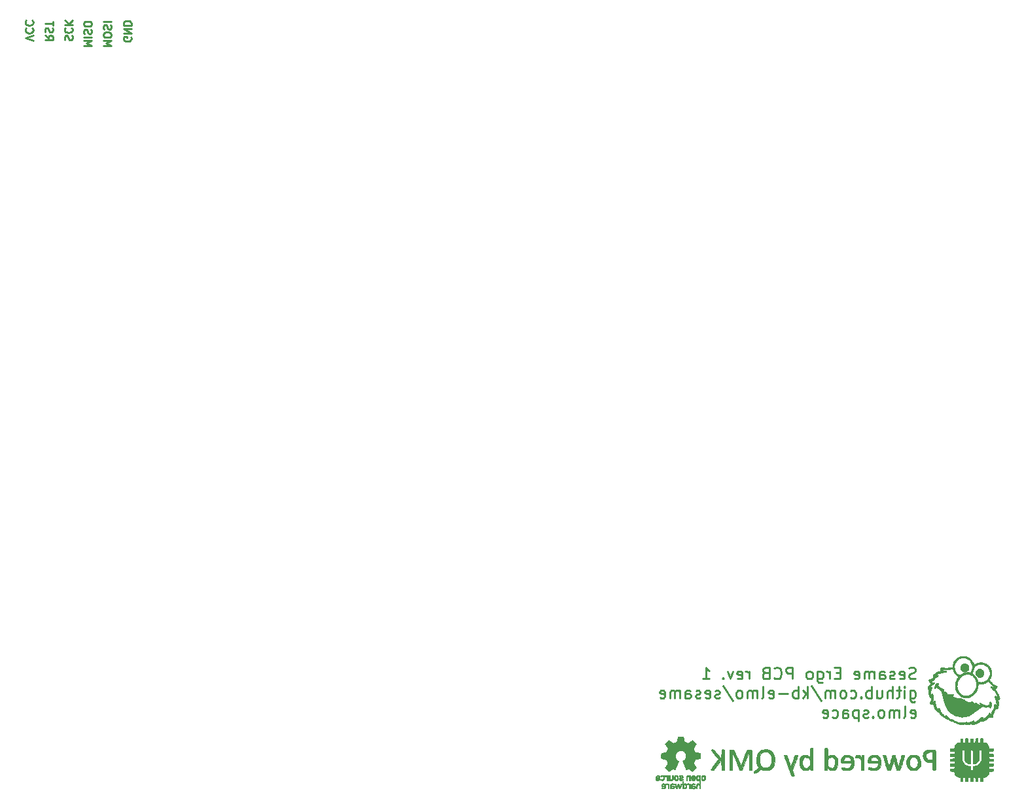
<source format=gbr>
%TF.GenerationSoftware,KiCad,Pcbnew,(5.1.6)-1*%
%TF.CreationDate,2020-08-30T21:36:18+02:00*%
%TF.ProjectId,sesame,73657361-6d65-42e6-9b69-6361645f7063,rev?*%
%TF.SameCoordinates,Original*%
%TF.FileFunction,Legend,Bot*%
%TF.FilePolarity,Positive*%
%FSLAX46Y46*%
G04 Gerber Fmt 4.6, Leading zero omitted, Abs format (unit mm)*
G04 Created by KiCad (PCBNEW (5.1.6)-1) date 2020-08-30 21:36:18*
%MOMM*%
%LPD*%
G01*
G04 APERTURE LIST*
%ADD10C,0.250000*%
%ADD11C,0.010000*%
G04 APERTURE END LIST*
D10*
X228211000Y-74929904D02*
X228258619Y-75025142D01*
X228258619Y-75168000D01*
X228211000Y-75310857D01*
X228115761Y-75406095D01*
X228020523Y-75453714D01*
X227830047Y-75501333D01*
X227687190Y-75501333D01*
X227496714Y-75453714D01*
X227401476Y-75406095D01*
X227306238Y-75310857D01*
X227258619Y-75168000D01*
X227258619Y-75072761D01*
X227306238Y-74929904D01*
X227353857Y-74882285D01*
X227687190Y-74882285D01*
X227687190Y-75072761D01*
X227258619Y-74453714D02*
X228258619Y-74453714D01*
X227258619Y-73882285D01*
X228258619Y-73882285D01*
X227258619Y-73406095D02*
X228258619Y-73406095D01*
X228258619Y-73168000D01*
X228211000Y-73025142D01*
X228115761Y-72929904D01*
X228020523Y-72882285D01*
X227830047Y-72834666D01*
X227687190Y-72834666D01*
X227496714Y-72882285D01*
X227401476Y-72929904D01*
X227306238Y-73025142D01*
X227258619Y-73168000D01*
X227258619Y-73406095D01*
X224667819Y-76095028D02*
X225667819Y-76095028D01*
X224953533Y-75761695D01*
X225667819Y-75428361D01*
X224667819Y-75428361D01*
X225667819Y-74761695D02*
X225667819Y-74571219D01*
X225620200Y-74475980D01*
X225524961Y-74380742D01*
X225334485Y-74333123D01*
X225001152Y-74333123D01*
X224810676Y-74380742D01*
X224715438Y-74475980D01*
X224667819Y-74571219D01*
X224667819Y-74761695D01*
X224715438Y-74856933D01*
X224810676Y-74952171D01*
X225001152Y-74999790D01*
X225334485Y-74999790D01*
X225524961Y-74952171D01*
X225620200Y-74856933D01*
X225667819Y-74761695D01*
X224715438Y-73952171D02*
X224667819Y-73809314D01*
X224667819Y-73571219D01*
X224715438Y-73475980D01*
X224763057Y-73428361D01*
X224858295Y-73380742D01*
X224953533Y-73380742D01*
X225048771Y-73428361D01*
X225096390Y-73475980D01*
X225144009Y-73571219D01*
X225191628Y-73761695D01*
X225239247Y-73856933D01*
X225286866Y-73904552D01*
X225382104Y-73952171D01*
X225477342Y-73952171D01*
X225572580Y-73904552D01*
X225620200Y-73856933D01*
X225667819Y-73761695D01*
X225667819Y-73523600D01*
X225620200Y-73380742D01*
X224667819Y-72952171D02*
X225667819Y-72952171D01*
X222127819Y-76095028D02*
X223127819Y-76095028D01*
X222413533Y-75761695D01*
X223127819Y-75428361D01*
X222127819Y-75428361D01*
X222127819Y-74952171D02*
X223127819Y-74952171D01*
X222175438Y-74523600D02*
X222127819Y-74380742D01*
X222127819Y-74142647D01*
X222175438Y-74047409D01*
X222223057Y-73999790D01*
X222318295Y-73952171D01*
X222413533Y-73952171D01*
X222508771Y-73999790D01*
X222556390Y-74047409D01*
X222604009Y-74142647D01*
X222651628Y-74333123D01*
X222699247Y-74428361D01*
X222746866Y-74475980D01*
X222842104Y-74523600D01*
X222937342Y-74523600D01*
X223032580Y-74475980D01*
X223080200Y-74428361D01*
X223127819Y-74333123D01*
X223127819Y-74095028D01*
X223080200Y-73952171D01*
X223127819Y-73333123D02*
X223127819Y-73142647D01*
X223080200Y-73047409D01*
X222984961Y-72952171D01*
X222794485Y-72904552D01*
X222461152Y-72904552D01*
X222270676Y-72952171D01*
X222175438Y-73047409D01*
X222127819Y-73142647D01*
X222127819Y-73333123D01*
X222175438Y-73428361D01*
X222270676Y-73523600D01*
X222461152Y-73571219D01*
X222794485Y-73571219D01*
X222984961Y-73523600D01*
X223080200Y-73428361D01*
X223127819Y-73333123D01*
X219686238Y-75326714D02*
X219638619Y-75183857D01*
X219638619Y-74945761D01*
X219686238Y-74850523D01*
X219733857Y-74802904D01*
X219829095Y-74755285D01*
X219924333Y-74755285D01*
X220019571Y-74802904D01*
X220067190Y-74850523D01*
X220114809Y-74945761D01*
X220162428Y-75136238D01*
X220210047Y-75231476D01*
X220257666Y-75279095D01*
X220352904Y-75326714D01*
X220448142Y-75326714D01*
X220543380Y-75279095D01*
X220591000Y-75231476D01*
X220638619Y-75136238D01*
X220638619Y-74898142D01*
X220591000Y-74755285D01*
X219733857Y-73755285D02*
X219686238Y-73802904D01*
X219638619Y-73945761D01*
X219638619Y-74041000D01*
X219686238Y-74183857D01*
X219781476Y-74279095D01*
X219876714Y-74326714D01*
X220067190Y-74374333D01*
X220210047Y-74374333D01*
X220400523Y-74326714D01*
X220495761Y-74279095D01*
X220591000Y-74183857D01*
X220638619Y-74041000D01*
X220638619Y-73945761D01*
X220591000Y-73802904D01*
X220543380Y-73755285D01*
X219638619Y-73326714D02*
X220638619Y-73326714D01*
X219638619Y-72755285D02*
X220210047Y-73183857D01*
X220638619Y-72755285D02*
X220067190Y-73326714D01*
X217098619Y-74715619D02*
X217574809Y-75048952D01*
X217098619Y-75287047D02*
X218098619Y-75287047D01*
X218098619Y-74906095D01*
X218051000Y-74810857D01*
X218003380Y-74763238D01*
X217908142Y-74715619D01*
X217765285Y-74715619D01*
X217670047Y-74763238D01*
X217622428Y-74810857D01*
X217574809Y-74906095D01*
X217574809Y-75287047D01*
X217146238Y-74334666D02*
X217098619Y-74191809D01*
X217098619Y-73953714D01*
X217146238Y-73858476D01*
X217193857Y-73810857D01*
X217289095Y-73763238D01*
X217384333Y-73763238D01*
X217479571Y-73810857D01*
X217527190Y-73858476D01*
X217574809Y-73953714D01*
X217622428Y-74144190D01*
X217670047Y-74239428D01*
X217717666Y-74287047D01*
X217812904Y-74334666D01*
X217908142Y-74334666D01*
X218003380Y-74287047D01*
X218051000Y-74239428D01*
X218098619Y-74144190D01*
X218098619Y-73906095D01*
X218051000Y-73763238D01*
X218098619Y-73477523D02*
X218098619Y-72906095D01*
X217098619Y-73191809D02*
X218098619Y-73191809D01*
X215558619Y-75374333D02*
X214558619Y-75041000D01*
X215558619Y-74707666D01*
X214653857Y-73802904D02*
X214606238Y-73850523D01*
X214558619Y-73993380D01*
X214558619Y-74088619D01*
X214606238Y-74231476D01*
X214701476Y-74326714D01*
X214796714Y-74374333D01*
X214987190Y-74421952D01*
X215130047Y-74421952D01*
X215320523Y-74374333D01*
X215415761Y-74326714D01*
X215511000Y-74231476D01*
X215558619Y-74088619D01*
X215558619Y-73993380D01*
X215511000Y-73850523D01*
X215463380Y-73802904D01*
X214653857Y-72802904D02*
X214606238Y-72850523D01*
X214558619Y-72993380D01*
X214558619Y-73088619D01*
X214606238Y-73231476D01*
X214701476Y-73326714D01*
X214796714Y-73374333D01*
X214987190Y-73421952D01*
X215130047Y-73421952D01*
X215320523Y-73374333D01*
X215415761Y-73326714D01*
X215511000Y-73231476D01*
X215558619Y-73088619D01*
X215558619Y-72993380D01*
X215511000Y-72850523D01*
X215463380Y-72802904D01*
X329751785Y-158000142D02*
X329537500Y-158071571D01*
X329180357Y-158071571D01*
X329037500Y-158000142D01*
X328966071Y-157928714D01*
X328894642Y-157785857D01*
X328894642Y-157643000D01*
X328966071Y-157500142D01*
X329037500Y-157428714D01*
X329180357Y-157357285D01*
X329466071Y-157285857D01*
X329608928Y-157214428D01*
X329680357Y-157143000D01*
X329751785Y-157000142D01*
X329751785Y-156857285D01*
X329680357Y-156714428D01*
X329608928Y-156643000D01*
X329466071Y-156571571D01*
X329108928Y-156571571D01*
X328894642Y-156643000D01*
X327680357Y-158000142D02*
X327823214Y-158071571D01*
X328108928Y-158071571D01*
X328251785Y-158000142D01*
X328323214Y-157857285D01*
X328323214Y-157285857D01*
X328251785Y-157143000D01*
X328108928Y-157071571D01*
X327823214Y-157071571D01*
X327680357Y-157143000D01*
X327608928Y-157285857D01*
X327608928Y-157428714D01*
X328323214Y-157571571D01*
X327037500Y-158000142D02*
X326894642Y-158071571D01*
X326608928Y-158071571D01*
X326466071Y-158000142D01*
X326394642Y-157857285D01*
X326394642Y-157785857D01*
X326466071Y-157643000D01*
X326608928Y-157571571D01*
X326823214Y-157571571D01*
X326966071Y-157500142D01*
X327037500Y-157357285D01*
X327037500Y-157285857D01*
X326966071Y-157143000D01*
X326823214Y-157071571D01*
X326608928Y-157071571D01*
X326466071Y-157143000D01*
X325108928Y-158071571D02*
X325108928Y-157285857D01*
X325180357Y-157143000D01*
X325323214Y-157071571D01*
X325608928Y-157071571D01*
X325751785Y-157143000D01*
X325108928Y-158000142D02*
X325251785Y-158071571D01*
X325608928Y-158071571D01*
X325751785Y-158000142D01*
X325823214Y-157857285D01*
X325823214Y-157714428D01*
X325751785Y-157571571D01*
X325608928Y-157500142D01*
X325251785Y-157500142D01*
X325108928Y-157428714D01*
X324394642Y-158071571D02*
X324394642Y-157071571D01*
X324394642Y-157214428D02*
X324323214Y-157143000D01*
X324180357Y-157071571D01*
X323966071Y-157071571D01*
X323823214Y-157143000D01*
X323751785Y-157285857D01*
X323751785Y-158071571D01*
X323751785Y-157285857D02*
X323680357Y-157143000D01*
X323537500Y-157071571D01*
X323323214Y-157071571D01*
X323180357Y-157143000D01*
X323108928Y-157285857D01*
X323108928Y-158071571D01*
X321823214Y-158000142D02*
X321966071Y-158071571D01*
X322251785Y-158071571D01*
X322394642Y-158000142D01*
X322466071Y-157857285D01*
X322466071Y-157285857D01*
X322394642Y-157143000D01*
X322251785Y-157071571D01*
X321966071Y-157071571D01*
X321823214Y-157143000D01*
X321751785Y-157285857D01*
X321751785Y-157428714D01*
X322466071Y-157571571D01*
X319966071Y-157285857D02*
X319466071Y-157285857D01*
X319251785Y-158071571D02*
X319966071Y-158071571D01*
X319966071Y-156571571D01*
X319251785Y-156571571D01*
X318608928Y-158071571D02*
X318608928Y-157071571D01*
X318608928Y-157357285D02*
X318537500Y-157214428D01*
X318466071Y-157143000D01*
X318323214Y-157071571D01*
X318180357Y-157071571D01*
X317037500Y-157071571D02*
X317037500Y-158285857D01*
X317108928Y-158428714D01*
X317180357Y-158500142D01*
X317323214Y-158571571D01*
X317537500Y-158571571D01*
X317680357Y-158500142D01*
X317037500Y-158000142D02*
X317180357Y-158071571D01*
X317466071Y-158071571D01*
X317608928Y-158000142D01*
X317680357Y-157928714D01*
X317751785Y-157785857D01*
X317751785Y-157357285D01*
X317680357Y-157214428D01*
X317608928Y-157143000D01*
X317466071Y-157071571D01*
X317180357Y-157071571D01*
X317037500Y-157143000D01*
X316108928Y-158071571D02*
X316251785Y-158000142D01*
X316323214Y-157928714D01*
X316394642Y-157785857D01*
X316394642Y-157357285D01*
X316323214Y-157214428D01*
X316251785Y-157143000D01*
X316108928Y-157071571D01*
X315894642Y-157071571D01*
X315751785Y-157143000D01*
X315680357Y-157214428D01*
X315608928Y-157357285D01*
X315608928Y-157785857D01*
X315680357Y-157928714D01*
X315751785Y-158000142D01*
X315894642Y-158071571D01*
X316108928Y-158071571D01*
X313823214Y-158071571D02*
X313823214Y-156571571D01*
X313251785Y-156571571D01*
X313108928Y-156643000D01*
X313037500Y-156714428D01*
X312966071Y-156857285D01*
X312966071Y-157071571D01*
X313037500Y-157214428D01*
X313108928Y-157285857D01*
X313251785Y-157357285D01*
X313823214Y-157357285D01*
X311466071Y-157928714D02*
X311537500Y-158000142D01*
X311751785Y-158071571D01*
X311894642Y-158071571D01*
X312108928Y-158000142D01*
X312251785Y-157857285D01*
X312323214Y-157714428D01*
X312394642Y-157428714D01*
X312394642Y-157214428D01*
X312323214Y-156928714D01*
X312251785Y-156785857D01*
X312108928Y-156643000D01*
X311894642Y-156571571D01*
X311751785Y-156571571D01*
X311537500Y-156643000D01*
X311466071Y-156714428D01*
X310323214Y-157285857D02*
X310108928Y-157357285D01*
X310037500Y-157428714D01*
X309966071Y-157571571D01*
X309966071Y-157785857D01*
X310037500Y-157928714D01*
X310108928Y-158000142D01*
X310251785Y-158071571D01*
X310823214Y-158071571D01*
X310823214Y-156571571D01*
X310323214Y-156571571D01*
X310180357Y-156643000D01*
X310108928Y-156714428D01*
X310037500Y-156857285D01*
X310037500Y-157000142D01*
X310108928Y-157143000D01*
X310180357Y-157214428D01*
X310323214Y-157285857D01*
X310823214Y-157285857D01*
X308180357Y-158071571D02*
X308180357Y-157071571D01*
X308180357Y-157357285D02*
X308108928Y-157214428D01*
X308037500Y-157143000D01*
X307894642Y-157071571D01*
X307751785Y-157071571D01*
X306680357Y-158000142D02*
X306823214Y-158071571D01*
X307108928Y-158071571D01*
X307251785Y-158000142D01*
X307323214Y-157857285D01*
X307323214Y-157285857D01*
X307251785Y-157143000D01*
X307108928Y-157071571D01*
X306823214Y-157071571D01*
X306680357Y-157143000D01*
X306608928Y-157285857D01*
X306608928Y-157428714D01*
X307323214Y-157571571D01*
X306108928Y-157071571D02*
X305751785Y-158071571D01*
X305394642Y-157071571D01*
X304823214Y-157928714D02*
X304751785Y-158000142D01*
X304823214Y-158071571D01*
X304894642Y-158000142D01*
X304823214Y-157928714D01*
X304823214Y-158071571D01*
X302180357Y-158071571D02*
X303037500Y-158071571D01*
X302608928Y-158071571D02*
X302608928Y-156571571D01*
X302751785Y-156785857D01*
X302894642Y-156928714D01*
X303037500Y-157000142D01*
X329037500Y-159571571D02*
X329037500Y-160785857D01*
X329108928Y-160928714D01*
X329180357Y-161000142D01*
X329323214Y-161071571D01*
X329537500Y-161071571D01*
X329680357Y-161000142D01*
X329037500Y-160500142D02*
X329180357Y-160571571D01*
X329466071Y-160571571D01*
X329608928Y-160500142D01*
X329680357Y-160428714D01*
X329751785Y-160285857D01*
X329751785Y-159857285D01*
X329680357Y-159714428D01*
X329608928Y-159643000D01*
X329466071Y-159571571D01*
X329180357Y-159571571D01*
X329037500Y-159643000D01*
X328323214Y-160571571D02*
X328323214Y-159571571D01*
X328323214Y-159071571D02*
X328394642Y-159143000D01*
X328323214Y-159214428D01*
X328251785Y-159143000D01*
X328323214Y-159071571D01*
X328323214Y-159214428D01*
X327823214Y-159571571D02*
X327251785Y-159571571D01*
X327608928Y-159071571D02*
X327608928Y-160357285D01*
X327537500Y-160500142D01*
X327394642Y-160571571D01*
X327251785Y-160571571D01*
X326751785Y-160571571D02*
X326751785Y-159071571D01*
X326108928Y-160571571D02*
X326108928Y-159785857D01*
X326180357Y-159643000D01*
X326323214Y-159571571D01*
X326537500Y-159571571D01*
X326680357Y-159643000D01*
X326751785Y-159714428D01*
X324751785Y-159571571D02*
X324751785Y-160571571D01*
X325394642Y-159571571D02*
X325394642Y-160357285D01*
X325323214Y-160500142D01*
X325180357Y-160571571D01*
X324966071Y-160571571D01*
X324823214Y-160500142D01*
X324751785Y-160428714D01*
X324037500Y-160571571D02*
X324037500Y-159071571D01*
X324037500Y-159643000D02*
X323894642Y-159571571D01*
X323608928Y-159571571D01*
X323466071Y-159643000D01*
X323394642Y-159714428D01*
X323323214Y-159857285D01*
X323323214Y-160285857D01*
X323394642Y-160428714D01*
X323466071Y-160500142D01*
X323608928Y-160571571D01*
X323894642Y-160571571D01*
X324037500Y-160500142D01*
X322680357Y-160428714D02*
X322608928Y-160500142D01*
X322680357Y-160571571D01*
X322751785Y-160500142D01*
X322680357Y-160428714D01*
X322680357Y-160571571D01*
X321323214Y-160500142D02*
X321466071Y-160571571D01*
X321751785Y-160571571D01*
X321894642Y-160500142D01*
X321966071Y-160428714D01*
X322037500Y-160285857D01*
X322037500Y-159857285D01*
X321966071Y-159714428D01*
X321894642Y-159643000D01*
X321751785Y-159571571D01*
X321466071Y-159571571D01*
X321323214Y-159643000D01*
X320466071Y-160571571D02*
X320608928Y-160500142D01*
X320680357Y-160428714D01*
X320751785Y-160285857D01*
X320751785Y-159857285D01*
X320680357Y-159714428D01*
X320608928Y-159643000D01*
X320466071Y-159571571D01*
X320251785Y-159571571D01*
X320108928Y-159643000D01*
X320037500Y-159714428D01*
X319966071Y-159857285D01*
X319966071Y-160285857D01*
X320037500Y-160428714D01*
X320108928Y-160500142D01*
X320251785Y-160571571D01*
X320466071Y-160571571D01*
X319323214Y-160571571D02*
X319323214Y-159571571D01*
X319323214Y-159714428D02*
X319251785Y-159643000D01*
X319108928Y-159571571D01*
X318894642Y-159571571D01*
X318751785Y-159643000D01*
X318680357Y-159785857D01*
X318680357Y-160571571D01*
X318680357Y-159785857D02*
X318608928Y-159643000D01*
X318466071Y-159571571D01*
X318251785Y-159571571D01*
X318108928Y-159643000D01*
X318037500Y-159785857D01*
X318037500Y-160571571D01*
X316251785Y-159000142D02*
X317537500Y-160928714D01*
X315751785Y-160571571D02*
X315751785Y-159071571D01*
X315608928Y-160000142D02*
X315180357Y-160571571D01*
X315180357Y-159571571D02*
X315751785Y-160143000D01*
X314537500Y-160571571D02*
X314537500Y-159071571D01*
X314537500Y-159643000D02*
X314394642Y-159571571D01*
X314108928Y-159571571D01*
X313966071Y-159643000D01*
X313894642Y-159714428D01*
X313823214Y-159857285D01*
X313823214Y-160285857D01*
X313894642Y-160428714D01*
X313966071Y-160500142D01*
X314108928Y-160571571D01*
X314394642Y-160571571D01*
X314537500Y-160500142D01*
X313180357Y-160000142D02*
X312037500Y-160000142D01*
X310751785Y-160500142D02*
X310894642Y-160571571D01*
X311180357Y-160571571D01*
X311323214Y-160500142D01*
X311394642Y-160357285D01*
X311394642Y-159785857D01*
X311323214Y-159643000D01*
X311180357Y-159571571D01*
X310894642Y-159571571D01*
X310751785Y-159643000D01*
X310680357Y-159785857D01*
X310680357Y-159928714D01*
X311394642Y-160071571D01*
X309823214Y-160571571D02*
X309966071Y-160500142D01*
X310037500Y-160357285D01*
X310037500Y-159071571D01*
X309251785Y-160571571D02*
X309251785Y-159571571D01*
X309251785Y-159714428D02*
X309180357Y-159643000D01*
X309037500Y-159571571D01*
X308823214Y-159571571D01*
X308680357Y-159643000D01*
X308608928Y-159785857D01*
X308608928Y-160571571D01*
X308608928Y-159785857D02*
X308537500Y-159643000D01*
X308394642Y-159571571D01*
X308180357Y-159571571D01*
X308037500Y-159643000D01*
X307966071Y-159785857D01*
X307966071Y-160571571D01*
X307037500Y-160571571D02*
X307180357Y-160500142D01*
X307251785Y-160428714D01*
X307323214Y-160285857D01*
X307323214Y-159857285D01*
X307251785Y-159714428D01*
X307180357Y-159643000D01*
X307037500Y-159571571D01*
X306823214Y-159571571D01*
X306680357Y-159643000D01*
X306608928Y-159714428D01*
X306537500Y-159857285D01*
X306537500Y-160285857D01*
X306608928Y-160428714D01*
X306680357Y-160500142D01*
X306823214Y-160571571D01*
X307037500Y-160571571D01*
X304823214Y-159000142D02*
X306108928Y-160928714D01*
X304394642Y-160500142D02*
X304251785Y-160571571D01*
X303966071Y-160571571D01*
X303823214Y-160500142D01*
X303751785Y-160357285D01*
X303751785Y-160285857D01*
X303823214Y-160143000D01*
X303966071Y-160071571D01*
X304180357Y-160071571D01*
X304323214Y-160000142D01*
X304394642Y-159857285D01*
X304394642Y-159785857D01*
X304323214Y-159643000D01*
X304180357Y-159571571D01*
X303966071Y-159571571D01*
X303823214Y-159643000D01*
X302537500Y-160500142D02*
X302680357Y-160571571D01*
X302966071Y-160571571D01*
X303108928Y-160500142D01*
X303180357Y-160357285D01*
X303180357Y-159785857D01*
X303108928Y-159643000D01*
X302966071Y-159571571D01*
X302680357Y-159571571D01*
X302537500Y-159643000D01*
X302466071Y-159785857D01*
X302466071Y-159928714D01*
X303180357Y-160071571D01*
X301894642Y-160500142D02*
X301751785Y-160571571D01*
X301466071Y-160571571D01*
X301323214Y-160500142D01*
X301251785Y-160357285D01*
X301251785Y-160285857D01*
X301323214Y-160143000D01*
X301466071Y-160071571D01*
X301680357Y-160071571D01*
X301823214Y-160000142D01*
X301894642Y-159857285D01*
X301894642Y-159785857D01*
X301823214Y-159643000D01*
X301680357Y-159571571D01*
X301466071Y-159571571D01*
X301323214Y-159643000D01*
X299966071Y-160571571D02*
X299966071Y-159785857D01*
X300037500Y-159643000D01*
X300180357Y-159571571D01*
X300466071Y-159571571D01*
X300608928Y-159643000D01*
X299966071Y-160500142D02*
X300108928Y-160571571D01*
X300466071Y-160571571D01*
X300608928Y-160500142D01*
X300680357Y-160357285D01*
X300680357Y-160214428D01*
X300608928Y-160071571D01*
X300466071Y-160000142D01*
X300108928Y-160000142D01*
X299966071Y-159928714D01*
X299251785Y-160571571D02*
X299251785Y-159571571D01*
X299251785Y-159714428D02*
X299180357Y-159643000D01*
X299037500Y-159571571D01*
X298823214Y-159571571D01*
X298680357Y-159643000D01*
X298608928Y-159785857D01*
X298608928Y-160571571D01*
X298608928Y-159785857D02*
X298537500Y-159643000D01*
X298394642Y-159571571D01*
X298180357Y-159571571D01*
X298037500Y-159643000D01*
X297966071Y-159785857D01*
X297966071Y-160571571D01*
X296680357Y-160500142D02*
X296823214Y-160571571D01*
X297108928Y-160571571D01*
X297251785Y-160500142D01*
X297323214Y-160357285D01*
X297323214Y-159785857D01*
X297251785Y-159643000D01*
X297108928Y-159571571D01*
X296823214Y-159571571D01*
X296680357Y-159643000D01*
X296608928Y-159785857D01*
X296608928Y-159928714D01*
X297323214Y-160071571D01*
X329108928Y-163000142D02*
X329251785Y-163071571D01*
X329537500Y-163071571D01*
X329680357Y-163000142D01*
X329751785Y-162857285D01*
X329751785Y-162285857D01*
X329680357Y-162143000D01*
X329537500Y-162071571D01*
X329251785Y-162071571D01*
X329108928Y-162143000D01*
X329037500Y-162285857D01*
X329037500Y-162428714D01*
X329751785Y-162571571D01*
X328180357Y-163071571D02*
X328323214Y-163000142D01*
X328394642Y-162857285D01*
X328394642Y-161571571D01*
X327608928Y-163071571D02*
X327608928Y-162071571D01*
X327608928Y-162214428D02*
X327537500Y-162143000D01*
X327394642Y-162071571D01*
X327180357Y-162071571D01*
X327037500Y-162143000D01*
X326966071Y-162285857D01*
X326966071Y-163071571D01*
X326966071Y-162285857D02*
X326894642Y-162143000D01*
X326751785Y-162071571D01*
X326537500Y-162071571D01*
X326394642Y-162143000D01*
X326323214Y-162285857D01*
X326323214Y-163071571D01*
X325394642Y-163071571D02*
X325537500Y-163000142D01*
X325608928Y-162928714D01*
X325680357Y-162785857D01*
X325680357Y-162357285D01*
X325608928Y-162214428D01*
X325537500Y-162143000D01*
X325394642Y-162071571D01*
X325180357Y-162071571D01*
X325037500Y-162143000D01*
X324966071Y-162214428D01*
X324894642Y-162357285D01*
X324894642Y-162785857D01*
X324966071Y-162928714D01*
X325037500Y-163000142D01*
X325180357Y-163071571D01*
X325394642Y-163071571D01*
X324251785Y-162928714D02*
X324180357Y-163000142D01*
X324251785Y-163071571D01*
X324323214Y-163000142D01*
X324251785Y-162928714D01*
X324251785Y-163071571D01*
X323608928Y-163000142D02*
X323466071Y-163071571D01*
X323180357Y-163071571D01*
X323037500Y-163000142D01*
X322966071Y-162857285D01*
X322966071Y-162785857D01*
X323037500Y-162643000D01*
X323180357Y-162571571D01*
X323394642Y-162571571D01*
X323537500Y-162500142D01*
X323608928Y-162357285D01*
X323608928Y-162285857D01*
X323537500Y-162143000D01*
X323394642Y-162071571D01*
X323180357Y-162071571D01*
X323037500Y-162143000D01*
X322323214Y-162071571D02*
X322323214Y-163571571D01*
X322323214Y-162143000D02*
X322180357Y-162071571D01*
X321894642Y-162071571D01*
X321751785Y-162143000D01*
X321680357Y-162214428D01*
X321608928Y-162357285D01*
X321608928Y-162785857D01*
X321680357Y-162928714D01*
X321751785Y-163000142D01*
X321894642Y-163071571D01*
X322180357Y-163071571D01*
X322323214Y-163000142D01*
X320323214Y-163071571D02*
X320323214Y-162285857D01*
X320394642Y-162143000D01*
X320537500Y-162071571D01*
X320823214Y-162071571D01*
X320966071Y-162143000D01*
X320323214Y-163000142D02*
X320466071Y-163071571D01*
X320823214Y-163071571D01*
X320966071Y-163000142D01*
X321037500Y-162857285D01*
X321037500Y-162714428D01*
X320966071Y-162571571D01*
X320823214Y-162500142D01*
X320466071Y-162500142D01*
X320323214Y-162428714D01*
X318966071Y-163000142D02*
X319108928Y-163071571D01*
X319394642Y-163071571D01*
X319537500Y-163000142D01*
X319608928Y-162928714D01*
X319680357Y-162785857D01*
X319680357Y-162357285D01*
X319608928Y-162214428D01*
X319537500Y-162143000D01*
X319394642Y-162071571D01*
X319108928Y-162071571D01*
X318966071Y-162143000D01*
X317751785Y-163000142D02*
X317894642Y-163071571D01*
X318180357Y-163071571D01*
X318323214Y-163000142D01*
X318394642Y-162857285D01*
X318394642Y-162285857D01*
X318323214Y-162143000D01*
X318180357Y-162071571D01*
X317894642Y-162071571D01*
X317751785Y-162143000D01*
X317680357Y-162285857D01*
X317680357Y-162428714D01*
X318394642Y-162571571D01*
D11*
%TO.C,G\u002A\u002A\u002A*%
G36*
X337637438Y-165772947D02*
G01*
X337486625Y-165782625D01*
X337477452Y-166060437D01*
X337468278Y-166338250D01*
X337155723Y-166338250D01*
X337146549Y-166060437D01*
X337137375Y-165782625D01*
X336851625Y-165782625D01*
X336842452Y-166060437D01*
X336833278Y-166338250D01*
X336520723Y-166338250D01*
X336511549Y-166060437D01*
X336502375Y-165782625D01*
X336362647Y-165772627D01*
X336254259Y-165775562D01*
X336197828Y-165802355D01*
X336196446Y-165804377D01*
X336183700Y-165854673D01*
X336174173Y-165949541D01*
X336169635Y-166070067D01*
X336169487Y-166092187D01*
X336169000Y-166338250D01*
X335853973Y-166338250D01*
X335844799Y-166060437D01*
X335835625Y-165782625D01*
X335549875Y-165782625D01*
X335540702Y-166060437D01*
X335531528Y-166338250D01*
X335394883Y-166338250D01*
X335214724Y-166368117D01*
X335052621Y-166451104D01*
X334919023Y-166577288D01*
X334824377Y-166736745D01*
X334779134Y-166919554D01*
X334778809Y-166923331D01*
X334764333Y-167097889D01*
X334216375Y-167116125D01*
X334206378Y-167255853D01*
X334209313Y-167364241D01*
X334236106Y-167420672D01*
X334238128Y-167422054D01*
X334288424Y-167434800D01*
X334383292Y-167444327D01*
X334503818Y-167448865D01*
X334525938Y-167449013D01*
X334772000Y-167449500D01*
X334772000Y-167735250D01*
X334525938Y-167735736D01*
X334402885Y-167739228D01*
X334302212Y-167748016D01*
X334242831Y-167760331D01*
X334238128Y-167762695D01*
X334210131Y-167816227D01*
X334205921Y-167922085D01*
X334206378Y-167928896D01*
X334216375Y-168068625D01*
X334494188Y-168077798D01*
X334772001Y-168086972D01*
X334772001Y-168399527D01*
X334216375Y-168417875D01*
X334216375Y-168703625D01*
X334494188Y-168712798D01*
X334772000Y-168721972D01*
X334772000Y-169034527D01*
X334494188Y-169043701D01*
X334216375Y-169052875D01*
X334206378Y-169192603D01*
X334209313Y-169300991D01*
X334236106Y-169357422D01*
X334238128Y-169358804D01*
X334288361Y-169371508D01*
X334383258Y-169381024D01*
X334504002Y-169385598D01*
X334527678Y-169385763D01*
X334775480Y-169386250D01*
X334765803Y-169537062D01*
X334756125Y-169687875D01*
X334476625Y-169697073D01*
X334197124Y-169706271D01*
X334206750Y-169855823D01*
X334216375Y-170005375D01*
X334490354Y-170014492D01*
X334764333Y-170023610D01*
X334778809Y-170198168D01*
X334822971Y-170381337D01*
X334916742Y-170541352D01*
X335049673Y-170668288D01*
X335211314Y-170752225D01*
X335391217Y-170783237D01*
X335394883Y-170783250D01*
X335531528Y-170783250D01*
X335540702Y-171061062D01*
X335549875Y-171338875D01*
X335700688Y-171348552D01*
X335851500Y-171358229D01*
X335851500Y-170783250D01*
X336169000Y-170783250D01*
X336169487Y-171029312D01*
X336172979Y-171152365D01*
X336181767Y-171253038D01*
X336194082Y-171312419D01*
X336196446Y-171317122D01*
X336249978Y-171345119D01*
X336355836Y-171349329D01*
X336362647Y-171348872D01*
X336502375Y-171338875D01*
X336511549Y-171061062D01*
X336520723Y-170783250D01*
X336833278Y-170783250D01*
X336842452Y-171061062D01*
X336851625Y-171338875D01*
X337137375Y-171338875D01*
X337146549Y-171061062D01*
X337155723Y-170783250D01*
X337468278Y-170783250D01*
X337477452Y-171061062D01*
X337486625Y-171338875D01*
X337637438Y-171348552D01*
X337788250Y-171358229D01*
X337788250Y-170783250D01*
X338105750Y-170783250D01*
X338105750Y-171018778D01*
X338107807Y-171168103D01*
X338117809Y-171265154D01*
X338141510Y-171321116D01*
X338184660Y-171347176D01*
X338253012Y-171354522D01*
X338278481Y-171354750D01*
X338366485Y-171350136D01*
X338425020Y-171338586D01*
X338433834Y-171333583D01*
X338443630Y-171293999D01*
X338451022Y-171207406D01*
X338454771Y-171090285D01*
X338455000Y-171051764D01*
X338455000Y-170791113D01*
X338622618Y-170777213D01*
X338811798Y-170731695D01*
X338975004Y-170634517D01*
X339102657Y-170495241D01*
X339185177Y-170323428D01*
X339210866Y-170190047D01*
X339224668Y-170023610D01*
X339498647Y-170014492D01*
X339772625Y-170005375D01*
X339772625Y-169719625D01*
X339494813Y-169710451D01*
X339217000Y-169701277D01*
X339217000Y-169386250D01*
X339463063Y-169385763D01*
X339586116Y-169382271D01*
X339686789Y-169373483D01*
X339746170Y-169361168D01*
X339750873Y-169358804D01*
X339778870Y-169305272D01*
X339783080Y-169199414D01*
X339782623Y-169192603D01*
X339772625Y-169052875D01*
X339494813Y-169043701D01*
X339217000Y-169034527D01*
X339217000Y-168721972D01*
X339494813Y-168712798D01*
X339772625Y-168703625D01*
X339772625Y-168417875D01*
X339494813Y-168408701D01*
X339217000Y-168399527D01*
X339217000Y-168086972D01*
X339494813Y-168077798D01*
X339772625Y-168068625D01*
X339782623Y-167928896D01*
X339779688Y-167820508D01*
X339752895Y-167764077D01*
X339750873Y-167762695D01*
X339700577Y-167749949D01*
X339605709Y-167740422D01*
X339485183Y-167735884D01*
X339463063Y-167735736D01*
X339217000Y-167735250D01*
X339217000Y-167654474D01*
X338263353Y-167654474D01*
X338261320Y-167870047D01*
X338259605Y-167969569D01*
X338247396Y-168617193D01*
X338136628Y-168835034D01*
X338017174Y-169021659D01*
X337868425Y-169162322D01*
X337682588Y-169261884D01*
X337451871Y-169325207D01*
X337319938Y-169344494D01*
X337153250Y-169363383D01*
X337153250Y-169626171D01*
X337148966Y-169776992D01*
X337135748Y-169868711D01*
X337113563Y-169904972D01*
X337008676Y-169922703D01*
X336898349Y-169906890D01*
X336865413Y-169893132D01*
X336833925Y-169867695D01*
X336815311Y-169823391D01*
X336806395Y-169745642D01*
X336804006Y-169619873D01*
X336804000Y-169611041D01*
X336804000Y-169361816D01*
X336633758Y-169340546D01*
X336406745Y-169285818D01*
X336195335Y-169185155D01*
X336013284Y-169047541D01*
X335874353Y-168881961D01*
X335840080Y-168822258D01*
X335797937Y-168717624D01*
X335766297Y-168585207D01*
X335744212Y-168416878D01*
X335730731Y-168204506D01*
X335724906Y-167939961D01*
X335724500Y-167832334D01*
X335724808Y-167622600D01*
X335727345Y-167467969D01*
X335734535Y-167360044D01*
X335748801Y-167290430D01*
X335772567Y-167250729D01*
X335808255Y-167232546D01*
X335858290Y-167227482D01*
X335899126Y-167227249D01*
X335958589Y-167228186D01*
X336002745Y-167236478D01*
X336033876Y-167260351D01*
X336054260Y-167308030D01*
X336066179Y-167387739D01*
X336071912Y-167507703D01*
X336073741Y-167676148D01*
X336073928Y-167857709D01*
X336075678Y-168053691D01*
X336080431Y-168235246D01*
X336087616Y-168389818D01*
X336096664Y-168504848D01*
X336106010Y-168564484D01*
X336188671Y-168751068D01*
X336319187Y-168898774D01*
X336491603Y-169002442D01*
X336669063Y-169052473D01*
X336804000Y-169074331D01*
X336804000Y-168188890D01*
X336804256Y-167916858D01*
X336805775Y-167701665D01*
X336809681Y-167536652D01*
X336817100Y-167415160D01*
X336829157Y-167330527D01*
X336846979Y-167276094D01*
X336871690Y-167245202D01*
X336904416Y-167231189D01*
X336946283Y-167227397D01*
X336966504Y-167227250D01*
X337019824Y-167226962D01*
X337061910Y-167230568D01*
X337094088Y-167244770D01*
X337117682Y-167276271D01*
X337134020Y-167331772D01*
X337144426Y-167417978D01*
X337150226Y-167541589D01*
X337152747Y-167709309D01*
X337153315Y-167927841D01*
X337153250Y-168171329D01*
X337153250Y-169076865D01*
X337288188Y-169055827D01*
X337502028Y-168995701D01*
X337674834Y-168889366D01*
X337803461Y-168738760D01*
X337803958Y-168737949D01*
X337899375Y-168581774D01*
X337910246Y-167928386D01*
X337915983Y-167675632D01*
X337923856Y-167483918D01*
X337934035Y-167350810D01*
X337946692Y-167273878D01*
X337957871Y-167251609D01*
X338031644Y-167229951D01*
X338124436Y-167231673D01*
X338204818Y-167254144D01*
X338232520Y-167274597D01*
X338246568Y-167309916D01*
X338256224Y-167380764D01*
X338261737Y-167493499D01*
X338263353Y-167654474D01*
X339217000Y-167654474D01*
X339217000Y-167449500D01*
X339449057Y-167449500D01*
X339603869Y-167443677D01*
X339705127Y-167422395D01*
X339762024Y-167379936D01*
X339783755Y-167310581D01*
X339782877Y-167241858D01*
X339772625Y-167116125D01*
X339499134Y-167107014D01*
X339225642Y-167097903D01*
X339207946Y-166926446D01*
X339158809Y-166733746D01*
X339059395Y-166570343D01*
X338918394Y-166444897D01*
X338744495Y-166366066D01*
X338623798Y-166344384D01*
X338457361Y-166330582D01*
X338448243Y-166056603D01*
X338439125Y-165782625D01*
X338299397Y-165772627D01*
X338191009Y-165775562D01*
X338134578Y-165802355D01*
X338133196Y-165804377D01*
X338120450Y-165854673D01*
X338110923Y-165949541D01*
X338106385Y-166070067D01*
X338106237Y-166092187D01*
X338105750Y-166338250D01*
X337788250Y-166338250D01*
X337788250Y-165763270D01*
X337637438Y-165772947D01*
G37*
X337637438Y-165772947D02*
X337486625Y-165782625D01*
X337477452Y-166060437D01*
X337468278Y-166338250D01*
X337155723Y-166338250D01*
X337146549Y-166060437D01*
X337137375Y-165782625D01*
X336851625Y-165782625D01*
X336842452Y-166060437D01*
X336833278Y-166338250D01*
X336520723Y-166338250D01*
X336511549Y-166060437D01*
X336502375Y-165782625D01*
X336362647Y-165772627D01*
X336254259Y-165775562D01*
X336197828Y-165802355D01*
X336196446Y-165804377D01*
X336183700Y-165854673D01*
X336174173Y-165949541D01*
X336169635Y-166070067D01*
X336169487Y-166092187D01*
X336169000Y-166338250D01*
X335853973Y-166338250D01*
X335844799Y-166060437D01*
X335835625Y-165782625D01*
X335549875Y-165782625D01*
X335540702Y-166060437D01*
X335531528Y-166338250D01*
X335394883Y-166338250D01*
X335214724Y-166368117D01*
X335052621Y-166451104D01*
X334919023Y-166577288D01*
X334824377Y-166736745D01*
X334779134Y-166919554D01*
X334778809Y-166923331D01*
X334764333Y-167097889D01*
X334216375Y-167116125D01*
X334206378Y-167255853D01*
X334209313Y-167364241D01*
X334236106Y-167420672D01*
X334238128Y-167422054D01*
X334288424Y-167434800D01*
X334383292Y-167444327D01*
X334503818Y-167448865D01*
X334525938Y-167449013D01*
X334772000Y-167449500D01*
X334772000Y-167735250D01*
X334525938Y-167735736D01*
X334402885Y-167739228D01*
X334302212Y-167748016D01*
X334242831Y-167760331D01*
X334238128Y-167762695D01*
X334210131Y-167816227D01*
X334205921Y-167922085D01*
X334206378Y-167928896D01*
X334216375Y-168068625D01*
X334494188Y-168077798D01*
X334772001Y-168086972D01*
X334772001Y-168399527D01*
X334216375Y-168417875D01*
X334216375Y-168703625D01*
X334494188Y-168712798D01*
X334772000Y-168721972D01*
X334772000Y-169034527D01*
X334494188Y-169043701D01*
X334216375Y-169052875D01*
X334206378Y-169192603D01*
X334209313Y-169300991D01*
X334236106Y-169357422D01*
X334238128Y-169358804D01*
X334288361Y-169371508D01*
X334383258Y-169381024D01*
X334504002Y-169385598D01*
X334527678Y-169385763D01*
X334775480Y-169386250D01*
X334765803Y-169537062D01*
X334756125Y-169687875D01*
X334476625Y-169697073D01*
X334197124Y-169706271D01*
X334206750Y-169855823D01*
X334216375Y-170005375D01*
X334490354Y-170014492D01*
X334764333Y-170023610D01*
X334778809Y-170198168D01*
X334822971Y-170381337D01*
X334916742Y-170541352D01*
X335049673Y-170668288D01*
X335211314Y-170752225D01*
X335391217Y-170783237D01*
X335394883Y-170783250D01*
X335531528Y-170783250D01*
X335540702Y-171061062D01*
X335549875Y-171338875D01*
X335700688Y-171348552D01*
X335851500Y-171358229D01*
X335851500Y-170783250D01*
X336169000Y-170783250D01*
X336169487Y-171029312D01*
X336172979Y-171152365D01*
X336181767Y-171253038D01*
X336194082Y-171312419D01*
X336196446Y-171317122D01*
X336249978Y-171345119D01*
X336355836Y-171349329D01*
X336362647Y-171348872D01*
X336502375Y-171338875D01*
X336511549Y-171061062D01*
X336520723Y-170783250D01*
X336833278Y-170783250D01*
X336842452Y-171061062D01*
X336851625Y-171338875D01*
X337137375Y-171338875D01*
X337146549Y-171061062D01*
X337155723Y-170783250D01*
X337468278Y-170783250D01*
X337477452Y-171061062D01*
X337486625Y-171338875D01*
X337637438Y-171348552D01*
X337788250Y-171358229D01*
X337788250Y-170783250D01*
X338105750Y-170783250D01*
X338105750Y-171018778D01*
X338107807Y-171168103D01*
X338117809Y-171265154D01*
X338141510Y-171321116D01*
X338184660Y-171347176D01*
X338253012Y-171354522D01*
X338278481Y-171354750D01*
X338366485Y-171350136D01*
X338425020Y-171338586D01*
X338433834Y-171333583D01*
X338443630Y-171293999D01*
X338451022Y-171207406D01*
X338454771Y-171090285D01*
X338455000Y-171051764D01*
X338455000Y-170791113D01*
X338622618Y-170777213D01*
X338811798Y-170731695D01*
X338975004Y-170634517D01*
X339102657Y-170495241D01*
X339185177Y-170323428D01*
X339210866Y-170190047D01*
X339224668Y-170023610D01*
X339498647Y-170014492D01*
X339772625Y-170005375D01*
X339772625Y-169719625D01*
X339494813Y-169710451D01*
X339217000Y-169701277D01*
X339217000Y-169386250D01*
X339463063Y-169385763D01*
X339586116Y-169382271D01*
X339686789Y-169373483D01*
X339746170Y-169361168D01*
X339750873Y-169358804D01*
X339778870Y-169305272D01*
X339783080Y-169199414D01*
X339782623Y-169192603D01*
X339772625Y-169052875D01*
X339494813Y-169043701D01*
X339217000Y-169034527D01*
X339217000Y-168721972D01*
X339494813Y-168712798D01*
X339772625Y-168703625D01*
X339772625Y-168417875D01*
X339494813Y-168408701D01*
X339217000Y-168399527D01*
X339217000Y-168086972D01*
X339494813Y-168077798D01*
X339772625Y-168068625D01*
X339782623Y-167928896D01*
X339779688Y-167820508D01*
X339752895Y-167764077D01*
X339750873Y-167762695D01*
X339700577Y-167749949D01*
X339605709Y-167740422D01*
X339485183Y-167735884D01*
X339463063Y-167735736D01*
X339217000Y-167735250D01*
X339217000Y-167654474D01*
X338263353Y-167654474D01*
X338261320Y-167870047D01*
X338259605Y-167969569D01*
X338247396Y-168617193D01*
X338136628Y-168835034D01*
X338017174Y-169021659D01*
X337868425Y-169162322D01*
X337682588Y-169261884D01*
X337451871Y-169325207D01*
X337319938Y-169344494D01*
X337153250Y-169363383D01*
X337153250Y-169626171D01*
X337148966Y-169776992D01*
X337135748Y-169868711D01*
X337113563Y-169904972D01*
X337008676Y-169922703D01*
X336898349Y-169906890D01*
X336865413Y-169893132D01*
X336833925Y-169867695D01*
X336815311Y-169823391D01*
X336806395Y-169745642D01*
X336804006Y-169619873D01*
X336804000Y-169611041D01*
X336804000Y-169361816D01*
X336633758Y-169340546D01*
X336406745Y-169285818D01*
X336195335Y-169185155D01*
X336013284Y-169047541D01*
X335874353Y-168881961D01*
X335840080Y-168822258D01*
X335797937Y-168717624D01*
X335766297Y-168585207D01*
X335744212Y-168416878D01*
X335730731Y-168204506D01*
X335724906Y-167939961D01*
X335724500Y-167832334D01*
X335724808Y-167622600D01*
X335727345Y-167467969D01*
X335734535Y-167360044D01*
X335748801Y-167290430D01*
X335772567Y-167250729D01*
X335808255Y-167232546D01*
X335858290Y-167227482D01*
X335899126Y-167227249D01*
X335958589Y-167228186D01*
X336002745Y-167236478D01*
X336033876Y-167260351D01*
X336054260Y-167308030D01*
X336066179Y-167387739D01*
X336071912Y-167507703D01*
X336073741Y-167676148D01*
X336073928Y-167857709D01*
X336075678Y-168053691D01*
X336080431Y-168235246D01*
X336087616Y-168389818D01*
X336096664Y-168504848D01*
X336106010Y-168564484D01*
X336188671Y-168751068D01*
X336319187Y-168898774D01*
X336491603Y-169002442D01*
X336669063Y-169052473D01*
X336804000Y-169074331D01*
X336804000Y-168188890D01*
X336804256Y-167916858D01*
X336805775Y-167701665D01*
X336809681Y-167536652D01*
X336817100Y-167415160D01*
X336829157Y-167330527D01*
X336846979Y-167276094D01*
X336871690Y-167245202D01*
X336904416Y-167231189D01*
X336946283Y-167227397D01*
X336966504Y-167227250D01*
X337019824Y-167226962D01*
X337061910Y-167230568D01*
X337094088Y-167244770D01*
X337117682Y-167276271D01*
X337134020Y-167331772D01*
X337144426Y-167417978D01*
X337150226Y-167541589D01*
X337152747Y-167709309D01*
X337153315Y-167927841D01*
X337153250Y-168171329D01*
X337153250Y-169076865D01*
X337288188Y-169055827D01*
X337502028Y-168995701D01*
X337674834Y-168889366D01*
X337803461Y-168738760D01*
X337803958Y-168737949D01*
X337899375Y-168581774D01*
X337910246Y-167928386D01*
X337915983Y-167675632D01*
X337923856Y-167483918D01*
X337934035Y-167350810D01*
X337946692Y-167273878D01*
X337957871Y-167251609D01*
X338031644Y-167229951D01*
X338124436Y-167231673D01*
X338204818Y-167254144D01*
X338232520Y-167274597D01*
X338246568Y-167309916D01*
X338256224Y-167380764D01*
X338261737Y-167493499D01*
X338263353Y-167654474D01*
X339217000Y-167654474D01*
X339217000Y-167449500D01*
X339449057Y-167449500D01*
X339603869Y-167443677D01*
X339705127Y-167422395D01*
X339762024Y-167379936D01*
X339783755Y-167310581D01*
X339782877Y-167241858D01*
X339772625Y-167116125D01*
X339499134Y-167107014D01*
X339225642Y-167097903D01*
X339207946Y-166926446D01*
X339158809Y-166733746D01*
X339059395Y-166570343D01*
X338918394Y-166444897D01*
X338744495Y-166366066D01*
X338623798Y-166344384D01*
X338457361Y-166330582D01*
X338448243Y-166056603D01*
X338439125Y-165782625D01*
X338299397Y-165772627D01*
X338191009Y-165775562D01*
X338134578Y-165802355D01*
X338133196Y-165804377D01*
X338120450Y-165854673D01*
X338110923Y-165949541D01*
X338106385Y-166070067D01*
X338106237Y-166092187D01*
X338105750Y-166338250D01*
X337788250Y-166338250D01*
X337788250Y-165763270D01*
X337637438Y-165772947D01*
G36*
X312799966Y-167929106D02*
G01*
X312753140Y-167943498D01*
X312738147Y-167975407D01*
X312737500Y-167990312D01*
X312748033Y-168033041D01*
X312777793Y-168127637D01*
X312824020Y-168266395D01*
X312883956Y-168441610D01*
X312954843Y-168645577D01*
X313033922Y-168870590D01*
X313118435Y-169108945D01*
X313205622Y-169352935D01*
X313292726Y-169594857D01*
X313376987Y-169827003D01*
X313455647Y-170041670D01*
X313525947Y-170231152D01*
X313585129Y-170387744D01*
X313630435Y-170503740D01*
X313659104Y-170571435D01*
X313666378Y-170584812D01*
X313714404Y-170607845D01*
X313798288Y-170620932D01*
X313893739Y-170623480D01*
X313976467Y-170614897D01*
X314022181Y-170594589D01*
X314022906Y-170593510D01*
X314019710Y-170553007D01*
X313996270Y-170467240D01*
X313956657Y-170349605D01*
X313915284Y-170239575D01*
X313788510Y-169916630D01*
X314136130Y-168985007D01*
X314221984Y-168752936D01*
X314300129Y-168537893D01*
X314367855Y-168347636D01*
X314422453Y-168189924D01*
X314461213Y-168072516D01*
X314481426Y-168003170D01*
X314483750Y-167989567D01*
X314476107Y-167952416D01*
X314443054Y-167933228D01*
X314369404Y-167926346D01*
X314312522Y-167925750D01*
X314205234Y-167930760D01*
X314145449Y-167948738D01*
X314118829Y-167981312D01*
X314101947Y-168026577D01*
X314067256Y-168122205D01*
X314018166Y-168258705D01*
X313958084Y-168426589D01*
X313890419Y-168616367D01*
X313860717Y-168699876D01*
X313791256Y-168894276D01*
X313728102Y-169069076D01*
X313674592Y-169215196D01*
X313634063Y-169323560D01*
X313609850Y-169385090D01*
X313605239Y-169394966D01*
X313589933Y-169375435D01*
X313557510Y-169303453D01*
X313510989Y-169186790D01*
X313453393Y-169033216D01*
X313387743Y-168850500D01*
X313338461Y-168708975D01*
X313268345Y-168506135D01*
X313204274Y-168322768D01*
X313149357Y-168167608D01*
X313106700Y-168049391D01*
X313079413Y-167976851D01*
X313071384Y-167958322D01*
X313030378Y-167939418D01*
X312948439Y-167927665D01*
X312894377Y-167925750D01*
X312799966Y-167929106D01*
G37*
X312799966Y-167929106D02*
X312753140Y-167943498D01*
X312738147Y-167975407D01*
X312737500Y-167990312D01*
X312748033Y-168033041D01*
X312777793Y-168127637D01*
X312824020Y-168266395D01*
X312883956Y-168441610D01*
X312954843Y-168645577D01*
X313033922Y-168870590D01*
X313118435Y-169108945D01*
X313205622Y-169352935D01*
X313292726Y-169594857D01*
X313376987Y-169827003D01*
X313455647Y-170041670D01*
X313525947Y-170231152D01*
X313585129Y-170387744D01*
X313630435Y-170503740D01*
X313659104Y-170571435D01*
X313666378Y-170584812D01*
X313714404Y-170607845D01*
X313798288Y-170620932D01*
X313893739Y-170623480D01*
X313976467Y-170614897D01*
X314022181Y-170594589D01*
X314022906Y-170593510D01*
X314019710Y-170553007D01*
X313996270Y-170467240D01*
X313956657Y-170349605D01*
X313915284Y-170239575D01*
X313788510Y-169916630D01*
X314136130Y-168985007D01*
X314221984Y-168752936D01*
X314300129Y-168537893D01*
X314367855Y-168347636D01*
X314422453Y-168189924D01*
X314461213Y-168072516D01*
X314481426Y-168003170D01*
X314483750Y-167989567D01*
X314476107Y-167952416D01*
X314443054Y-167933228D01*
X314369404Y-167926346D01*
X314312522Y-167925750D01*
X314205234Y-167930760D01*
X314145449Y-167948738D01*
X314118829Y-167981312D01*
X314101947Y-168026577D01*
X314067256Y-168122205D01*
X314018166Y-168258705D01*
X313958084Y-168426589D01*
X313890419Y-168616367D01*
X313860717Y-168699876D01*
X313791256Y-168894276D01*
X313728102Y-169069076D01*
X313674592Y-169215196D01*
X313634063Y-169323560D01*
X313609850Y-169385090D01*
X313605239Y-169394966D01*
X313589933Y-169375435D01*
X313557510Y-169303453D01*
X313510989Y-169186790D01*
X313453393Y-169033216D01*
X313387743Y-168850500D01*
X313338461Y-168708975D01*
X313268345Y-168506135D01*
X313204274Y-168322768D01*
X313149357Y-168167608D01*
X313106700Y-168049391D01*
X313079413Y-167976851D01*
X313071384Y-167958322D01*
X313030378Y-167939418D01*
X312948439Y-167927665D01*
X312894377Y-167925750D01*
X312799966Y-167929106D01*
G36*
X310020080Y-167219716D02*
G01*
X309773506Y-167290514D01*
X309568603Y-167408899D01*
X309405071Y-167575187D01*
X309282608Y-167789697D01*
X309200914Y-168052744D01*
X309159687Y-168364647D01*
X309157222Y-168410158D01*
X309157032Y-168720758D01*
X309188805Y-168985015D01*
X309254732Y-169212674D01*
X309357008Y-169413482D01*
X309395981Y-169471167D01*
X309467586Y-169571148D01*
X309348356Y-169665103D01*
X309254278Y-169730590D01*
X309132392Y-169804222D01*
X309034688Y-169856841D01*
X308904117Y-169936016D01*
X308831699Y-170017033D01*
X308812447Y-170108500D01*
X308834657Y-170202205D01*
X308859935Y-170249858D01*
X308897742Y-170268732D01*
X308961954Y-170259221D01*
X309066447Y-170221721D01*
X309096468Y-170209653D01*
X309226099Y-170146151D01*
X309390514Y-170046062D01*
X309594371Y-169906462D01*
X309694407Y-169834222D01*
X309741242Y-169809740D01*
X309795700Y-169811559D01*
X309881510Y-169840845D01*
X309888831Y-169843764D01*
X310088731Y-169898384D01*
X310316219Y-169919374D01*
X310550884Y-169907906D01*
X310772320Y-169865150D01*
X310960116Y-169792279D01*
X310980173Y-169781132D01*
X311132998Y-169666685D01*
X311272224Y-169515887D01*
X311378656Y-169351162D01*
X311410945Y-169277902D01*
X311477905Y-169032329D01*
X311514601Y-168754787D01*
X311515447Y-168695172D01*
X311116170Y-168695172D01*
X311100995Y-168886680D01*
X311085527Y-168978086D01*
X311026342Y-169163465D01*
X310936620Y-169326661D01*
X310826547Y-169451112D01*
X310769283Y-169492336D01*
X310615202Y-169553825D01*
X310429581Y-169584365D01*
X310236820Y-169583054D01*
X310061321Y-169548990D01*
X309991125Y-169521109D01*
X309826737Y-169406876D01*
X309694711Y-169246866D01*
X309624556Y-169105225D01*
X309570199Y-168903564D01*
X309542396Y-168673546D01*
X309540649Y-168433982D01*
X309564460Y-168203679D01*
X309613328Y-168001449D01*
X309656588Y-167897251D01*
X309777489Y-167724355D01*
X309935735Y-167602765D01*
X310131007Y-167532661D01*
X310331418Y-167513697D01*
X310551843Y-167538827D01*
X310735033Y-167614226D01*
X310884821Y-167742426D01*
X311005045Y-167925960D01*
X311027619Y-167973375D01*
X311069915Y-168108515D01*
X311099516Y-168286752D01*
X311115306Y-168488751D01*
X311116170Y-168695172D01*
X311515447Y-168695172D01*
X311518641Y-168470359D01*
X311503872Y-168302858D01*
X311439751Y-167997712D01*
X311335239Y-167741468D01*
X311190481Y-167534261D01*
X311005621Y-167376226D01*
X310780805Y-167267495D01*
X310516176Y-167208203D01*
X310308625Y-167196187D01*
X310020080Y-167219716D01*
G37*
X310020080Y-167219716D02*
X309773506Y-167290514D01*
X309568603Y-167408899D01*
X309405071Y-167575187D01*
X309282608Y-167789697D01*
X309200914Y-168052744D01*
X309159687Y-168364647D01*
X309157222Y-168410158D01*
X309157032Y-168720758D01*
X309188805Y-168985015D01*
X309254732Y-169212674D01*
X309357008Y-169413482D01*
X309395981Y-169471167D01*
X309467586Y-169571148D01*
X309348356Y-169665103D01*
X309254278Y-169730590D01*
X309132392Y-169804222D01*
X309034688Y-169856841D01*
X308904117Y-169936016D01*
X308831699Y-170017033D01*
X308812447Y-170108500D01*
X308834657Y-170202205D01*
X308859935Y-170249858D01*
X308897742Y-170268732D01*
X308961954Y-170259221D01*
X309066447Y-170221721D01*
X309096468Y-170209653D01*
X309226099Y-170146151D01*
X309390514Y-170046062D01*
X309594371Y-169906462D01*
X309694407Y-169834222D01*
X309741242Y-169809740D01*
X309795700Y-169811559D01*
X309881510Y-169840845D01*
X309888831Y-169843764D01*
X310088731Y-169898384D01*
X310316219Y-169919374D01*
X310550884Y-169907906D01*
X310772320Y-169865150D01*
X310960116Y-169792279D01*
X310980173Y-169781132D01*
X311132998Y-169666685D01*
X311272224Y-169515887D01*
X311378656Y-169351162D01*
X311410945Y-169277902D01*
X311477905Y-169032329D01*
X311514601Y-168754787D01*
X311515447Y-168695172D01*
X311116170Y-168695172D01*
X311100995Y-168886680D01*
X311085527Y-168978086D01*
X311026342Y-169163465D01*
X310936620Y-169326661D01*
X310826547Y-169451112D01*
X310769283Y-169492336D01*
X310615202Y-169553825D01*
X310429581Y-169584365D01*
X310236820Y-169583054D01*
X310061321Y-169548990D01*
X309991125Y-169521109D01*
X309826737Y-169406876D01*
X309694711Y-169246866D01*
X309624556Y-169105225D01*
X309570199Y-168903564D01*
X309542396Y-168673546D01*
X309540649Y-168433982D01*
X309564460Y-168203679D01*
X309613328Y-168001449D01*
X309656588Y-167897251D01*
X309777489Y-167724355D01*
X309935735Y-167602765D01*
X310131007Y-167532661D01*
X310331418Y-167513697D01*
X310551843Y-167538827D01*
X310735033Y-167614226D01*
X310884821Y-167742426D01*
X311005045Y-167925960D01*
X311027619Y-167973375D01*
X311069915Y-168108515D01*
X311099516Y-168286752D01*
X311115306Y-168488751D01*
X311116170Y-168695172D01*
X311515447Y-168695172D01*
X311518641Y-168470359D01*
X311503872Y-168302858D01*
X311439751Y-167997712D01*
X311335239Y-167741468D01*
X311190481Y-167534261D01*
X311005621Y-167376226D01*
X310780805Y-167267495D01*
X310516176Y-167208203D01*
X310308625Y-167196187D01*
X310020080Y-167219716D01*
G36*
X329394596Y-167900606D02*
G01*
X329175120Y-167927743D01*
X329001174Y-167985722D01*
X328860082Y-168079999D01*
X328777670Y-168166125D01*
X328679206Y-168328784D01*
X328610669Y-168532733D01*
X328574192Y-168762168D01*
X328571906Y-169001287D01*
X328605944Y-169234286D01*
X328624295Y-169303107D01*
X328708165Y-169486929D01*
X328837629Y-169653104D01*
X328998008Y-169786638D01*
X329174618Y-169872540D01*
X329185068Y-169875750D01*
X329366280Y-169911475D01*
X329563838Y-169921431D01*
X329747440Y-169904953D01*
X329814573Y-169889569D01*
X330015112Y-169802675D01*
X330175188Y-169668298D01*
X330296167Y-169484907D01*
X330377322Y-169259250D01*
X330417297Y-169002266D01*
X330414494Y-168918296D01*
X330041250Y-168918296D01*
X330021262Y-169143132D01*
X329963130Y-169329530D01*
X329869604Y-169471821D01*
X329743435Y-169564336D01*
X329723734Y-169572830D01*
X329619068Y-169596954D01*
X329485492Y-169605504D01*
X329354581Y-169598072D01*
X329268552Y-169578718D01*
X329142879Y-169498395D01*
X329043326Y-169368606D01*
X328974222Y-169199529D01*
X328939895Y-169001342D01*
X328941914Y-168810702D01*
X328975317Y-168596292D01*
X329033464Y-168435040D01*
X329121114Y-168319830D01*
X329243027Y-168243546D01*
X329342708Y-168211510D01*
X329532211Y-168192882D01*
X329697526Y-168230526D01*
X329834822Y-168320565D01*
X329940266Y-168459124D01*
X330010029Y-168642324D01*
X330040277Y-168866290D01*
X330041250Y-168918296D01*
X330414494Y-168918296D01*
X330408820Y-168748408D01*
X330354534Y-168509936D01*
X330257083Y-168299113D01*
X330137276Y-168145752D01*
X329986492Y-168021215D01*
X329822216Y-167941861D01*
X329630609Y-167903122D01*
X329397833Y-167900431D01*
X329394596Y-167900606D01*
G37*
X329394596Y-167900606D02*
X329175120Y-167927743D01*
X329001174Y-167985722D01*
X328860082Y-168079999D01*
X328777670Y-168166125D01*
X328679206Y-168328784D01*
X328610669Y-168532733D01*
X328574192Y-168762168D01*
X328571906Y-169001287D01*
X328605944Y-169234286D01*
X328624295Y-169303107D01*
X328708165Y-169486929D01*
X328837629Y-169653104D01*
X328998008Y-169786638D01*
X329174618Y-169872540D01*
X329185068Y-169875750D01*
X329366280Y-169911475D01*
X329563838Y-169921431D01*
X329747440Y-169904953D01*
X329814573Y-169889569D01*
X330015112Y-169802675D01*
X330175188Y-169668298D01*
X330296167Y-169484907D01*
X330377322Y-169259250D01*
X330417297Y-169002266D01*
X330414494Y-168918296D01*
X330041250Y-168918296D01*
X330021262Y-169143132D01*
X329963130Y-169329530D01*
X329869604Y-169471821D01*
X329743435Y-169564336D01*
X329723734Y-169572830D01*
X329619068Y-169596954D01*
X329485492Y-169605504D01*
X329354581Y-169598072D01*
X329268552Y-169578718D01*
X329142879Y-169498395D01*
X329043326Y-169368606D01*
X328974222Y-169199529D01*
X328939895Y-169001342D01*
X328941914Y-168810702D01*
X328975317Y-168596292D01*
X329033464Y-168435040D01*
X329121114Y-168319830D01*
X329243027Y-168243546D01*
X329342708Y-168211510D01*
X329532211Y-168192882D01*
X329697526Y-168230526D01*
X329834822Y-168320565D01*
X329940266Y-168459124D01*
X330010029Y-168642324D01*
X330040277Y-168866290D01*
X330041250Y-168918296D01*
X330414494Y-168918296D01*
X330408820Y-168748408D01*
X330354534Y-168509936D01*
X330257083Y-168299113D01*
X330137276Y-168145752D01*
X329986492Y-168021215D01*
X329822216Y-167941861D01*
X329630609Y-167903122D01*
X329397833Y-167900431D01*
X329394596Y-167900606D01*
G36*
X324137072Y-167919940D02*
G01*
X323937989Y-167994920D01*
X323778755Y-168118094D01*
X323661502Y-168287994D01*
X323609199Y-168421489D01*
X323581177Y-168547804D01*
X323567261Y-168681742D01*
X323567701Y-168804607D01*
X323582745Y-168897703D01*
X323602350Y-168935400D01*
X323640445Y-168950018D01*
X323724547Y-168960881D01*
X323859130Y-168968242D01*
X324048666Y-168972358D01*
X324269100Y-168973500D01*
X324897750Y-168973500D01*
X324896357Y-169060812D01*
X324865502Y-169240090D01*
X324784972Y-169400536D01*
X324664035Y-169526440D01*
X324596692Y-169568791D01*
X324484318Y-169602427D01*
X324331884Y-169614998D01*
X324159020Y-169607107D01*
X323985354Y-169579357D01*
X323867941Y-169546416D01*
X323757981Y-169511712D01*
X323692701Y-169501630D01*
X323658936Y-169514598D01*
X323654115Y-169520877D01*
X323630744Y-169597104D01*
X323634063Y-169685940D01*
X323661890Y-169754552D01*
X323670179Y-169762937D01*
X323771546Y-169818709D01*
X323918410Y-169863792D01*
X324093356Y-169896130D01*
X324278970Y-169913665D01*
X324457839Y-169914340D01*
X324612547Y-169896097D01*
X324669998Y-169881052D01*
X324875798Y-169785769D01*
X325036397Y-169648463D01*
X325153741Y-169466648D01*
X325229779Y-169237836D01*
X325247348Y-169143913D01*
X325262848Y-168909675D01*
X325242519Y-168668595D01*
X325231654Y-168623627D01*
X324897100Y-168623627D01*
X324894791Y-168669073D01*
X324858300Y-168697271D01*
X324780841Y-168712334D01*
X324655630Y-168718374D01*
X324475880Y-168719504D01*
X324405625Y-168719500D01*
X324218275Y-168718931D01*
X324085272Y-168716538D01*
X323997469Y-168711286D01*
X323945717Y-168702142D01*
X323920868Y-168688074D01*
X323913775Y-168668048D01*
X323913678Y-168663937D01*
X323939436Y-168515940D01*
X324006497Y-168372541D01*
X324072017Y-168291098D01*
X324145379Y-168233572D01*
X324228836Y-168202172D01*
X324348832Y-168186990D01*
X324350031Y-168186905D01*
X324523725Y-168197858D01*
X324663374Y-168260231D01*
X324775474Y-168377811D01*
X324826313Y-168464546D01*
X324872012Y-168556822D01*
X324897100Y-168623627D01*
X325231654Y-168623627D01*
X325189276Y-168448240D01*
X325167710Y-168391223D01*
X325055801Y-168201431D01*
X324899540Y-168053444D01*
X324705827Y-167951580D01*
X324481564Y-167900156D01*
X324373875Y-167894620D01*
X324137072Y-167919940D01*
G37*
X324137072Y-167919940D02*
X323937989Y-167994920D01*
X323778755Y-168118094D01*
X323661502Y-168287994D01*
X323609199Y-168421489D01*
X323581177Y-168547804D01*
X323567261Y-168681742D01*
X323567701Y-168804607D01*
X323582745Y-168897703D01*
X323602350Y-168935400D01*
X323640445Y-168950018D01*
X323724547Y-168960881D01*
X323859130Y-168968242D01*
X324048666Y-168972358D01*
X324269100Y-168973500D01*
X324897750Y-168973500D01*
X324896357Y-169060812D01*
X324865502Y-169240090D01*
X324784972Y-169400536D01*
X324664035Y-169526440D01*
X324596692Y-169568791D01*
X324484318Y-169602427D01*
X324331884Y-169614998D01*
X324159020Y-169607107D01*
X323985354Y-169579357D01*
X323867941Y-169546416D01*
X323757981Y-169511712D01*
X323692701Y-169501630D01*
X323658936Y-169514598D01*
X323654115Y-169520877D01*
X323630744Y-169597104D01*
X323634063Y-169685940D01*
X323661890Y-169754552D01*
X323670179Y-169762937D01*
X323771546Y-169818709D01*
X323918410Y-169863792D01*
X324093356Y-169896130D01*
X324278970Y-169913665D01*
X324457839Y-169914340D01*
X324612547Y-169896097D01*
X324669998Y-169881052D01*
X324875798Y-169785769D01*
X325036397Y-169648463D01*
X325153741Y-169466648D01*
X325229779Y-169237836D01*
X325247348Y-169143913D01*
X325262848Y-168909675D01*
X325242519Y-168668595D01*
X325231654Y-168623627D01*
X324897100Y-168623627D01*
X324894791Y-168669073D01*
X324858300Y-168697271D01*
X324780841Y-168712334D01*
X324655630Y-168718374D01*
X324475880Y-168719504D01*
X324405625Y-168719500D01*
X324218275Y-168718931D01*
X324085272Y-168716538D01*
X323997469Y-168711286D01*
X323945717Y-168702142D01*
X323920868Y-168688074D01*
X323913775Y-168668048D01*
X323913678Y-168663937D01*
X323939436Y-168515940D01*
X324006497Y-168372541D01*
X324072017Y-168291098D01*
X324145379Y-168233572D01*
X324228836Y-168202172D01*
X324348832Y-168186990D01*
X324350031Y-168186905D01*
X324523725Y-168197858D01*
X324663374Y-168260231D01*
X324775474Y-168377811D01*
X324826313Y-168464546D01*
X324872012Y-168556822D01*
X324897100Y-168623627D01*
X325231654Y-168623627D01*
X325189276Y-168448240D01*
X325167710Y-168391223D01*
X325055801Y-168201431D01*
X324899540Y-168053444D01*
X324705827Y-167951580D01*
X324481564Y-167900156D01*
X324373875Y-167894620D01*
X324137072Y-167919940D01*
G36*
X320807763Y-167899066D02*
G01*
X320584448Y-167938737D01*
X320398641Y-168028838D01*
X320252722Y-168166899D01*
X320149069Y-168350451D01*
X320090063Y-168577025D01*
X320081451Y-168652684D01*
X320072953Y-168755680D01*
X320071922Y-168833906D01*
X320085750Y-168890763D01*
X320121827Y-168929652D01*
X320187544Y-168953975D01*
X320290291Y-168967132D01*
X320437461Y-168972527D01*
X320636443Y-168973559D01*
X320778561Y-168973500D01*
X321414095Y-168973500D01*
X321395035Y-169134438D01*
X321350192Y-169321424D01*
X321264373Y-169461215D01*
X321135629Y-169555396D01*
X320962012Y-169605552D01*
X320803832Y-169615258D01*
X320652929Y-169603396D01*
X320490041Y-169575132D01*
X320399492Y-169551417D01*
X320271949Y-169517694D01*
X320191640Y-169515644D01*
X320149242Y-169548065D01*
X320135433Y-169617755D01*
X320135250Y-169630724D01*
X320159689Y-169717746D01*
X320235853Y-169788249D01*
X320368020Y-169845267D01*
X320479537Y-169875080D01*
X320761922Y-169918837D01*
X321010267Y-169913013D01*
X321199539Y-169868804D01*
X321393966Y-169782910D01*
X321539246Y-169671602D01*
X321645414Y-169523794D01*
X321722504Y-169328401D01*
X321737437Y-169274567D01*
X321778563Y-169016542D01*
X321773398Y-168753082D01*
X321758781Y-168679812D01*
X321405073Y-168679812D01*
X321389067Y-168695720D01*
X321336331Y-168707094D01*
X321240036Y-168714483D01*
X321093351Y-168718433D01*
X320909592Y-168719500D01*
X320413934Y-168719500D01*
X320436064Y-168601534D01*
X320491776Y-168419940D01*
X320581940Y-168291289D01*
X320708502Y-168213978D01*
X320873405Y-168186401D01*
X320937291Y-168187988D01*
X321052933Y-168200963D01*
X321133324Y-168229195D01*
X321206597Y-168284111D01*
X321231289Y-168307393D01*
X321323651Y-168426621D01*
X321385796Y-168565715D01*
X321405073Y-168679812D01*
X321758781Y-168679812D01*
X321723602Y-168503488D01*
X321656666Y-168334429D01*
X321569070Y-168208464D01*
X321443919Y-168086348D01*
X321302740Y-167986099D01*
X321169059Y-167926291D01*
X321060732Y-167907220D01*
X320922491Y-167897763D01*
X320807763Y-167899066D01*
G37*
X320807763Y-167899066D02*
X320584448Y-167938737D01*
X320398641Y-168028838D01*
X320252722Y-168166899D01*
X320149069Y-168350451D01*
X320090063Y-168577025D01*
X320081451Y-168652684D01*
X320072953Y-168755680D01*
X320071922Y-168833906D01*
X320085750Y-168890763D01*
X320121827Y-168929652D01*
X320187544Y-168953975D01*
X320290291Y-168967132D01*
X320437461Y-168972527D01*
X320636443Y-168973559D01*
X320778561Y-168973500D01*
X321414095Y-168973500D01*
X321395035Y-169134438D01*
X321350192Y-169321424D01*
X321264373Y-169461215D01*
X321135629Y-169555396D01*
X320962012Y-169605552D01*
X320803832Y-169615258D01*
X320652929Y-169603396D01*
X320490041Y-169575132D01*
X320399492Y-169551417D01*
X320271949Y-169517694D01*
X320191640Y-169515644D01*
X320149242Y-169548065D01*
X320135433Y-169617755D01*
X320135250Y-169630724D01*
X320159689Y-169717746D01*
X320235853Y-169788249D01*
X320368020Y-169845267D01*
X320479537Y-169875080D01*
X320761922Y-169918837D01*
X321010267Y-169913013D01*
X321199539Y-169868804D01*
X321393966Y-169782910D01*
X321539246Y-169671602D01*
X321645414Y-169523794D01*
X321722504Y-169328401D01*
X321737437Y-169274567D01*
X321778563Y-169016542D01*
X321773398Y-168753082D01*
X321758781Y-168679812D01*
X321405073Y-168679812D01*
X321389067Y-168695720D01*
X321336331Y-168707094D01*
X321240036Y-168714483D01*
X321093351Y-168718433D01*
X320909592Y-168719500D01*
X320413934Y-168719500D01*
X320436064Y-168601534D01*
X320491776Y-168419940D01*
X320581940Y-168291289D01*
X320708502Y-168213978D01*
X320873405Y-168186401D01*
X320937291Y-168187988D01*
X321052933Y-168200963D01*
X321133324Y-168229195D01*
X321206597Y-168284111D01*
X321231289Y-168307393D01*
X321323651Y-168426621D01*
X321385796Y-168565715D01*
X321405073Y-168679812D01*
X321758781Y-168679812D01*
X321723602Y-168503488D01*
X321656666Y-168334429D01*
X321569070Y-168208464D01*
X321443919Y-168086348D01*
X321302740Y-167986099D01*
X321169059Y-167926291D01*
X321060732Y-167907220D01*
X320922491Y-167897763D01*
X320807763Y-167899066D01*
G36*
X318147804Y-167042749D02*
G01*
X317992125Y-167052625D01*
X317992125Y-169878375D01*
X318277875Y-169878375D01*
X318293750Y-169739713D01*
X318309625Y-169601052D01*
X318373087Y-169671566D01*
X318517927Y-169790011D01*
X318697137Y-169872415D01*
X318891871Y-169913966D01*
X319083282Y-169909855D01*
X319194664Y-169881290D01*
X319369543Y-169783644D01*
X319506964Y-169635563D01*
X319606119Y-169438466D01*
X319666203Y-169193772D01*
X319683357Y-169021125D01*
X319681620Y-168910000D01*
X319309396Y-168910000D01*
X319299762Y-169119976D01*
X319268328Y-169281978D01*
X319211302Y-169408927D01*
X319135028Y-169503822D01*
X319010791Y-169587623D01*
X318869874Y-169612849D01*
X318721147Y-169579061D01*
X318629875Y-169528940D01*
X318522428Y-169452230D01*
X318447880Y-169383580D01*
X318400213Y-169308889D01*
X318373407Y-169214055D01*
X318361443Y-169084977D01*
X318358300Y-168907553D01*
X318358254Y-168892631D01*
X318357250Y-168510137D01*
X318476313Y-168396322D01*
X318588534Y-168298433D01*
X318685011Y-168241702D01*
X318787672Y-168216168D01*
X318883227Y-168211500D01*
X318984004Y-168218414D01*
X319055820Y-168248349D01*
X319130025Y-168315094D01*
X319138086Y-168323584D01*
X319219230Y-168429212D01*
X319271893Y-168550759D01*
X319300477Y-168703299D01*
X319309387Y-168901904D01*
X319309396Y-168910000D01*
X319681620Y-168910000D01*
X319678748Y-168726352D01*
X319632837Y-168472104D01*
X319547554Y-168260977D01*
X319424829Y-168095569D01*
X319266591Y-167978475D01*
X319074770Y-167912294D01*
X318851294Y-167899621D01*
X318850196Y-167899691D01*
X318715941Y-167914739D01*
X318614544Y-167946012D01*
X318515679Y-168003415D01*
X318500626Y-168013881D01*
X318357250Y-168114941D01*
X318356764Y-167615533D01*
X318354985Y-167441521D01*
X318350393Y-167288433D01*
X318343582Y-167168210D01*
X318335145Y-167092793D01*
X318329880Y-167074499D01*
X318275665Y-167046717D01*
X318163775Y-167041858D01*
X318147804Y-167042749D01*
G37*
X318147804Y-167042749D02*
X317992125Y-167052625D01*
X317992125Y-169878375D01*
X318277875Y-169878375D01*
X318293750Y-169739713D01*
X318309625Y-169601052D01*
X318373087Y-169671566D01*
X318517927Y-169790011D01*
X318697137Y-169872415D01*
X318891871Y-169913966D01*
X319083282Y-169909855D01*
X319194664Y-169881290D01*
X319369543Y-169783644D01*
X319506964Y-169635563D01*
X319606119Y-169438466D01*
X319666203Y-169193772D01*
X319683357Y-169021125D01*
X319681620Y-168910000D01*
X319309396Y-168910000D01*
X319299762Y-169119976D01*
X319268328Y-169281978D01*
X319211302Y-169408927D01*
X319135028Y-169503822D01*
X319010791Y-169587623D01*
X318869874Y-169612849D01*
X318721147Y-169579061D01*
X318629875Y-169528940D01*
X318522428Y-169452230D01*
X318447880Y-169383580D01*
X318400213Y-169308889D01*
X318373407Y-169214055D01*
X318361443Y-169084977D01*
X318358300Y-168907553D01*
X318358254Y-168892631D01*
X318357250Y-168510137D01*
X318476313Y-168396322D01*
X318588534Y-168298433D01*
X318685011Y-168241702D01*
X318787672Y-168216168D01*
X318883227Y-168211500D01*
X318984004Y-168218414D01*
X319055820Y-168248349D01*
X319130025Y-168315094D01*
X319138086Y-168323584D01*
X319219230Y-168429212D01*
X319271893Y-168550759D01*
X319300477Y-168703299D01*
X319309387Y-168901904D01*
X319309396Y-168910000D01*
X319681620Y-168910000D01*
X319678748Y-168726352D01*
X319632837Y-168472104D01*
X319547554Y-168260977D01*
X319424829Y-168095569D01*
X319266591Y-167978475D01*
X319074770Y-167912294D01*
X318851294Y-167899621D01*
X318850196Y-167899691D01*
X318715941Y-167914739D01*
X318614544Y-167946012D01*
X318515679Y-168003415D01*
X318500626Y-168013881D01*
X318357250Y-168114941D01*
X318356764Y-167615533D01*
X318354985Y-167441521D01*
X318350393Y-167288433D01*
X318343582Y-167168210D01*
X318335145Y-167092793D01*
X318329880Y-167074499D01*
X318275665Y-167046717D01*
X318163775Y-167041858D01*
X318147804Y-167042749D01*
G36*
X316156141Y-167034652D02*
G01*
X316071250Y-167066928D01*
X316071250Y-168155536D01*
X315960113Y-168070768D01*
X315776860Y-167958545D01*
X315589656Y-167902783D01*
X315468000Y-167894000D01*
X315255840Y-167920894D01*
X315077772Y-168000467D01*
X314935041Y-168131054D01*
X314828892Y-168310989D01*
X314760571Y-168538606D01*
X314731321Y-168812239D01*
X314730252Y-168880935D01*
X314750968Y-169173576D01*
X314813046Y-169419531D01*
X314916167Y-169618134D01*
X315060014Y-169768718D01*
X315192080Y-169848652D01*
X315390599Y-169911694D01*
X315588847Y-169920099D01*
X315772487Y-169873582D01*
X315800186Y-169860710D01*
X315903095Y-169799748D01*
X315997167Y-169729043D01*
X316012350Y-169715218D01*
X316098704Y-169632485D01*
X316108790Y-169755430D01*
X316117775Y-169829683D01*
X316140646Y-169867025D01*
X316195307Y-169882211D01*
X316269688Y-169888052D01*
X316420500Y-169897729D01*
X316420500Y-169277778D01*
X316071250Y-169277778D01*
X315936313Y-169409745D01*
X315780921Y-169535261D01*
X315632982Y-169598939D01*
X315489216Y-169601525D01*
X315346778Y-169544034D01*
X315237998Y-169446259D01*
X315163045Y-169304093D01*
X315120429Y-169113466D01*
X315108492Y-168894125D01*
X315118589Y-168683856D01*
X315150597Y-168521154D01*
X315208542Y-168392653D01*
X315290185Y-168291178D01*
X315399812Y-168223265D01*
X315533333Y-168206023D01*
X315680001Y-168236904D01*
X315829071Y-168313360D01*
X315969796Y-168432842D01*
X315992553Y-168457746D01*
X316025752Y-168499832D01*
X316047757Y-168545249D01*
X316060898Y-168607615D01*
X316067510Y-168700546D01*
X316069925Y-168837660D01*
X316070247Y-168911326D01*
X316071250Y-169277778D01*
X316420500Y-169277778D01*
X316420500Y-167041795D01*
X316330766Y-167022086D01*
X316231648Y-167018566D01*
X316156141Y-167034652D01*
G37*
X316156141Y-167034652D02*
X316071250Y-167066928D01*
X316071250Y-168155536D01*
X315960113Y-168070768D01*
X315776860Y-167958545D01*
X315589656Y-167902783D01*
X315468000Y-167894000D01*
X315255840Y-167920894D01*
X315077772Y-168000467D01*
X314935041Y-168131054D01*
X314828892Y-168310989D01*
X314760571Y-168538606D01*
X314731321Y-168812239D01*
X314730252Y-168880935D01*
X314750968Y-169173576D01*
X314813046Y-169419531D01*
X314916167Y-169618134D01*
X315060014Y-169768718D01*
X315192080Y-169848652D01*
X315390599Y-169911694D01*
X315588847Y-169920099D01*
X315772487Y-169873582D01*
X315800186Y-169860710D01*
X315903095Y-169799748D01*
X315997167Y-169729043D01*
X316012350Y-169715218D01*
X316098704Y-169632485D01*
X316108790Y-169755430D01*
X316117775Y-169829683D01*
X316140646Y-169867025D01*
X316195307Y-169882211D01*
X316269688Y-169888052D01*
X316420500Y-169897729D01*
X316420500Y-169277778D01*
X316071250Y-169277778D01*
X315936313Y-169409745D01*
X315780921Y-169535261D01*
X315632982Y-169598939D01*
X315489216Y-169601525D01*
X315346778Y-169544034D01*
X315237998Y-169446259D01*
X315163045Y-169304093D01*
X315120429Y-169113466D01*
X315108492Y-168894125D01*
X315118589Y-168683856D01*
X315150597Y-168521154D01*
X315208542Y-168392653D01*
X315290185Y-168291178D01*
X315399812Y-168223265D01*
X315533333Y-168206023D01*
X315680001Y-168236904D01*
X315829071Y-168313360D01*
X315969796Y-168432842D01*
X315992553Y-168457746D01*
X316025752Y-168499832D01*
X316047757Y-168545249D01*
X316060898Y-168607615D01*
X316067510Y-168700546D01*
X316069925Y-168837660D01*
X316070247Y-168911326D01*
X316071250Y-169277778D01*
X316420500Y-169277778D01*
X316420500Y-167041795D01*
X316330766Y-167022086D01*
X316231648Y-167018566D01*
X316156141Y-167034652D01*
G36*
X331675987Y-167228643D02*
G01*
X331512802Y-167236900D01*
X331367743Y-167250034D01*
X331254371Y-167267907D01*
X331221316Y-167276237D01*
X331020952Y-167365149D01*
X330865825Y-167497424D01*
X330758720Y-167669200D01*
X330702424Y-167876616D01*
X330694130Y-168006984D01*
X330720772Y-168249421D01*
X330798313Y-168454954D01*
X330924813Y-168621901D01*
X331098335Y-168748580D01*
X331316940Y-168833308D01*
X331578690Y-168874403D01*
X331698013Y-168878250D01*
X331946250Y-168878250D01*
X331946250Y-169348150D01*
X331948580Y-169562583D01*
X331955726Y-169716807D01*
X331967922Y-169813946D01*
X331984350Y-169856150D01*
X332036874Y-169878621D01*
X332122862Y-169891614D01*
X332215142Y-169893699D01*
X332286542Y-169883446D01*
X332306084Y-169873083D01*
X332310701Y-169837723D01*
X332314971Y-169745722D01*
X332318781Y-169603940D01*
X332322020Y-169419236D01*
X332324576Y-169198469D01*
X332326336Y-168948498D01*
X332327187Y-168676183D01*
X332327250Y-168577683D01*
X332326727Y-168234933D01*
X332325075Y-167951507D01*
X332322174Y-167723238D01*
X332317902Y-167545957D01*
X332317849Y-167544750D01*
X331946250Y-167544750D01*
X331946250Y-168560750D01*
X331700188Y-168560700D01*
X331522997Y-168552269D01*
X331394816Y-168525761D01*
X331345257Y-168505138D01*
X331222349Y-168420289D01*
X331144320Y-168308179D01*
X331104013Y-168156463D01*
X331096510Y-168076220D01*
X331104060Y-167889405D01*
X331152855Y-167746115D01*
X331246153Y-167643401D01*
X331387213Y-167578314D01*
X331579292Y-167547905D01*
X331683818Y-167544750D01*
X331946250Y-167544750D01*
X332317849Y-167544750D01*
X332312139Y-167415496D01*
X332304765Y-167327689D01*
X332295657Y-167278366D01*
X332289151Y-167265350D01*
X332238758Y-167247148D01*
X332138684Y-167234516D01*
X332002490Y-167227313D01*
X331843737Y-167225401D01*
X331675987Y-167228643D01*
G37*
X331675987Y-167228643D02*
X331512802Y-167236900D01*
X331367743Y-167250034D01*
X331254371Y-167267907D01*
X331221316Y-167276237D01*
X331020952Y-167365149D01*
X330865825Y-167497424D01*
X330758720Y-167669200D01*
X330702424Y-167876616D01*
X330694130Y-168006984D01*
X330720772Y-168249421D01*
X330798313Y-168454954D01*
X330924813Y-168621901D01*
X331098335Y-168748580D01*
X331316940Y-168833308D01*
X331578690Y-168874403D01*
X331698013Y-168878250D01*
X331946250Y-168878250D01*
X331946250Y-169348150D01*
X331948580Y-169562583D01*
X331955726Y-169716807D01*
X331967922Y-169813946D01*
X331984350Y-169856150D01*
X332036874Y-169878621D01*
X332122862Y-169891614D01*
X332215142Y-169893699D01*
X332286542Y-169883446D01*
X332306084Y-169873083D01*
X332310701Y-169837723D01*
X332314971Y-169745722D01*
X332318781Y-169603940D01*
X332322020Y-169419236D01*
X332324576Y-169198469D01*
X332326336Y-168948498D01*
X332327187Y-168676183D01*
X332327250Y-168577683D01*
X332326727Y-168234933D01*
X332325075Y-167951507D01*
X332322174Y-167723238D01*
X332317902Y-167545957D01*
X332317849Y-167544750D01*
X331946250Y-167544750D01*
X331946250Y-168560750D01*
X331700188Y-168560700D01*
X331522997Y-168552269D01*
X331394816Y-168525761D01*
X331345257Y-168505138D01*
X331222349Y-168420289D01*
X331144320Y-168308179D01*
X331104013Y-168156463D01*
X331096510Y-168076220D01*
X331104060Y-167889405D01*
X331152855Y-167746115D01*
X331246153Y-167643401D01*
X331387213Y-167578314D01*
X331579292Y-167547905D01*
X331683818Y-167544750D01*
X331946250Y-167544750D01*
X332317849Y-167544750D01*
X332312139Y-167415496D01*
X332304765Y-167327689D01*
X332295657Y-167278366D01*
X332289151Y-167265350D01*
X332238758Y-167247148D01*
X332138684Y-167234516D01*
X332002490Y-167227313D01*
X331843737Y-167225401D01*
X331675987Y-167228643D01*
G36*
X327870854Y-168187687D02*
G01*
X327822617Y-168349464D01*
X327770453Y-168526445D01*
X327725293Y-168681532D01*
X327723500Y-168687750D01*
X327679540Y-168838703D01*
X327627582Y-169014778D01*
X327578144Y-169180353D01*
X327573506Y-169195750D01*
X327492125Y-169465625D01*
X327293980Y-168730339D01*
X327237573Y-168522823D01*
X327185619Y-168335095D01*
X327140664Y-168176080D01*
X327105254Y-168054707D01*
X327081936Y-167979903D01*
X327074419Y-167960401D01*
X327032567Y-167940191D01*
X326950160Y-167927704D01*
X326897619Y-167925750D01*
X326803713Y-167928676D01*
X326753451Y-167944863D01*
X326727013Y-167985420D01*
X326713542Y-168028937D01*
X326654439Y-168239118D01*
X326592457Y-168455378D01*
X326530185Y-168669113D01*
X326470209Y-168871717D01*
X326415118Y-169054586D01*
X326367499Y-169209114D01*
X326329939Y-169326697D01*
X326305027Y-169398728D01*
X326295913Y-169417775D01*
X326282182Y-169388729D01*
X326254472Y-169308196D01*
X326215847Y-169185862D01*
X326169372Y-169031408D01*
X326122552Y-168870087D01*
X326067089Y-168676419D01*
X326012941Y-168488357D01*
X325964425Y-168320827D01*
X325925860Y-168188750D01*
X325906739Y-168124187D01*
X325847250Y-167925750D01*
X325691874Y-167925750D01*
X325597668Y-167931707D01*
X325532293Y-167946866D01*
X325516967Y-167957352D01*
X325522006Y-167992612D01*
X325543327Y-168079384D01*
X325578224Y-168208587D01*
X325623991Y-168371138D01*
X325677925Y-168557953D01*
X325737318Y-168759952D01*
X325799467Y-168968050D01*
X325861666Y-169173166D01*
X325921211Y-169366217D01*
X325975395Y-169538120D01*
X326021515Y-169679794D01*
X326056864Y-169782155D01*
X326072574Y-169822812D01*
X326097704Y-169863464D01*
X326140558Y-169885039D01*
X326218672Y-169893295D01*
X326290182Y-169894250D01*
X326407000Y-169887476D01*
X326487095Y-169869173D01*
X326510042Y-169854562D01*
X326528292Y-169813328D01*
X326560813Y-169720603D01*
X326604516Y-169585979D01*
X326656316Y-169419048D01*
X326713125Y-169229401D01*
X326732290Y-169164000D01*
X326921971Y-168513125D01*
X326960099Y-168656000D01*
X327047923Y-168984283D01*
X327120749Y-169254646D01*
X327179558Y-169470623D01*
X327225331Y-169635749D01*
X327259050Y-169753560D01*
X327281695Y-169827591D01*
X327294248Y-169861378D01*
X327294980Y-169862669D01*
X327337995Y-169882484D01*
X327421593Y-169892507D01*
X327523686Y-169893163D01*
X327622185Y-169884876D01*
X327695001Y-169868071D01*
X327716785Y-169854562D01*
X327734786Y-169814148D01*
X327767818Y-169722176D01*
X327812985Y-169588006D01*
X327867390Y-169420996D01*
X327928138Y-169230506D01*
X327992332Y-169025894D01*
X328057075Y-168816520D01*
X328119471Y-168611743D01*
X328176625Y-168420921D01*
X328225639Y-168253415D01*
X328263617Y-168118583D01*
X328287664Y-168025784D01*
X328295000Y-167986137D01*
X328286377Y-167950948D01*
X328250591Y-167932711D01*
X328172765Y-167926222D01*
X328122297Y-167925750D01*
X327949593Y-167925750D01*
X327870854Y-168187687D01*
G37*
X327870854Y-168187687D02*
X327822617Y-168349464D01*
X327770453Y-168526445D01*
X327725293Y-168681532D01*
X327723500Y-168687750D01*
X327679540Y-168838703D01*
X327627582Y-169014778D01*
X327578144Y-169180353D01*
X327573506Y-169195750D01*
X327492125Y-169465625D01*
X327293980Y-168730339D01*
X327237573Y-168522823D01*
X327185619Y-168335095D01*
X327140664Y-168176080D01*
X327105254Y-168054707D01*
X327081936Y-167979903D01*
X327074419Y-167960401D01*
X327032567Y-167940191D01*
X326950160Y-167927704D01*
X326897619Y-167925750D01*
X326803713Y-167928676D01*
X326753451Y-167944863D01*
X326727013Y-167985420D01*
X326713542Y-168028937D01*
X326654439Y-168239118D01*
X326592457Y-168455378D01*
X326530185Y-168669113D01*
X326470209Y-168871717D01*
X326415118Y-169054586D01*
X326367499Y-169209114D01*
X326329939Y-169326697D01*
X326305027Y-169398728D01*
X326295913Y-169417775D01*
X326282182Y-169388729D01*
X326254472Y-169308196D01*
X326215847Y-169185862D01*
X326169372Y-169031408D01*
X326122552Y-168870087D01*
X326067089Y-168676419D01*
X326012941Y-168488357D01*
X325964425Y-168320827D01*
X325925860Y-168188750D01*
X325906739Y-168124187D01*
X325847250Y-167925750D01*
X325691874Y-167925750D01*
X325597668Y-167931707D01*
X325532293Y-167946866D01*
X325516967Y-167957352D01*
X325522006Y-167992612D01*
X325543327Y-168079384D01*
X325578224Y-168208587D01*
X325623991Y-168371138D01*
X325677925Y-168557953D01*
X325737318Y-168759952D01*
X325799467Y-168968050D01*
X325861666Y-169173166D01*
X325921211Y-169366217D01*
X325975395Y-169538120D01*
X326021515Y-169679794D01*
X326056864Y-169782155D01*
X326072574Y-169822812D01*
X326097704Y-169863464D01*
X326140558Y-169885039D01*
X326218672Y-169893295D01*
X326290182Y-169894250D01*
X326407000Y-169887476D01*
X326487095Y-169869173D01*
X326510042Y-169854562D01*
X326528292Y-169813328D01*
X326560813Y-169720603D01*
X326604516Y-169585979D01*
X326656316Y-169419048D01*
X326713125Y-169229401D01*
X326732290Y-169164000D01*
X326921971Y-168513125D01*
X326960099Y-168656000D01*
X327047923Y-168984283D01*
X327120749Y-169254646D01*
X327179558Y-169470623D01*
X327225331Y-169635749D01*
X327259050Y-169753560D01*
X327281695Y-169827591D01*
X327294248Y-169861378D01*
X327294980Y-169862669D01*
X327337995Y-169882484D01*
X327421593Y-169892507D01*
X327523686Y-169893163D01*
X327622185Y-169884876D01*
X327695001Y-169868071D01*
X327716785Y-169854562D01*
X327734786Y-169814148D01*
X327767818Y-169722176D01*
X327812985Y-169588006D01*
X327867390Y-169420996D01*
X327928138Y-169230506D01*
X327992332Y-169025894D01*
X328057075Y-168816520D01*
X328119471Y-168611743D01*
X328176625Y-168420921D01*
X328225639Y-168253415D01*
X328263617Y-168118583D01*
X328287664Y-168025784D01*
X328295000Y-167986137D01*
X328286377Y-167950948D01*
X328250591Y-167932711D01*
X328172765Y-167926222D01*
X328122297Y-167925750D01*
X327949593Y-167925750D01*
X327870854Y-168187687D01*
G36*
X322102319Y-167903214D02*
G01*
X322024885Y-167937434D01*
X321986757Y-168006524D01*
X321976750Y-168117644D01*
X321976750Y-168275554D01*
X322152898Y-168254852D01*
X322291537Y-168248984D01*
X322398400Y-168274963D01*
X322491763Y-168341531D01*
X322589906Y-168457428D01*
X322597222Y-168467333D01*
X322705627Y-168615011D01*
X322722875Y-169878375D01*
X322866933Y-169887776D01*
X322958276Y-169888843D01*
X323021197Y-169880598D01*
X323033620Y-169874547D01*
X323039268Y-169838278D01*
X323044402Y-169746463D01*
X323048838Y-169607057D01*
X323052394Y-169428014D01*
X323054889Y-169217286D01*
X323056139Y-168982829D01*
X323056250Y-168887093D01*
X323056250Y-167922270D01*
X322905438Y-167931947D01*
X322754625Y-167941625D01*
X322744908Y-168075639D01*
X322735190Y-168209653D01*
X322637007Y-168097830D01*
X322504696Y-167976163D01*
X322365574Y-167910674D01*
X322230240Y-167894000D01*
X322102319Y-167903214D01*
G37*
X322102319Y-167903214D02*
X322024885Y-167937434D01*
X321986757Y-168006524D01*
X321976750Y-168117644D01*
X321976750Y-168275554D01*
X322152898Y-168254852D01*
X322291537Y-168248984D01*
X322398400Y-168274963D01*
X322491763Y-168341531D01*
X322589906Y-168457428D01*
X322597222Y-168467333D01*
X322705627Y-168615011D01*
X322722875Y-169878375D01*
X322866933Y-169887776D01*
X322958276Y-169888843D01*
X323021197Y-169880598D01*
X323033620Y-169874547D01*
X323039268Y-169838278D01*
X323044402Y-169746463D01*
X323048838Y-169607057D01*
X323052394Y-169428014D01*
X323054889Y-169217286D01*
X323056139Y-168982829D01*
X323056250Y-168887093D01*
X323056250Y-167922270D01*
X322905438Y-167931947D01*
X322754625Y-167941625D01*
X322744908Y-168075639D01*
X322735190Y-168209653D01*
X322637007Y-168097830D01*
X322504696Y-167976163D01*
X322365574Y-167910674D01*
X322230240Y-167894000D01*
X322102319Y-167903214D01*
G36*
X305795255Y-167240980D02*
G01*
X305718136Y-167268459D01*
X305706785Y-167277500D01*
X305694152Y-167295906D01*
X305683911Y-167327259D01*
X305675878Y-167377436D01*
X305669865Y-167452317D01*
X305665688Y-167557779D01*
X305663159Y-167699701D01*
X305662093Y-167883961D01*
X305662304Y-168116438D01*
X305663605Y-168403009D01*
X305664830Y-168603063D01*
X305673125Y-169878375D01*
X306022375Y-169878375D01*
X306054125Y-167603055D01*
X306495747Y-168708965D01*
X306596331Y-168959892D01*
X306690491Y-169192964D01*
X306775435Y-169401410D01*
X306848375Y-169578463D01*
X306906521Y-169717355D01*
X306947082Y-169811318D01*
X306967270Y-169853583D01*
X306967947Y-169854562D01*
X307016664Y-169879302D01*
X307101523Y-169893169D01*
X307133625Y-169894250D01*
X307224390Y-169885546D01*
X307288075Y-169863774D01*
X307298740Y-169854562D01*
X307316594Y-169816777D01*
X307354361Y-169726463D01*
X307409339Y-169590427D01*
X307478826Y-169415478D01*
X307560119Y-169208422D01*
X307650515Y-168976067D01*
X307747313Y-168725220D01*
X307755065Y-168705047D01*
X308181375Y-167595219D01*
X308213125Y-169878375D01*
X308356166Y-169887734D01*
X308459186Y-169885030D01*
X308529159Y-169864865D01*
X308538728Y-169857572D01*
X308549573Y-169815596D01*
X308558807Y-169718635D01*
X308566435Y-169575180D01*
X308572463Y-169393725D01*
X308576895Y-169182764D01*
X308579735Y-168950790D01*
X308580990Y-168706295D01*
X308580663Y-168457773D01*
X308578759Y-168213717D01*
X308575284Y-167982620D01*
X308570242Y-167772976D01*
X308563638Y-167593278D01*
X308555476Y-167452018D01*
X308545762Y-167357691D01*
X308537286Y-167322500D01*
X308509320Y-167279664D01*
X308468249Y-167254456D01*
X308397232Y-167241048D01*
X308280508Y-167233662D01*
X308131824Y-167234187D01*
X308031912Y-167252371D01*
X307989991Y-167272535D01*
X307961682Y-167303414D01*
X307923353Y-167367625D01*
X307872998Y-167469644D01*
X307808611Y-167613945D01*
X307728187Y-167805003D01*
X307629720Y-168047292D01*
X307526749Y-168305934D01*
X307433374Y-168540598D01*
X307346814Y-168755259D01*
X307269927Y-168943056D01*
X307205567Y-169097130D01*
X307156590Y-169210620D01*
X307125852Y-169276668D01*
X307116686Y-169291000D01*
X307100138Y-169262733D01*
X307062558Y-169182466D01*
X307006890Y-169056995D01*
X306936081Y-168893118D01*
X306853075Y-168697633D01*
X306760819Y-168477337D01*
X306689552Y-168305312D01*
X306563199Y-168002494D01*
X306454390Y-167749116D01*
X306364077Y-167547263D01*
X306293218Y-167399018D01*
X306242765Y-167306468D01*
X306217064Y-167273437D01*
X306139629Y-167243609D01*
X306028510Y-167228376D01*
X305906216Y-167227559D01*
X305795255Y-167240980D01*
G37*
X305795255Y-167240980D02*
X305718136Y-167268459D01*
X305706785Y-167277500D01*
X305694152Y-167295906D01*
X305683911Y-167327259D01*
X305675878Y-167377436D01*
X305669865Y-167452317D01*
X305665688Y-167557779D01*
X305663159Y-167699701D01*
X305662093Y-167883961D01*
X305662304Y-168116438D01*
X305663605Y-168403009D01*
X305664830Y-168603063D01*
X305673125Y-169878375D01*
X306022375Y-169878375D01*
X306054125Y-167603055D01*
X306495747Y-168708965D01*
X306596331Y-168959892D01*
X306690491Y-169192964D01*
X306775435Y-169401410D01*
X306848375Y-169578463D01*
X306906521Y-169717355D01*
X306947082Y-169811318D01*
X306967270Y-169853583D01*
X306967947Y-169854562D01*
X307016664Y-169879302D01*
X307101523Y-169893169D01*
X307133625Y-169894250D01*
X307224390Y-169885546D01*
X307288075Y-169863774D01*
X307298740Y-169854562D01*
X307316594Y-169816777D01*
X307354361Y-169726463D01*
X307409339Y-169590427D01*
X307478826Y-169415478D01*
X307560119Y-169208422D01*
X307650515Y-168976067D01*
X307747313Y-168725220D01*
X307755065Y-168705047D01*
X308181375Y-167595219D01*
X308213125Y-169878375D01*
X308356166Y-169887734D01*
X308459186Y-169885030D01*
X308529159Y-169864865D01*
X308538728Y-169857572D01*
X308549573Y-169815596D01*
X308558807Y-169718635D01*
X308566435Y-169575180D01*
X308572463Y-169393725D01*
X308576895Y-169182764D01*
X308579735Y-168950790D01*
X308580990Y-168706295D01*
X308580663Y-168457773D01*
X308578759Y-168213717D01*
X308575284Y-167982620D01*
X308570242Y-167772976D01*
X308563638Y-167593278D01*
X308555476Y-167452018D01*
X308545762Y-167357691D01*
X308537286Y-167322500D01*
X308509320Y-167279664D01*
X308468249Y-167254456D01*
X308397232Y-167241048D01*
X308280508Y-167233662D01*
X308131824Y-167234187D01*
X308031912Y-167252371D01*
X307989991Y-167272535D01*
X307961682Y-167303414D01*
X307923353Y-167367625D01*
X307872998Y-167469644D01*
X307808611Y-167613945D01*
X307728187Y-167805003D01*
X307629720Y-168047292D01*
X307526749Y-168305934D01*
X307433374Y-168540598D01*
X307346814Y-168755259D01*
X307269927Y-168943056D01*
X307205567Y-169097130D01*
X307156590Y-169210620D01*
X307125852Y-169276668D01*
X307116686Y-169291000D01*
X307100138Y-169262733D01*
X307062558Y-169182466D01*
X307006890Y-169056995D01*
X306936081Y-168893118D01*
X306853075Y-168697633D01*
X306760819Y-168477337D01*
X306689552Y-168305312D01*
X306563199Y-168002494D01*
X306454390Y-167749116D01*
X306364077Y-167547263D01*
X306293218Y-167399018D01*
X306242765Y-167306468D01*
X306217064Y-167273437D01*
X306139629Y-167243609D01*
X306028510Y-167228376D01*
X305906216Y-167227559D01*
X305795255Y-167240980D01*
G36*
X303403505Y-167211547D02*
G01*
X303334049Y-167244961D01*
X303307750Y-167295801D01*
X303327828Y-167340272D01*
X303384752Y-167425888D01*
X303473563Y-167546002D01*
X303589299Y-167693964D01*
X303727001Y-167863126D01*
X303766112Y-167910147D01*
X304224474Y-168458819D01*
X303732734Y-169116670D01*
X303600251Y-169296336D01*
X303482043Y-169461316D01*
X303383085Y-169604283D01*
X303308352Y-169717907D01*
X303262819Y-169794863D01*
X303250858Y-169826448D01*
X303286207Y-169861169D01*
X303362454Y-169883392D01*
X303457965Y-169891683D01*
X303551107Y-169884606D01*
X303620249Y-169860726D01*
X303631511Y-169851703D01*
X303662487Y-169814093D01*
X303725118Y-169732825D01*
X303813654Y-169615553D01*
X303922341Y-169469931D01*
X304045428Y-169303611D01*
X304135369Y-169181300D01*
X304593625Y-168556497D01*
X304625375Y-169878375D01*
X304785345Y-169887738D01*
X304881560Y-169888983D01*
X304949963Y-169881791D01*
X304967908Y-169874509D01*
X304972794Y-169838864D01*
X304977317Y-169746525D01*
X304981360Y-169604297D01*
X304984808Y-169418986D01*
X304987542Y-169197395D01*
X304989448Y-168946332D01*
X304990407Y-168672600D01*
X304990500Y-168554672D01*
X304990500Y-167257428D01*
X304903188Y-167224188D01*
X304784650Y-167207623D01*
X304720625Y-167218179D01*
X304625375Y-167245409D01*
X304593625Y-168409803D01*
X304134490Y-167831069D01*
X303987734Y-167649130D01*
X303855853Y-167491555D01*
X303744300Y-167364502D01*
X303658527Y-167274130D01*
X303603986Y-167226598D01*
X303595071Y-167221811D01*
X303496921Y-167202180D01*
X303403505Y-167211547D01*
G37*
X303403505Y-167211547D02*
X303334049Y-167244961D01*
X303307750Y-167295801D01*
X303327828Y-167340272D01*
X303384752Y-167425888D01*
X303473563Y-167546002D01*
X303589299Y-167693964D01*
X303727001Y-167863126D01*
X303766112Y-167910147D01*
X304224474Y-168458819D01*
X303732734Y-169116670D01*
X303600251Y-169296336D01*
X303482043Y-169461316D01*
X303383085Y-169604283D01*
X303308352Y-169717907D01*
X303262819Y-169794863D01*
X303250858Y-169826448D01*
X303286207Y-169861169D01*
X303362454Y-169883392D01*
X303457965Y-169891683D01*
X303551107Y-169884606D01*
X303620249Y-169860726D01*
X303631511Y-169851703D01*
X303662487Y-169814093D01*
X303725118Y-169732825D01*
X303813654Y-169615553D01*
X303922341Y-169469931D01*
X304045428Y-169303611D01*
X304135369Y-169181300D01*
X304593625Y-168556497D01*
X304625375Y-169878375D01*
X304785345Y-169887738D01*
X304881560Y-169888983D01*
X304949963Y-169881791D01*
X304967908Y-169874509D01*
X304972794Y-169838864D01*
X304977317Y-169746525D01*
X304981360Y-169604297D01*
X304984808Y-169418986D01*
X304987542Y-169197395D01*
X304989448Y-168946332D01*
X304990407Y-168672600D01*
X304990500Y-168554672D01*
X304990500Y-167257428D01*
X304903188Y-167224188D01*
X304784650Y-167207623D01*
X304720625Y-167218179D01*
X304625375Y-167245409D01*
X304593625Y-168409803D01*
X304134490Y-167831069D01*
X303987734Y-167649130D01*
X303855853Y-167491555D01*
X303744300Y-167364502D01*
X303658527Y-167274130D01*
X303603986Y-167226598D01*
X303595071Y-167221811D01*
X303496921Y-167202180D01*
X303403505Y-167211547D01*
G36*
X300931105Y-171614220D02*
G01*
X300863663Y-171627122D01*
X300808628Y-171651203D01*
X300766171Y-171686393D01*
X300740237Y-171724713D01*
X300719067Y-171766592D01*
X300719067Y-172288200D01*
X300854534Y-172288200D01*
X300854534Y-172235895D01*
X300880196Y-172257489D01*
X300918129Y-172279556D01*
X300966407Y-172292778D01*
X301020681Y-172296725D01*
X301076601Y-172290965D01*
X301114903Y-172280751D01*
X301169275Y-172254377D01*
X301210282Y-172217659D01*
X301237607Y-172171038D01*
X301250934Y-172114956D01*
X301252281Y-172088911D01*
X301251783Y-172085000D01*
X301125467Y-172085000D01*
X301117655Y-172117553D01*
X301095646Y-172143299D01*
X301061584Y-172159880D01*
X301056170Y-172161290D01*
X301014498Y-172167316D01*
X300968095Y-172168183D01*
X300925679Y-172163918D01*
X300911933Y-172160824D01*
X300884563Y-172149389D01*
X300867032Y-172131264D01*
X300857607Y-172103337D01*
X300854555Y-172062494D01*
X300854534Y-172057716D01*
X300854534Y-172000334D01*
X300932850Y-172000702D01*
X300998488Y-172003012D01*
X301048935Y-172009635D01*
X301085517Y-172021151D01*
X301109558Y-172038139D01*
X301122386Y-172061182D01*
X301125467Y-172085000D01*
X301251783Y-172085000D01*
X301244970Y-172031559D01*
X301223283Y-171982519D01*
X301188250Y-171943078D01*
X301140903Y-171914527D01*
X301102823Y-171902136D01*
X301073727Y-171897361D01*
X301033570Y-171893514D01*
X300988219Y-171891055D01*
X300953630Y-171890399D01*
X300853760Y-171890267D01*
X300856263Y-171833987D01*
X300860320Y-171796792D01*
X300870334Y-171770879D01*
X300888883Y-171754137D01*
X300918543Y-171744453D01*
X300961891Y-171739718D01*
X300971948Y-171739201D01*
X301022748Y-171739899D01*
X301063041Y-171748097D01*
X301098071Y-171765080D01*
X301109352Y-171772818D01*
X301119048Y-171776337D01*
X301132232Y-171772572D01*
X301152379Y-171760036D01*
X301170735Y-171746571D01*
X301194342Y-171727979D01*
X301211441Y-171713049D01*
X301218565Y-171704821D01*
X301218600Y-171704567D01*
X301211745Y-171692296D01*
X301193891Y-171675467D01*
X301169102Y-171657254D01*
X301141443Y-171640834D01*
X301129700Y-171635124D01*
X301095182Y-171623147D01*
X301053362Y-171615798D01*
X301010785Y-171612570D01*
X300931105Y-171614220D01*
G37*
X300931105Y-171614220D02*
X300863663Y-171627122D01*
X300808628Y-171651203D01*
X300766171Y-171686393D01*
X300740237Y-171724713D01*
X300719067Y-171766592D01*
X300719067Y-172288200D01*
X300854534Y-172288200D01*
X300854534Y-172235895D01*
X300880196Y-172257489D01*
X300918129Y-172279556D01*
X300966407Y-172292778D01*
X301020681Y-172296725D01*
X301076601Y-172290965D01*
X301114903Y-172280751D01*
X301169275Y-172254377D01*
X301210282Y-172217659D01*
X301237607Y-172171038D01*
X301250934Y-172114956D01*
X301252281Y-172088911D01*
X301251783Y-172085000D01*
X301125467Y-172085000D01*
X301117655Y-172117553D01*
X301095646Y-172143299D01*
X301061584Y-172159880D01*
X301056170Y-172161290D01*
X301014498Y-172167316D01*
X300968095Y-172168183D01*
X300925679Y-172163918D01*
X300911933Y-172160824D01*
X300884563Y-172149389D01*
X300867032Y-172131264D01*
X300857607Y-172103337D01*
X300854555Y-172062494D01*
X300854534Y-172057716D01*
X300854534Y-172000334D01*
X300932850Y-172000702D01*
X300998488Y-172003012D01*
X301048935Y-172009635D01*
X301085517Y-172021151D01*
X301109558Y-172038139D01*
X301122386Y-172061182D01*
X301125467Y-172085000D01*
X301251783Y-172085000D01*
X301244970Y-172031559D01*
X301223283Y-171982519D01*
X301188250Y-171943078D01*
X301140903Y-171914527D01*
X301102823Y-171902136D01*
X301073727Y-171897361D01*
X301033570Y-171893514D01*
X300988219Y-171891055D01*
X300953630Y-171890399D01*
X300853760Y-171890267D01*
X300856263Y-171833987D01*
X300860320Y-171796792D01*
X300870334Y-171770879D01*
X300888883Y-171754137D01*
X300918543Y-171744453D01*
X300961891Y-171739718D01*
X300971948Y-171739201D01*
X301022748Y-171739899D01*
X301063041Y-171748097D01*
X301098071Y-171765080D01*
X301109352Y-171772818D01*
X301119048Y-171776337D01*
X301132232Y-171772572D01*
X301152379Y-171760036D01*
X301170735Y-171746571D01*
X301194342Y-171727979D01*
X301211441Y-171713049D01*
X301218565Y-171704821D01*
X301218600Y-171704567D01*
X301211745Y-171692296D01*
X301193891Y-171675467D01*
X301169102Y-171657254D01*
X301141443Y-171640834D01*
X301129700Y-171635124D01*
X301095182Y-171623147D01*
X301053362Y-171615798D01*
X301010785Y-171612570D01*
X300931105Y-171614220D01*
G36*
X299576067Y-172288200D02*
G01*
X299711533Y-172288200D01*
X299711533Y-172219669D01*
X299744230Y-172245944D01*
X299795825Y-172276955D01*
X299853322Y-172292651D01*
X299914708Y-172292690D01*
X299960114Y-172282850D01*
X299999225Y-172264090D01*
X300037247Y-172234301D01*
X300069434Y-172198136D01*
X300091034Y-172160247D01*
X300094055Y-172151615D01*
X300098807Y-172126549D01*
X300102357Y-172089050D01*
X300104725Y-172042466D01*
X300105935Y-171990147D01*
X300105983Y-171953767D01*
X299969767Y-171953767D01*
X299969491Y-172002459D01*
X299968402Y-172037572D01*
X299966112Y-172062455D01*
X299962232Y-172080455D01*
X299956372Y-172094923D01*
X299952545Y-172101933D01*
X299925131Y-172133117D01*
X299887317Y-172153648D01*
X299843466Y-172161172D01*
X299842767Y-172161174D01*
X299811916Y-172157195D01*
X299782167Y-172147502D01*
X299779848Y-172146370D01*
X299756477Y-172131238D01*
X299739280Y-172111402D01*
X299727438Y-172084338D01*
X299720128Y-172047523D01*
X299716528Y-171998432D01*
X299715767Y-171949534D01*
X299716649Y-171892908D01*
X299719885Y-171850285D01*
X299726359Y-171818798D01*
X299736956Y-171795580D01*
X299752559Y-171777764D01*
X299773328Y-171762924D01*
X299812563Y-171747869D01*
X299854879Y-171746149D01*
X299895844Y-171756678D01*
X299931030Y-171778369D01*
X299954539Y-171807342D01*
X299960874Y-171821750D01*
X299965228Y-171839882D01*
X299967937Y-171864968D01*
X299969338Y-171900242D01*
X299969765Y-171948933D01*
X299969767Y-171953767D01*
X300105983Y-171953767D01*
X300106008Y-171935439D01*
X300104965Y-171881692D01*
X300102828Y-171832255D01*
X300099618Y-171790475D01*
X300095359Y-171759700D01*
X300091425Y-171745718D01*
X300059625Y-171694212D01*
X300017855Y-171654580D01*
X299968751Y-171627420D01*
X299914946Y-171613332D01*
X299859074Y-171612917D01*
X299803771Y-171626774D01*
X299751670Y-171655503D01*
X299738987Y-171665472D01*
X299711533Y-171688572D01*
X299711533Y-171348400D01*
X299576067Y-171348400D01*
X299576067Y-172288200D01*
G37*
X299576067Y-172288200D02*
X299711533Y-172288200D01*
X299711533Y-172219669D01*
X299744230Y-172245944D01*
X299795825Y-172276955D01*
X299853322Y-172292651D01*
X299914708Y-172292690D01*
X299960114Y-172282850D01*
X299999225Y-172264090D01*
X300037247Y-172234301D01*
X300069434Y-172198136D01*
X300091034Y-172160247D01*
X300094055Y-172151615D01*
X300098807Y-172126549D01*
X300102357Y-172089050D01*
X300104725Y-172042466D01*
X300105935Y-171990147D01*
X300105983Y-171953767D01*
X299969767Y-171953767D01*
X299969491Y-172002459D01*
X299968402Y-172037572D01*
X299966112Y-172062455D01*
X299962232Y-172080455D01*
X299956372Y-172094923D01*
X299952545Y-172101933D01*
X299925131Y-172133117D01*
X299887317Y-172153648D01*
X299843466Y-172161172D01*
X299842767Y-172161174D01*
X299811916Y-172157195D01*
X299782167Y-172147502D01*
X299779848Y-172146370D01*
X299756477Y-172131238D01*
X299739280Y-172111402D01*
X299727438Y-172084338D01*
X299720128Y-172047523D01*
X299716528Y-171998432D01*
X299715767Y-171949534D01*
X299716649Y-171892908D01*
X299719885Y-171850285D01*
X299726359Y-171818798D01*
X299736956Y-171795580D01*
X299752559Y-171777764D01*
X299773328Y-171762924D01*
X299812563Y-171747869D01*
X299854879Y-171746149D01*
X299895844Y-171756678D01*
X299931030Y-171778369D01*
X299954539Y-171807342D01*
X299960874Y-171821750D01*
X299965228Y-171839882D01*
X299967937Y-171864968D01*
X299969338Y-171900242D01*
X299969765Y-171948933D01*
X299969767Y-171953767D01*
X300105983Y-171953767D01*
X300106008Y-171935439D01*
X300104965Y-171881692D01*
X300102828Y-171832255D01*
X300099618Y-171790475D01*
X300095359Y-171759700D01*
X300091425Y-171745718D01*
X300059625Y-171694212D01*
X300017855Y-171654580D01*
X299968751Y-171627420D01*
X299914946Y-171613332D01*
X299859074Y-171612917D01*
X299803771Y-171626774D01*
X299751670Y-171655503D01*
X299738987Y-171665472D01*
X299711533Y-171688572D01*
X299711533Y-171348400D01*
X299576067Y-171348400D01*
X299576067Y-172288200D01*
G36*
X298224484Y-171613878D02*
G01*
X298170485Y-171621646D01*
X298126016Y-171634284D01*
X298121549Y-171636139D01*
X298076837Y-171662990D01*
X298040092Y-171699592D01*
X298015261Y-171741749D01*
X298011093Y-171753602D01*
X298007659Y-171774694D01*
X298004954Y-171812503D01*
X298002983Y-171866826D01*
X298001754Y-171937462D01*
X298001274Y-172024210D01*
X298001267Y-172037299D01*
X298001267Y-172288200D01*
X298136733Y-172288200D01*
X298136733Y-172230606D01*
X298161886Y-172254103D01*
X298196746Y-172276390D01*
X298242389Y-172290573D01*
X298294470Y-172296152D01*
X298348644Y-172292629D01*
X298396385Y-172280994D01*
X298452386Y-172254421D01*
X298494452Y-172218322D01*
X298522436Y-172172896D01*
X298536188Y-172118346D01*
X298537693Y-172089631D01*
X298537113Y-172085258D01*
X298411336Y-172085258D01*
X298405451Y-172110955D01*
X298403677Y-172115356D01*
X298395226Y-172134145D01*
X298389632Y-172143980D01*
X298389049Y-172144394D01*
X298380313Y-172147164D01*
X298361400Y-172153969D01*
X298352633Y-172157231D01*
X298323895Y-172163908D01*
X298286817Y-172167006D01*
X298247005Y-172166680D01*
X298210067Y-172163085D01*
X298181611Y-172156377D01*
X298172868Y-172152260D01*
X298152742Y-172130551D01*
X298140793Y-172095419D01*
X298136736Y-172046020D01*
X298136733Y-172044494D01*
X298136733Y-171998047D01*
X298240450Y-172002073D01*
X298296897Y-172005399D01*
X298338868Y-172010930D01*
X298368766Y-172019505D01*
X298388993Y-172031962D01*
X298401950Y-172049140D01*
X298406560Y-172060066D01*
X298411336Y-172085258D01*
X298537113Y-172085258D01*
X298530072Y-172032184D01*
X298507438Y-171982470D01*
X298478292Y-171947866D01*
X298455958Y-171929190D01*
X298431871Y-171915309D01*
X298402952Y-171905433D01*
X298366126Y-171898768D01*
X298318315Y-171894521D01*
X298261617Y-171892057D01*
X298136733Y-171888171D01*
X298136733Y-171842096D01*
X298138381Y-171812721D01*
X298142592Y-171788171D01*
X298145882Y-171778927D01*
X298164756Y-171760103D01*
X298195500Y-171746882D01*
X298233978Y-171739342D01*
X298276055Y-171737555D01*
X298317596Y-171741598D01*
X298354465Y-171751545D01*
X298382527Y-171767472D01*
X298389527Y-171774502D01*
X298396656Y-171780622D01*
X298405675Y-171780410D01*
X298419976Y-171772466D01*
X298442947Y-171755392D01*
X298450910Y-171749165D01*
X298474920Y-171729487D01*
X298492603Y-171713442D01*
X298500633Y-171704079D01*
X298500800Y-171703411D01*
X298493781Y-171690965D01*
X298475433Y-171674242D01*
X298449817Y-171656022D01*
X298420996Y-171639086D01*
X298393032Y-171626215D01*
X298383139Y-171622869D01*
X298336863Y-171614183D01*
X298281960Y-171611288D01*
X298224484Y-171613878D01*
G37*
X298224484Y-171613878D02*
X298170485Y-171621646D01*
X298126016Y-171634284D01*
X298121549Y-171636139D01*
X298076837Y-171662990D01*
X298040092Y-171699592D01*
X298015261Y-171741749D01*
X298011093Y-171753602D01*
X298007659Y-171774694D01*
X298004954Y-171812503D01*
X298002983Y-171866826D01*
X298001754Y-171937462D01*
X298001274Y-172024210D01*
X298001267Y-172037299D01*
X298001267Y-172288200D01*
X298136733Y-172288200D01*
X298136733Y-172230606D01*
X298161886Y-172254103D01*
X298196746Y-172276390D01*
X298242389Y-172290573D01*
X298294470Y-172296152D01*
X298348644Y-172292629D01*
X298396385Y-172280994D01*
X298452386Y-172254421D01*
X298494452Y-172218322D01*
X298522436Y-172172896D01*
X298536188Y-172118346D01*
X298537693Y-172089631D01*
X298537113Y-172085258D01*
X298411336Y-172085258D01*
X298405451Y-172110955D01*
X298403677Y-172115356D01*
X298395226Y-172134145D01*
X298389632Y-172143980D01*
X298389049Y-172144394D01*
X298380313Y-172147164D01*
X298361400Y-172153969D01*
X298352633Y-172157231D01*
X298323895Y-172163908D01*
X298286817Y-172167006D01*
X298247005Y-172166680D01*
X298210067Y-172163085D01*
X298181611Y-172156377D01*
X298172868Y-172152260D01*
X298152742Y-172130551D01*
X298140793Y-172095419D01*
X298136736Y-172046020D01*
X298136733Y-172044494D01*
X298136733Y-171998047D01*
X298240450Y-172002073D01*
X298296897Y-172005399D01*
X298338868Y-172010930D01*
X298368766Y-172019505D01*
X298388993Y-172031962D01*
X298401950Y-172049140D01*
X298406560Y-172060066D01*
X298411336Y-172085258D01*
X298537113Y-172085258D01*
X298530072Y-172032184D01*
X298507438Y-171982470D01*
X298478292Y-171947866D01*
X298455958Y-171929190D01*
X298431871Y-171915309D01*
X298402952Y-171905433D01*
X298366126Y-171898768D01*
X298318315Y-171894521D01*
X298261617Y-171892057D01*
X298136733Y-171888171D01*
X298136733Y-171842096D01*
X298138381Y-171812721D01*
X298142592Y-171788171D01*
X298145882Y-171778927D01*
X298164756Y-171760103D01*
X298195500Y-171746882D01*
X298233978Y-171739342D01*
X298276055Y-171737555D01*
X298317596Y-171741598D01*
X298354465Y-171751545D01*
X298382527Y-171767472D01*
X298389527Y-171774502D01*
X298396656Y-171780622D01*
X298405675Y-171780410D01*
X298419976Y-171772466D01*
X298442947Y-171755392D01*
X298450910Y-171749165D01*
X298474920Y-171729487D01*
X298492603Y-171713442D01*
X298500633Y-171704079D01*
X298500800Y-171703411D01*
X298493781Y-171690965D01*
X298475433Y-171674242D01*
X298449817Y-171656022D01*
X298420996Y-171639086D01*
X298393032Y-171626215D01*
X298383139Y-171622869D01*
X298336863Y-171614183D01*
X298281960Y-171611288D01*
X298224484Y-171613878D01*
G36*
X297072504Y-171615500D02*
G01*
X297012807Y-171632222D01*
X296957794Y-171661736D01*
X296922107Y-171691524D01*
X296886201Y-171736912D01*
X296861160Y-171791191D01*
X296846401Y-171856133D01*
X296841342Y-171933510D01*
X296841333Y-171937250D01*
X296841333Y-172000334D01*
X297256200Y-172000334D01*
X297256200Y-172030931D01*
X297249166Y-172067802D01*
X297230650Y-172104914D01*
X297204535Y-172135389D01*
X297192005Y-172144696D01*
X297146866Y-172163067D01*
X297096489Y-172167328D01*
X297044596Y-172157737D01*
X296994912Y-172134551D01*
X296988937Y-172130638D01*
X296970436Y-172119256D01*
X296955341Y-172114980D01*
X296939847Y-172118904D01*
X296920149Y-172132124D01*
X296892443Y-172155731D01*
X296888019Y-172159652D01*
X296856383Y-172187737D01*
X296875860Y-172208470D01*
X296917363Y-172241896D01*
X296970200Y-172268320D01*
X297029786Y-172286516D01*
X297091539Y-172295260D01*
X297150874Y-172293328D01*
X297175767Y-172288599D01*
X297239160Y-172265107D01*
X297293866Y-172227837D01*
X297298212Y-172223984D01*
X297336296Y-172181235D01*
X297363908Y-172130386D01*
X297381710Y-172069518D01*
X297390362Y-171996713D01*
X297391466Y-171953767D01*
X297387030Y-171872815D01*
X297385969Y-171867540D01*
X297256200Y-171867540D01*
X297256200Y-171890267D01*
X296974683Y-171890267D01*
X296980151Y-171862928D01*
X296993433Y-171822102D01*
X297014517Y-171785374D01*
X297038413Y-171760239D01*
X297071564Y-171744698D01*
X297112284Y-171738849D01*
X297154109Y-171742904D01*
X297187680Y-171755376D01*
X297218279Y-171780503D01*
X297241919Y-171814898D01*
X297254857Y-171852435D01*
X297256200Y-171867540D01*
X297385969Y-171867540D01*
X297373259Y-171804385D01*
X297349454Y-171746431D01*
X297314917Y-171696912D01*
X297297542Y-171678619D01*
X297249405Y-171643130D01*
X297193833Y-171620850D01*
X297133856Y-171611675D01*
X297072504Y-171615500D01*
G37*
X297072504Y-171615500D02*
X297012807Y-171632222D01*
X296957794Y-171661736D01*
X296922107Y-171691524D01*
X296886201Y-171736912D01*
X296861160Y-171791191D01*
X296846401Y-171856133D01*
X296841342Y-171933510D01*
X296841333Y-171937250D01*
X296841333Y-172000334D01*
X297256200Y-172000334D01*
X297256200Y-172030931D01*
X297249166Y-172067802D01*
X297230650Y-172104914D01*
X297204535Y-172135389D01*
X297192005Y-172144696D01*
X297146866Y-172163067D01*
X297096489Y-172167328D01*
X297044596Y-172157737D01*
X296994912Y-172134551D01*
X296988937Y-172130638D01*
X296970436Y-172119256D01*
X296955341Y-172114980D01*
X296939847Y-172118904D01*
X296920149Y-172132124D01*
X296892443Y-172155731D01*
X296888019Y-172159652D01*
X296856383Y-172187737D01*
X296875860Y-172208470D01*
X296917363Y-172241896D01*
X296970200Y-172268320D01*
X297029786Y-172286516D01*
X297091539Y-172295260D01*
X297150874Y-172293328D01*
X297175767Y-172288599D01*
X297239160Y-172265107D01*
X297293866Y-172227837D01*
X297298212Y-172223984D01*
X297336296Y-172181235D01*
X297363908Y-172130386D01*
X297381710Y-172069518D01*
X297390362Y-171996713D01*
X297391466Y-171953767D01*
X297387030Y-171872815D01*
X297385969Y-171867540D01*
X297256200Y-171867540D01*
X297256200Y-171890267D01*
X296974683Y-171890267D01*
X296980151Y-171862928D01*
X296993433Y-171822102D01*
X297014517Y-171785374D01*
X297038413Y-171760239D01*
X297071564Y-171744698D01*
X297112284Y-171738849D01*
X297154109Y-171742904D01*
X297187680Y-171755376D01*
X297218279Y-171780503D01*
X297241919Y-171814898D01*
X297254857Y-171852435D01*
X297256200Y-171867540D01*
X297385969Y-171867540D01*
X297373259Y-171804385D01*
X297349454Y-171746431D01*
X297314917Y-171696912D01*
X297297542Y-171678619D01*
X297249405Y-171643130D01*
X297193833Y-171620850D01*
X297133856Y-171611675D01*
X297072504Y-171615500D01*
G36*
X301516818Y-170558944D02*
G01*
X301463806Y-170580151D01*
X301419177Y-170613297D01*
X301385293Y-170656583D01*
X301364513Y-170708210D01*
X301363313Y-170713453D01*
X301359458Y-170741697D01*
X301356677Y-170782705D01*
X301354972Y-170832340D01*
X301354342Y-170886466D01*
X301354787Y-170940949D01*
X301356307Y-170991652D01*
X301358903Y-171034439D01*
X301362573Y-171065175D01*
X301363313Y-171068947D01*
X301382347Y-171120580D01*
X301413798Y-171163602D01*
X301454972Y-171197046D01*
X301503175Y-171219943D01*
X301555713Y-171231325D01*
X301609893Y-171230223D01*
X301663020Y-171215669D01*
X301705434Y-171191930D01*
X301725233Y-171178026D01*
X301740192Y-171168125D01*
X301741417Y-171167384D01*
X301744476Y-171168827D01*
X301746922Y-171178101D01*
X301748812Y-171196623D01*
X301750204Y-171225809D01*
X301751157Y-171267078D01*
X301751729Y-171321847D01*
X301751978Y-171391533D01*
X301752000Y-171425685D01*
X301752000Y-171690235D01*
X301728717Y-171667983D01*
X301682608Y-171634691D01*
X301631142Y-171615699D01*
X301577056Y-171610433D01*
X301523089Y-171618323D01*
X301471980Y-171638794D01*
X301426466Y-171671275D01*
X301389287Y-171715192D01*
X301374279Y-171742100D01*
X301368554Y-171754651D01*
X301364037Y-171766772D01*
X301360584Y-171780566D01*
X301358051Y-171798135D01*
X301356295Y-171821582D01*
X301355171Y-171853010D01*
X301354536Y-171894520D01*
X301354246Y-171948216D01*
X301354157Y-172016201D01*
X301354150Y-172036317D01*
X301354067Y-172288200D01*
X301489533Y-172288200D01*
X301489547Y-172065950D01*
X301489667Y-171997319D01*
X301490103Y-171943468D01*
X301490981Y-171902248D01*
X301492428Y-171871506D01*
X301494571Y-171849092D01*
X301497536Y-171832854D01*
X301501449Y-171820641D01*
X301504363Y-171814236D01*
X301530119Y-171779666D01*
X301564282Y-171757069D01*
X301603319Y-171746453D01*
X301643697Y-171747825D01*
X301681884Y-171761192D01*
X301714347Y-171786562D01*
X301732950Y-171813744D01*
X301738762Y-171825964D01*
X301743254Y-171838254D01*
X301746597Y-171852890D01*
X301748959Y-171872151D01*
X301750511Y-171898314D01*
X301751420Y-171933657D01*
X301751858Y-171980457D01*
X301751993Y-172040993D01*
X301752000Y-172069861D01*
X301752000Y-172288200D01*
X301887467Y-172288200D01*
X301887467Y-170871053D01*
X301750545Y-170871053D01*
X301749702Y-170943134D01*
X301740894Y-171000737D01*
X301723871Y-171044457D01*
X301698387Y-171074889D01*
X301664192Y-171092627D01*
X301657303Y-171094468D01*
X301613161Y-171097593D01*
X301567218Y-171088735D01*
X301546018Y-171080007D01*
X301524570Y-171064377D01*
X301508868Y-171040926D01*
X301498284Y-171007535D01*
X301492187Y-170962085D01*
X301489948Y-170902458D01*
X301489905Y-170891200D01*
X301492086Y-170825083D01*
X301499303Y-170773864D01*
X301512568Y-170735994D01*
X301532893Y-170709924D01*
X301561291Y-170694105D01*
X301598771Y-170686985D01*
X301623769Y-170686218D01*
X301665400Y-170691335D01*
X301697726Y-170706683D01*
X301721606Y-170733517D01*
X301737900Y-170773089D01*
X301747468Y-170826653D01*
X301750545Y-170871053D01*
X301887467Y-170871053D01*
X301887467Y-170552534D01*
X301752000Y-170552534D01*
X301752000Y-170621129D01*
X301724028Y-170599793D01*
X301675563Y-170570474D01*
X301623251Y-170555002D01*
X301575853Y-170551475D01*
X301516818Y-170558944D01*
G37*
X301516818Y-170558944D02*
X301463806Y-170580151D01*
X301419177Y-170613297D01*
X301385293Y-170656583D01*
X301364513Y-170708210D01*
X301363313Y-170713453D01*
X301359458Y-170741697D01*
X301356677Y-170782705D01*
X301354972Y-170832340D01*
X301354342Y-170886466D01*
X301354787Y-170940949D01*
X301356307Y-170991652D01*
X301358903Y-171034439D01*
X301362573Y-171065175D01*
X301363313Y-171068947D01*
X301382347Y-171120580D01*
X301413798Y-171163602D01*
X301454972Y-171197046D01*
X301503175Y-171219943D01*
X301555713Y-171231325D01*
X301609893Y-171230223D01*
X301663020Y-171215669D01*
X301705434Y-171191930D01*
X301725233Y-171178026D01*
X301740192Y-171168125D01*
X301741417Y-171167384D01*
X301744476Y-171168827D01*
X301746922Y-171178101D01*
X301748812Y-171196623D01*
X301750204Y-171225809D01*
X301751157Y-171267078D01*
X301751729Y-171321847D01*
X301751978Y-171391533D01*
X301752000Y-171425685D01*
X301752000Y-171690235D01*
X301728717Y-171667983D01*
X301682608Y-171634691D01*
X301631142Y-171615699D01*
X301577056Y-171610433D01*
X301523089Y-171618323D01*
X301471980Y-171638794D01*
X301426466Y-171671275D01*
X301389287Y-171715192D01*
X301374279Y-171742100D01*
X301368554Y-171754651D01*
X301364037Y-171766772D01*
X301360584Y-171780566D01*
X301358051Y-171798135D01*
X301356295Y-171821582D01*
X301355171Y-171853010D01*
X301354536Y-171894520D01*
X301354246Y-171948216D01*
X301354157Y-172016201D01*
X301354150Y-172036317D01*
X301354067Y-172288200D01*
X301489533Y-172288200D01*
X301489547Y-172065950D01*
X301489667Y-171997319D01*
X301490103Y-171943468D01*
X301490981Y-171902248D01*
X301492428Y-171871506D01*
X301494571Y-171849092D01*
X301497536Y-171832854D01*
X301501449Y-171820641D01*
X301504363Y-171814236D01*
X301530119Y-171779666D01*
X301564282Y-171757069D01*
X301603319Y-171746453D01*
X301643697Y-171747825D01*
X301681884Y-171761192D01*
X301714347Y-171786562D01*
X301732950Y-171813744D01*
X301738762Y-171825964D01*
X301743254Y-171838254D01*
X301746597Y-171852890D01*
X301748959Y-171872151D01*
X301750511Y-171898314D01*
X301751420Y-171933657D01*
X301751858Y-171980457D01*
X301751993Y-172040993D01*
X301752000Y-172069861D01*
X301752000Y-172288200D01*
X301887467Y-172288200D01*
X301887467Y-170871053D01*
X301750545Y-170871053D01*
X301749702Y-170943134D01*
X301740894Y-171000737D01*
X301723871Y-171044457D01*
X301698387Y-171074889D01*
X301664192Y-171092627D01*
X301657303Y-171094468D01*
X301613161Y-171097593D01*
X301567218Y-171088735D01*
X301546018Y-171080007D01*
X301524570Y-171064377D01*
X301508868Y-171040926D01*
X301498284Y-171007535D01*
X301492187Y-170962085D01*
X301489948Y-170902458D01*
X301489905Y-170891200D01*
X301492086Y-170825083D01*
X301499303Y-170773864D01*
X301512568Y-170735994D01*
X301532893Y-170709924D01*
X301561291Y-170694105D01*
X301598771Y-170686985D01*
X301623769Y-170686218D01*
X301665400Y-170691335D01*
X301697726Y-170706683D01*
X301721606Y-170733517D01*
X301737900Y-170773089D01*
X301747468Y-170826653D01*
X301750545Y-170871053D01*
X301887467Y-170871053D01*
X301887467Y-170552534D01*
X301752000Y-170552534D01*
X301752000Y-170621129D01*
X301724028Y-170599793D01*
X301675563Y-170570474D01*
X301623251Y-170555002D01*
X301575853Y-170551475D01*
X301516818Y-170558944D01*
G36*
X300196744Y-171619691D02*
G01*
X300143127Y-171641774D01*
X300127084Y-171651884D01*
X300123030Y-171658447D01*
X300126430Y-171669719D01*
X300138635Y-171688305D01*
X300160312Y-171715969D01*
X300181944Y-171741356D01*
X300200327Y-171760615D01*
X300212439Y-171770664D01*
X300214662Y-171771433D01*
X300228194Y-171767301D01*
X300244933Y-171759034D01*
X300278397Y-171748185D01*
X300317698Y-171747476D01*
X300355401Y-171756528D01*
X300372798Y-171765552D01*
X300389253Y-171777310D01*
X300402292Y-171789497D01*
X300412311Y-171804151D01*
X300419706Y-171823311D01*
X300424873Y-171849014D01*
X300428209Y-171883298D01*
X300430108Y-171928202D01*
X300430969Y-171985762D01*
X300431185Y-172058017D01*
X300431187Y-172065950D01*
X300431200Y-172288200D01*
X300566667Y-172288200D01*
X300566667Y-171619334D01*
X300431200Y-171619334D01*
X300431200Y-171690235D01*
X300407917Y-171667983D01*
X300362581Y-171635815D01*
X300309953Y-171616911D01*
X300253514Y-171611470D01*
X300196744Y-171619691D01*
G37*
X300196744Y-171619691D02*
X300143127Y-171641774D01*
X300127084Y-171651884D01*
X300123030Y-171658447D01*
X300126430Y-171669719D01*
X300138635Y-171688305D01*
X300160312Y-171715969D01*
X300181944Y-171741356D01*
X300200327Y-171760615D01*
X300212439Y-171770664D01*
X300214662Y-171771433D01*
X300228194Y-171767301D01*
X300244933Y-171759034D01*
X300278397Y-171748185D01*
X300317698Y-171747476D01*
X300355401Y-171756528D01*
X300372798Y-171765552D01*
X300389253Y-171777310D01*
X300402292Y-171789497D01*
X300412311Y-171804151D01*
X300419706Y-171823311D01*
X300424873Y-171849014D01*
X300428209Y-171883298D01*
X300430108Y-171928202D01*
X300430969Y-171985762D01*
X300431185Y-172058017D01*
X300431187Y-172065950D01*
X300431200Y-172288200D01*
X300566667Y-172288200D01*
X300566667Y-171619334D01*
X300431200Y-171619334D01*
X300431200Y-171690235D01*
X300407917Y-171667983D01*
X300362581Y-171635815D01*
X300309953Y-171616911D01*
X300253514Y-171611470D01*
X300196744Y-171619691D01*
G36*
X299296355Y-171847934D02*
G01*
X299280100Y-171907181D01*
X299265091Y-171960721D01*
X299251936Y-172006481D01*
X299241241Y-172042391D01*
X299233613Y-172066377D01*
X299229657Y-172076369D01*
X299229428Y-172076533D01*
X299225672Y-172068807D01*
X299217457Y-172046981D01*
X299205486Y-172013082D01*
X299190458Y-171969138D01*
X299173076Y-171917176D01*
X299154041Y-171859226D01*
X299150369Y-171847934D01*
X299076160Y-171619334D01*
X298976689Y-171619334D01*
X298911839Y-171820417D01*
X298893330Y-171877787D01*
X298875960Y-171931584D01*
X298860594Y-171979136D01*
X298848095Y-172017771D01*
X298839327Y-172044817D01*
X298835889Y-172055367D01*
X298824790Y-172089233D01*
X298811230Y-172042667D01*
X298804989Y-172020714D01*
X298795175Y-171985558D01*
X298782657Y-171940337D01*
X298768300Y-171888187D01*
X298752975Y-171832247D01*
X298747214Y-171811151D01*
X298732558Y-171757857D01*
X298719240Y-171710239D01*
X298707940Y-171670664D01*
X298699338Y-171641495D01*
X298694114Y-171625097D01*
X298692964Y-171622408D01*
X298683312Y-171620928D01*
X298661040Y-171620362D01*
X298630438Y-171620788D01*
X298621084Y-171621091D01*
X298552998Y-171623567D01*
X298645449Y-171911434D01*
X298667477Y-171980107D01*
X298688385Y-172045452D01*
X298707474Y-172105273D01*
X298724045Y-172157374D01*
X298737401Y-172199558D01*
X298746842Y-172229629D01*
X298751184Y-172243750D01*
X298764468Y-172288200D01*
X298886034Y-172288120D01*
X298948881Y-172074377D01*
X298966119Y-172015954D01*
X298982157Y-171961989D01*
X298996268Y-171914894D01*
X299007728Y-171877077D01*
X299015810Y-171850951D01*
X299019581Y-171839467D01*
X299022529Y-171835402D01*
X299026598Y-171837982D01*
X299032316Y-171848641D01*
X299040209Y-171868814D01*
X299050806Y-171899934D01*
X299064633Y-171943437D01*
X299082220Y-172000755D01*
X299097429Y-172051133D01*
X299167424Y-172283967D01*
X299227334Y-172286445D01*
X299287243Y-172288923D01*
X299347680Y-172100178D01*
X299383422Y-171988530D01*
X299414354Y-171891855D01*
X299440415Y-171810340D01*
X299461546Y-171744173D01*
X299477687Y-171693542D01*
X299488778Y-171658634D01*
X299494758Y-171639637D01*
X299495146Y-171638384D01*
X299497278Y-171629129D01*
X299494625Y-171623494D01*
X299484102Y-171620582D01*
X299462627Y-171619494D01*
X299429720Y-171619334D01*
X299358432Y-171619334D01*
X299296355Y-171847934D01*
G37*
X299296355Y-171847934D02*
X299280100Y-171907181D01*
X299265091Y-171960721D01*
X299251936Y-172006481D01*
X299241241Y-172042391D01*
X299233613Y-172066377D01*
X299229657Y-172076369D01*
X299229428Y-172076533D01*
X299225672Y-172068807D01*
X299217457Y-172046981D01*
X299205486Y-172013082D01*
X299190458Y-171969138D01*
X299173076Y-171917176D01*
X299154041Y-171859226D01*
X299150369Y-171847934D01*
X299076160Y-171619334D01*
X298976689Y-171619334D01*
X298911839Y-171820417D01*
X298893330Y-171877787D01*
X298875960Y-171931584D01*
X298860594Y-171979136D01*
X298848095Y-172017771D01*
X298839327Y-172044817D01*
X298835889Y-172055367D01*
X298824790Y-172089233D01*
X298811230Y-172042667D01*
X298804989Y-172020714D01*
X298795175Y-171985558D01*
X298782657Y-171940337D01*
X298768300Y-171888187D01*
X298752975Y-171832247D01*
X298747214Y-171811151D01*
X298732558Y-171757857D01*
X298719240Y-171710239D01*
X298707940Y-171670664D01*
X298699338Y-171641495D01*
X298694114Y-171625097D01*
X298692964Y-171622408D01*
X298683312Y-171620928D01*
X298661040Y-171620362D01*
X298630438Y-171620788D01*
X298621084Y-171621091D01*
X298552998Y-171623567D01*
X298645449Y-171911434D01*
X298667477Y-171980107D01*
X298688385Y-172045452D01*
X298707474Y-172105273D01*
X298724045Y-172157374D01*
X298737401Y-172199558D01*
X298746842Y-172229629D01*
X298751184Y-172243750D01*
X298764468Y-172288200D01*
X298886034Y-172288120D01*
X298948881Y-172074377D01*
X298966119Y-172015954D01*
X298982157Y-171961989D01*
X298996268Y-171914894D01*
X299007728Y-171877077D01*
X299015810Y-171850951D01*
X299019581Y-171839467D01*
X299022529Y-171835402D01*
X299026598Y-171837982D01*
X299032316Y-171848641D01*
X299040209Y-171868814D01*
X299050806Y-171899934D01*
X299064633Y-171943437D01*
X299082220Y-172000755D01*
X299097429Y-172051133D01*
X299167424Y-172283967D01*
X299227334Y-172286445D01*
X299287243Y-172288923D01*
X299347680Y-172100178D01*
X299383422Y-171988530D01*
X299414354Y-171891855D01*
X299440415Y-171810340D01*
X299461546Y-171744173D01*
X299477687Y-171693542D01*
X299488778Y-171658634D01*
X299494758Y-171639637D01*
X299495146Y-171638384D01*
X299497278Y-171629129D01*
X299494625Y-171623494D01*
X299484102Y-171620582D01*
X299462627Y-171619494D01*
X299429720Y-171619334D01*
X299358432Y-171619334D01*
X299296355Y-171847934D01*
G36*
X297464666Y-171624531D02*
G01*
X297410799Y-171651152D01*
X297409259Y-171652174D01*
X297405263Y-171658689D01*
X297409049Y-171669982D01*
X297421996Y-171688593D01*
X297442763Y-171713868D01*
X297463980Y-171738919D01*
X297480611Y-171758680D01*
X297489909Y-171769881D01*
X297490894Y-171771134D01*
X297499343Y-171770192D01*
X297517184Y-171763363D01*
X297523294Y-171760551D01*
X297568090Y-171747453D01*
X297612609Y-171749235D01*
X297653285Y-171764925D01*
X297686549Y-171793556D01*
X297696513Y-171807639D01*
X297701578Y-171816938D01*
X297705515Y-171827633D01*
X297708465Y-171841858D01*
X297710569Y-171861744D01*
X297711969Y-171889425D01*
X297712807Y-171927032D01*
X297713224Y-171976698D01*
X297713361Y-172040554D01*
X297713369Y-172061717D01*
X297713400Y-172288200D01*
X297848867Y-172288200D01*
X297848867Y-171619334D01*
X297713400Y-171619334D01*
X297713400Y-171688386D01*
X297679179Y-171659094D01*
X297632119Y-171629462D01*
X297578538Y-171613769D01*
X297521650Y-171612098D01*
X297464666Y-171624531D01*
G37*
X297464666Y-171624531D02*
X297410799Y-171651152D01*
X297409259Y-171652174D01*
X297405263Y-171658689D01*
X297409049Y-171669982D01*
X297421996Y-171688593D01*
X297442763Y-171713868D01*
X297463980Y-171738919D01*
X297480611Y-171758680D01*
X297489909Y-171769881D01*
X297490894Y-171771134D01*
X297499343Y-171770192D01*
X297517184Y-171763363D01*
X297523294Y-171760551D01*
X297568090Y-171747453D01*
X297612609Y-171749235D01*
X297653285Y-171764925D01*
X297686549Y-171793556D01*
X297696513Y-171807639D01*
X297701578Y-171816938D01*
X297705515Y-171827633D01*
X297708465Y-171841858D01*
X297710569Y-171861744D01*
X297711969Y-171889425D01*
X297712807Y-171927032D01*
X297713224Y-171976698D01*
X297713361Y-172040554D01*
X297713369Y-172061717D01*
X297713400Y-172288200D01*
X297848867Y-172288200D01*
X297848867Y-171619334D01*
X297713400Y-171619334D01*
X297713400Y-171688386D01*
X297679179Y-171659094D01*
X297632119Y-171629462D01*
X297578538Y-171613769D01*
X297521650Y-171612098D01*
X297464666Y-171624531D01*
G36*
X302243412Y-170550961D02*
G01*
X302180835Y-170566090D01*
X302124342Y-170594892D01*
X302076013Y-170636495D01*
X302037926Y-170690025D01*
X302026652Y-170713126D01*
X302020365Y-170729822D01*
X302015884Y-170748425D01*
X302012921Y-170772072D01*
X302011185Y-170803898D01*
X302010389Y-170847038D01*
X302010233Y-170891200D01*
X302010492Y-170945501D01*
X302011462Y-170986009D01*
X302013431Y-171015860D01*
X302016688Y-171038189D01*
X302021524Y-171056133D01*
X302026652Y-171069274D01*
X302059671Y-171127524D01*
X302102822Y-171172603D01*
X302152272Y-171203361D01*
X302207798Y-171224262D01*
X302263275Y-171232521D01*
X302325149Y-171229146D01*
X302385299Y-171213257D01*
X302439975Y-171183473D01*
X302486276Y-171142200D01*
X302521301Y-171091843D01*
X302537327Y-171053219D01*
X302545473Y-171014606D01*
X302550649Y-170964367D01*
X302552866Y-170907542D01*
X302552372Y-170868116D01*
X302420233Y-170868116D01*
X302420085Y-170917577D01*
X302416972Y-170963588D01*
X302411276Y-170997991D01*
X302392949Y-171039663D01*
X302363342Y-171071059D01*
X302325452Y-171091009D01*
X302282273Y-171098347D01*
X302236800Y-171091903D01*
X302204967Y-171078435D01*
X302185724Y-171062256D01*
X302166862Y-171037870D01*
X302160517Y-171026796D01*
X302152010Y-171007856D01*
X302146463Y-170988397D01*
X302143285Y-170964179D01*
X302141885Y-170930962D01*
X302141653Y-170891523D01*
X302142381Y-170844126D01*
X302144686Y-170809575D01*
X302149063Y-170783816D01*
X302156004Y-170762796D01*
X302157877Y-170758510D01*
X302182254Y-170722544D01*
X302215066Y-170698579D01*
X302253155Y-170686278D01*
X302293359Y-170685303D01*
X302332519Y-170695315D01*
X302367475Y-170715976D01*
X302395066Y-170746949D01*
X302411591Y-170785663D01*
X302417405Y-170821909D01*
X302420233Y-170868116D01*
X302552372Y-170868116D01*
X302552134Y-170849173D01*
X302548462Y-170794304D01*
X302541862Y-170747975D01*
X302536672Y-170726928D01*
X302513973Y-170678434D01*
X302478693Y-170632954D01*
X302435097Y-170594849D01*
X302387451Y-170568478D01*
X302378503Y-170565223D01*
X302309995Y-170550381D01*
X302243412Y-170550961D01*
G37*
X302243412Y-170550961D02*
X302180835Y-170566090D01*
X302124342Y-170594892D01*
X302076013Y-170636495D01*
X302037926Y-170690025D01*
X302026652Y-170713126D01*
X302020365Y-170729822D01*
X302015884Y-170748425D01*
X302012921Y-170772072D01*
X302011185Y-170803898D01*
X302010389Y-170847038D01*
X302010233Y-170891200D01*
X302010492Y-170945501D01*
X302011462Y-170986009D01*
X302013431Y-171015860D01*
X302016688Y-171038189D01*
X302021524Y-171056133D01*
X302026652Y-171069274D01*
X302059671Y-171127524D01*
X302102822Y-171172603D01*
X302152272Y-171203361D01*
X302207798Y-171224262D01*
X302263275Y-171232521D01*
X302325149Y-171229146D01*
X302385299Y-171213257D01*
X302439975Y-171183473D01*
X302486276Y-171142200D01*
X302521301Y-171091843D01*
X302537327Y-171053219D01*
X302545473Y-171014606D01*
X302550649Y-170964367D01*
X302552866Y-170907542D01*
X302552372Y-170868116D01*
X302420233Y-170868116D01*
X302420085Y-170917577D01*
X302416972Y-170963588D01*
X302411276Y-170997991D01*
X302392949Y-171039663D01*
X302363342Y-171071059D01*
X302325452Y-171091009D01*
X302282273Y-171098347D01*
X302236800Y-171091903D01*
X302204967Y-171078435D01*
X302185724Y-171062256D01*
X302166862Y-171037870D01*
X302160517Y-171026796D01*
X302152010Y-171007856D01*
X302146463Y-170988397D01*
X302143285Y-170964179D01*
X302141885Y-170930962D01*
X302141653Y-170891523D01*
X302142381Y-170844126D01*
X302144686Y-170809575D01*
X302149063Y-170783816D01*
X302156004Y-170762796D01*
X302157877Y-170758510D01*
X302182254Y-170722544D01*
X302215066Y-170698579D01*
X302253155Y-170686278D01*
X302293359Y-170685303D01*
X302332519Y-170695315D01*
X302367475Y-170715976D01*
X302395066Y-170746949D01*
X302411591Y-170785663D01*
X302417405Y-170821909D01*
X302420233Y-170868116D01*
X302552372Y-170868116D01*
X302552134Y-170849173D01*
X302548462Y-170794304D01*
X302541862Y-170747975D01*
X302536672Y-170726928D01*
X302513973Y-170678434D01*
X302478693Y-170632954D01*
X302435097Y-170594849D01*
X302387451Y-170568478D01*
X302378503Y-170565223D01*
X302309995Y-170550381D01*
X302243412Y-170550961D01*
G36*
X300937170Y-170553600D02*
G01*
X300934147Y-170554061D01*
X300875979Y-170569210D01*
X300825887Y-170596339D01*
X300782034Y-170634889D01*
X300752225Y-170671855D01*
X300730632Y-170713419D01*
X300716035Y-170763050D01*
X300707212Y-170824218D01*
X300704961Y-170853737D01*
X300699560Y-170942000D01*
X301127351Y-170942000D01*
X301121625Y-170973750D01*
X301105273Y-171024176D01*
X301077719Y-171063311D01*
X301041011Y-171090406D01*
X300997196Y-171104714D01*
X300948324Y-171105484D01*
X300896442Y-171091970D01*
X300855263Y-171071069D01*
X300814453Y-171045700D01*
X300767350Y-171085895D01*
X300720247Y-171126089D01*
X300747174Y-171151248D01*
X300803798Y-171192879D01*
X300868371Y-171220414D01*
X300938507Y-171233171D01*
X301011819Y-171230468D01*
X301019919Y-171229207D01*
X301086124Y-171210446D01*
X301142310Y-171178535D01*
X301187991Y-171134318D01*
X301222678Y-171078641D01*
X301245887Y-171012348D01*
X301257130Y-170936283D01*
X301255921Y-170851293D01*
X301253879Y-170831934D01*
X301127351Y-170831934D01*
X300839874Y-170831934D01*
X300845775Y-170800184D01*
X300861237Y-170750003D01*
X300886844Y-170713104D01*
X300923245Y-170688747D01*
X300951709Y-170679577D01*
X300998556Y-170676889D01*
X301041424Y-170689312D01*
X301077842Y-170715092D01*
X301105340Y-170752474D01*
X301121448Y-170799703D01*
X301121536Y-170800184D01*
X301127351Y-170831934D01*
X301253879Y-170831934D01*
X301253077Y-170824332D01*
X301236931Y-170747728D01*
X301209657Y-170682524D01*
X301172136Y-170629466D01*
X301125246Y-170589298D01*
X301069869Y-170562768D01*
X301006884Y-170550620D01*
X300937170Y-170553600D01*
G37*
X300937170Y-170553600D02*
X300934147Y-170554061D01*
X300875979Y-170569210D01*
X300825887Y-170596339D01*
X300782034Y-170634889D01*
X300752225Y-170671855D01*
X300730632Y-170713419D01*
X300716035Y-170763050D01*
X300707212Y-170824218D01*
X300704961Y-170853737D01*
X300699560Y-170942000D01*
X301127351Y-170942000D01*
X301121625Y-170973750D01*
X301105273Y-171024176D01*
X301077719Y-171063311D01*
X301041011Y-171090406D01*
X300997196Y-171104714D01*
X300948324Y-171105484D01*
X300896442Y-171091970D01*
X300855263Y-171071069D01*
X300814453Y-171045700D01*
X300767350Y-171085895D01*
X300720247Y-171126089D01*
X300747174Y-171151248D01*
X300803798Y-171192879D01*
X300868371Y-171220414D01*
X300938507Y-171233171D01*
X301011819Y-171230468D01*
X301019919Y-171229207D01*
X301086124Y-171210446D01*
X301142310Y-171178535D01*
X301187991Y-171134318D01*
X301222678Y-171078641D01*
X301245887Y-171012348D01*
X301257130Y-170936283D01*
X301255921Y-170851293D01*
X301253879Y-170831934D01*
X301127351Y-170831934D01*
X300839874Y-170831934D01*
X300845775Y-170800184D01*
X300861237Y-170750003D01*
X300886844Y-170713104D01*
X300923245Y-170688747D01*
X300951709Y-170679577D01*
X300998556Y-170676889D01*
X301041424Y-170689312D01*
X301077842Y-170715092D01*
X301105340Y-170752474D01*
X301121448Y-170799703D01*
X301121536Y-170800184D01*
X301127351Y-170831934D01*
X301253879Y-170831934D01*
X301253077Y-170824332D01*
X301236931Y-170747728D01*
X301209657Y-170682524D01*
X301172136Y-170629466D01*
X301125246Y-170589298D01*
X301069869Y-170562768D01*
X301006884Y-170550620D01*
X300937170Y-170553600D01*
G36*
X299355958Y-170552848D02*
G01*
X299308605Y-170557420D01*
X299272603Y-170564467D01*
X299245677Y-170573798D01*
X299215127Y-170587354D01*
X299184915Y-170602960D01*
X299159003Y-170618441D01*
X299141352Y-170631622D01*
X299135800Y-170639554D01*
X299140967Y-170649142D01*
X299154542Y-170667460D01*
X299173637Y-170690622D01*
X299174521Y-170691648D01*
X299213243Y-170736499D01*
X299257230Y-170712674D01*
X299304142Y-170692324D01*
X299351415Y-170680721D01*
X299396558Y-170677445D01*
X299437084Y-170682077D01*
X299470503Y-170694198D01*
X299494327Y-170713391D01*
X299506066Y-170739236D01*
X299506618Y-170754628D01*
X299502066Y-170776689D01*
X299491253Y-170793196D01*
X299471894Y-170805233D01*
X299441702Y-170813888D01*
X299398392Y-170820245D01*
X299361138Y-170823740D01*
X299300385Y-170830278D01*
X299253306Y-170839417D01*
X299216714Y-170852234D01*
X299187418Y-170869806D01*
X299165371Y-170889813D01*
X299141140Y-170921955D01*
X299126606Y-170958784D01*
X299120161Y-171005036D01*
X299119511Y-171024971D01*
X299123286Y-171074095D01*
X299137442Y-171114379D01*
X299164216Y-171151827D01*
X299168517Y-171156559D01*
X299208061Y-171187969D01*
X299259666Y-171211868D01*
X299319795Y-171227336D01*
X299384912Y-171233451D01*
X299449067Y-171229634D01*
X299521197Y-171212937D01*
X299589928Y-171184459D01*
X299649642Y-171146625D01*
X299658898Y-171139094D01*
X299686696Y-171115544D01*
X299640855Y-171070272D01*
X299595014Y-171025001D01*
X299550892Y-171055351D01*
X299499510Y-171084352D01*
X299446321Y-171100286D01*
X299389772Y-171105114D01*
X299335904Y-171101077D01*
X299295209Y-171088031D01*
X299268219Y-171066301D01*
X299255466Y-171036212D01*
X299254463Y-171022666D01*
X299256520Y-171000929D01*
X299263949Y-170984622D01*
X299279013Y-170972615D01*
X299303974Y-170963780D01*
X299341095Y-170956989D01*
X299392639Y-170951111D01*
X299399157Y-170950484D01*
X299473353Y-170939684D01*
X299532653Y-170922354D01*
X299578080Y-170897734D01*
X299610658Y-170865063D01*
X299631412Y-170823580D01*
X299641365Y-170772526D01*
X299641540Y-170770445D01*
X299638717Y-170711596D01*
X299620918Y-170659830D01*
X299589072Y-170616414D01*
X299544104Y-170582614D01*
X299487297Y-170559793D01*
X299451614Y-170553898D01*
X299405731Y-170551629D01*
X299355958Y-170552848D01*
G37*
X299355958Y-170552848D02*
X299308605Y-170557420D01*
X299272603Y-170564467D01*
X299245677Y-170573798D01*
X299215127Y-170587354D01*
X299184915Y-170602960D01*
X299159003Y-170618441D01*
X299141352Y-170631622D01*
X299135800Y-170639554D01*
X299140967Y-170649142D01*
X299154542Y-170667460D01*
X299173637Y-170690622D01*
X299174521Y-170691648D01*
X299213243Y-170736499D01*
X299257230Y-170712674D01*
X299304142Y-170692324D01*
X299351415Y-170680721D01*
X299396558Y-170677445D01*
X299437084Y-170682077D01*
X299470503Y-170694198D01*
X299494327Y-170713391D01*
X299506066Y-170739236D01*
X299506618Y-170754628D01*
X299502066Y-170776689D01*
X299491253Y-170793196D01*
X299471894Y-170805233D01*
X299441702Y-170813888D01*
X299398392Y-170820245D01*
X299361138Y-170823740D01*
X299300385Y-170830278D01*
X299253306Y-170839417D01*
X299216714Y-170852234D01*
X299187418Y-170869806D01*
X299165371Y-170889813D01*
X299141140Y-170921955D01*
X299126606Y-170958784D01*
X299120161Y-171005036D01*
X299119511Y-171024971D01*
X299123286Y-171074095D01*
X299137442Y-171114379D01*
X299164216Y-171151827D01*
X299168517Y-171156559D01*
X299208061Y-171187969D01*
X299259666Y-171211868D01*
X299319795Y-171227336D01*
X299384912Y-171233451D01*
X299449067Y-171229634D01*
X299521197Y-171212937D01*
X299589928Y-171184459D01*
X299649642Y-171146625D01*
X299658898Y-171139094D01*
X299686696Y-171115544D01*
X299640855Y-171070272D01*
X299595014Y-171025001D01*
X299550892Y-171055351D01*
X299499510Y-171084352D01*
X299446321Y-171100286D01*
X299389772Y-171105114D01*
X299335904Y-171101077D01*
X299295209Y-171088031D01*
X299268219Y-171066301D01*
X299255466Y-171036212D01*
X299254463Y-171022666D01*
X299256520Y-171000929D01*
X299263949Y-170984622D01*
X299279013Y-170972615D01*
X299303974Y-170963780D01*
X299341095Y-170956989D01*
X299392639Y-170951111D01*
X299399157Y-170950484D01*
X299473353Y-170939684D01*
X299532653Y-170922354D01*
X299578080Y-170897734D01*
X299610658Y-170865063D01*
X299631412Y-170823580D01*
X299641365Y-170772526D01*
X299641540Y-170770445D01*
X299638717Y-170711596D01*
X299620918Y-170659830D01*
X299589072Y-170616414D01*
X299544104Y-170582614D01*
X299487297Y-170559793D01*
X299451614Y-170553898D01*
X299405731Y-170551629D01*
X299355958Y-170552848D01*
G36*
X298705332Y-170554323D02*
G01*
X298652628Y-170568702D01*
X298606124Y-170594954D01*
X298568189Y-170627973D01*
X298539818Y-170659407D01*
X298518788Y-170690809D01*
X298504100Y-170725456D01*
X298494757Y-170766625D01*
X298489763Y-170817596D01*
X298488120Y-170881644D01*
X298488100Y-170891200D01*
X298489378Y-170957210D01*
X298493875Y-171009710D01*
X298502589Y-171051980D01*
X298516518Y-171087296D01*
X298536659Y-171118937D01*
X298564009Y-171150181D01*
X298568189Y-171154428D01*
X298619219Y-171195499D01*
X298676066Y-171221395D01*
X298739941Y-171232489D01*
X298811012Y-171229296D01*
X298870341Y-171213148D01*
X298924605Y-171182549D01*
X298970812Y-171139856D01*
X299005977Y-171087424D01*
X299014398Y-171069000D01*
X299020456Y-171051456D01*
X299024760Y-171031127D01*
X299027585Y-171004890D01*
X299029203Y-170969623D01*
X299029888Y-170922202D01*
X299029967Y-170891200D01*
X298898734Y-170891200D01*
X298898287Y-170938675D01*
X298896671Y-170972803D01*
X298893472Y-170997151D01*
X298888277Y-171015289D01*
X298883058Y-171026526D01*
X298854291Y-171063979D01*
X298816532Y-171087943D01*
X298771836Y-171097761D01*
X298722254Y-171092780D01*
X298698479Y-171085380D01*
X298666648Y-171065476D01*
X298643170Y-171032541D01*
X298627795Y-170985957D01*
X298620274Y-170925105D01*
X298619381Y-170889568D01*
X298621383Y-170834544D01*
X298627981Y-170792248D01*
X298640183Y-170758854D01*
X298659000Y-170730541D01*
X298662467Y-170726482D01*
X298695102Y-170701304D01*
X298735687Y-170687686D01*
X298779434Y-170686032D01*
X298821556Y-170696745D01*
X298846419Y-170710994D01*
X298866826Y-170729244D01*
X298881351Y-170750734D01*
X298890886Y-170778530D01*
X298896319Y-170815698D01*
X298898543Y-170865304D01*
X298898734Y-170891200D01*
X299029967Y-170891200D01*
X299029664Y-170836102D01*
X299028572Y-170794807D01*
X299026418Y-170764192D01*
X299022929Y-170741132D01*
X299017832Y-170722507D01*
X299014398Y-170713400D01*
X298982359Y-170656275D01*
X298938382Y-170610046D01*
X298884525Y-170576078D01*
X298822846Y-170555739D01*
X298768422Y-170550191D01*
X298705332Y-170554323D01*
G37*
X298705332Y-170554323D02*
X298652628Y-170568702D01*
X298606124Y-170594954D01*
X298568189Y-170627973D01*
X298539818Y-170659407D01*
X298518788Y-170690809D01*
X298504100Y-170725456D01*
X298494757Y-170766625D01*
X298489763Y-170817596D01*
X298488120Y-170881644D01*
X298488100Y-170891200D01*
X298489378Y-170957210D01*
X298493875Y-171009710D01*
X298502589Y-171051980D01*
X298516518Y-171087296D01*
X298536659Y-171118937D01*
X298564009Y-171150181D01*
X298568189Y-171154428D01*
X298619219Y-171195499D01*
X298676066Y-171221395D01*
X298739941Y-171232489D01*
X298811012Y-171229296D01*
X298870341Y-171213148D01*
X298924605Y-171182549D01*
X298970812Y-171139856D01*
X299005977Y-171087424D01*
X299014398Y-171069000D01*
X299020456Y-171051456D01*
X299024760Y-171031127D01*
X299027585Y-171004890D01*
X299029203Y-170969623D01*
X299029888Y-170922202D01*
X299029967Y-170891200D01*
X298898734Y-170891200D01*
X298898287Y-170938675D01*
X298896671Y-170972803D01*
X298893472Y-170997151D01*
X298888277Y-171015289D01*
X298883058Y-171026526D01*
X298854291Y-171063979D01*
X298816532Y-171087943D01*
X298771836Y-171097761D01*
X298722254Y-171092780D01*
X298698479Y-171085380D01*
X298666648Y-171065476D01*
X298643170Y-171032541D01*
X298627795Y-170985957D01*
X298620274Y-170925105D01*
X298619381Y-170889568D01*
X298621383Y-170834544D01*
X298627981Y-170792248D01*
X298640183Y-170758854D01*
X298659000Y-170730541D01*
X298662467Y-170726482D01*
X298695102Y-170701304D01*
X298735687Y-170687686D01*
X298779434Y-170686032D01*
X298821556Y-170696745D01*
X298846419Y-170710994D01*
X298866826Y-170729244D01*
X298881351Y-170750734D01*
X298890886Y-170778530D01*
X298896319Y-170815698D01*
X298898543Y-170865304D01*
X298898734Y-170891200D01*
X299029967Y-170891200D01*
X299029664Y-170836102D01*
X299028572Y-170794807D01*
X299026418Y-170764192D01*
X299022929Y-170741132D01*
X299017832Y-170722507D01*
X299014398Y-170713400D01*
X298982359Y-170656275D01*
X298938382Y-170610046D01*
X298884525Y-170576078D01*
X298822846Y-170555739D01*
X298768422Y-170550191D01*
X298705332Y-170554323D01*
G36*
X298234100Y-170556767D02*
G01*
X298229867Y-170785367D01*
X298228486Y-170854586D01*
X298227096Y-170908967D01*
X298225533Y-170950604D01*
X298223629Y-170981593D01*
X298221218Y-171004028D01*
X298218136Y-171020004D01*
X298214216Y-171031614D01*
X298209669Y-171040336D01*
X298181121Y-171072878D01*
X298142893Y-171091784D01*
X298095858Y-171097339D01*
X298054529Y-171092003D01*
X298022981Y-171075690D01*
X297997506Y-171045998D01*
X297986450Y-171026494D01*
X297980639Y-171014433D01*
X297976147Y-171002283D01*
X297972805Y-170987770D01*
X297970442Y-170968622D01*
X297968891Y-170942566D01*
X297967981Y-170907329D01*
X297967543Y-170860638D01*
X297967408Y-170800222D01*
X297967400Y-170770873D01*
X297967400Y-170552534D01*
X297831933Y-170552534D01*
X297831933Y-171229867D01*
X297967400Y-171229867D01*
X297967400Y-171151696D01*
X298000160Y-171181293D01*
X298046952Y-171212525D01*
X298101345Y-171229995D01*
X298159961Y-171232833D01*
X298186291Y-171229208D01*
X298233124Y-171213795D01*
X298277854Y-171188128D01*
X298313783Y-171156229D01*
X298319472Y-171149262D01*
X298331698Y-171132452D01*
X298341496Y-171116130D01*
X298349139Y-171098238D01*
X298354896Y-171076722D01*
X298359038Y-171049524D01*
X298361837Y-171014590D01*
X298363564Y-170969863D01*
X298364488Y-170913286D01*
X298364883Y-170842805D01*
X298364962Y-170804061D01*
X298365334Y-170551821D01*
X298234100Y-170556767D01*
G37*
X298234100Y-170556767D02*
X298229867Y-170785367D01*
X298228486Y-170854586D01*
X298227096Y-170908967D01*
X298225533Y-170950604D01*
X298223629Y-170981593D01*
X298221218Y-171004028D01*
X298218136Y-171020004D01*
X298214216Y-171031614D01*
X298209669Y-171040336D01*
X298181121Y-171072878D01*
X298142893Y-171091784D01*
X298095858Y-171097339D01*
X298054529Y-171092003D01*
X298022981Y-171075690D01*
X297997506Y-171045998D01*
X297986450Y-171026494D01*
X297980639Y-171014433D01*
X297976147Y-171002283D01*
X297972805Y-170987770D01*
X297970442Y-170968622D01*
X297968891Y-170942566D01*
X297967981Y-170907329D01*
X297967543Y-170860638D01*
X297967408Y-170800222D01*
X297967400Y-170770873D01*
X297967400Y-170552534D01*
X297831933Y-170552534D01*
X297831933Y-171229867D01*
X297967400Y-171229867D01*
X297967400Y-171151696D01*
X298000160Y-171181293D01*
X298046952Y-171212525D01*
X298101345Y-171229995D01*
X298159961Y-171232833D01*
X298186291Y-171229208D01*
X298233124Y-171213795D01*
X298277854Y-171188128D01*
X298313783Y-171156229D01*
X298319472Y-171149262D01*
X298331698Y-171132452D01*
X298341496Y-171116130D01*
X298349139Y-171098238D01*
X298354896Y-171076722D01*
X298359038Y-171049524D01*
X298361837Y-171014590D01*
X298363564Y-170969863D01*
X298364488Y-170913286D01*
X298364883Y-170842805D01*
X298364962Y-170804061D01*
X298365334Y-170551821D01*
X298234100Y-170556767D01*
G36*
X296855353Y-170562008D02*
G01*
X296795509Y-170586702D01*
X296777833Y-170597524D01*
X296753743Y-170615195D01*
X296731133Y-170634322D01*
X296713917Y-170651316D01*
X296706009Y-170662587D01*
X296705867Y-170663530D01*
X296711850Y-170671709D01*
X296727597Y-170687386D01*
X296749803Y-170707288D01*
X296751662Y-170708882D01*
X296797457Y-170748006D01*
X296834789Y-170721692D01*
X296883350Y-170695949D01*
X296933066Y-170684778D01*
X296981269Y-170687683D01*
X297025288Y-170704167D01*
X297062453Y-170733734D01*
X297086498Y-170768466D01*
X297096997Y-170791163D01*
X297103453Y-170812930D01*
X297106800Y-170839075D01*
X297107967Y-170874908D01*
X297108033Y-170891200D01*
X297107422Y-170931820D01*
X297104968Y-170960841D01*
X297099738Y-170983572D01*
X297090801Y-171005322D01*
X297086498Y-171013934D01*
X297056926Y-171054791D01*
X297018466Y-171082620D01*
X296973620Y-171096918D01*
X296924893Y-171097186D01*
X296874787Y-171082922D01*
X296839292Y-171063393D01*
X296796904Y-171034868D01*
X296751385Y-171073755D01*
X296728898Y-171093785D01*
X296712630Y-171109836D01*
X296705896Y-171118624D01*
X296705867Y-171118871D01*
X296711536Y-171128141D01*
X296725534Y-171143090D01*
X296729150Y-171146487D01*
X296789304Y-171191108D01*
X296854993Y-171220065D01*
X296924925Y-171232965D01*
X296997809Y-171229415D01*
X297000285Y-171229007D01*
X297066112Y-171209725D01*
X297123723Y-171176069D01*
X297171593Y-171129221D01*
X297208193Y-171070366D01*
X297209919Y-171066650D01*
X297232599Y-171000341D01*
X297243645Y-170929120D01*
X297243480Y-170856389D01*
X297232525Y-170785552D01*
X297211203Y-170720014D01*
X297179937Y-170663178D01*
X297156274Y-170634352D01*
X297106947Y-170594853D01*
X297048866Y-170567546D01*
X296985356Y-170552754D01*
X296919743Y-170550800D01*
X296855353Y-170562008D01*
G37*
X296855353Y-170562008D02*
X296795509Y-170586702D01*
X296777833Y-170597524D01*
X296753743Y-170615195D01*
X296731133Y-170634322D01*
X296713917Y-170651316D01*
X296706009Y-170662587D01*
X296705867Y-170663530D01*
X296711850Y-170671709D01*
X296727597Y-170687386D01*
X296749803Y-170707288D01*
X296751662Y-170708882D01*
X296797457Y-170748006D01*
X296834789Y-170721692D01*
X296883350Y-170695949D01*
X296933066Y-170684778D01*
X296981269Y-170687683D01*
X297025288Y-170704167D01*
X297062453Y-170733734D01*
X297086498Y-170768466D01*
X297096997Y-170791163D01*
X297103453Y-170812930D01*
X297106800Y-170839075D01*
X297107967Y-170874908D01*
X297108033Y-170891200D01*
X297107422Y-170931820D01*
X297104968Y-170960841D01*
X297099738Y-170983572D01*
X297090801Y-171005322D01*
X297086498Y-171013934D01*
X297056926Y-171054791D01*
X297018466Y-171082620D01*
X296973620Y-171096918D01*
X296924893Y-171097186D01*
X296874787Y-171082922D01*
X296839292Y-171063393D01*
X296796904Y-171034868D01*
X296751385Y-171073755D01*
X296728898Y-171093785D01*
X296712630Y-171109836D01*
X296705896Y-171118624D01*
X296705867Y-171118871D01*
X296711536Y-171128141D01*
X296725534Y-171143090D01*
X296729150Y-171146487D01*
X296789304Y-171191108D01*
X296854993Y-171220065D01*
X296924925Y-171232965D01*
X296997809Y-171229415D01*
X297000285Y-171229007D01*
X297066112Y-171209725D01*
X297123723Y-171176069D01*
X297171593Y-171129221D01*
X297208193Y-171070366D01*
X297209919Y-171066650D01*
X297232599Y-171000341D01*
X297243645Y-170929120D01*
X297243480Y-170856389D01*
X297232525Y-170785552D01*
X297211203Y-170720014D01*
X297179937Y-170663178D01*
X297156274Y-170634352D01*
X297106947Y-170594853D01*
X297048866Y-170567546D01*
X296985356Y-170552754D01*
X296919743Y-170550800D01*
X296855353Y-170562008D01*
G36*
X296300301Y-170564380D02*
G01*
X296242388Y-170591334D01*
X296206677Y-170617044D01*
X296165749Y-170662524D01*
X296136522Y-170720231D01*
X296119003Y-170790145D01*
X296113200Y-170871812D01*
X296113200Y-170942000D01*
X296530269Y-170942000D01*
X296525866Y-170981067D01*
X296513363Y-171025281D01*
X296488506Y-171060784D01*
X296453939Y-171086718D01*
X296412311Y-171102225D01*
X296366268Y-171106447D01*
X296318457Y-171098525D01*
X296271524Y-171077601D01*
X296257288Y-171068139D01*
X296222719Y-171043097D01*
X296176426Y-171083063D01*
X296153786Y-171103345D01*
X296137292Y-171119523D01*
X296130200Y-171128384D01*
X296130133Y-171128749D01*
X296136288Y-171136609D01*
X296152236Y-171151109D01*
X296169405Y-171165064D01*
X296230933Y-171202470D01*
X296299815Y-171225162D01*
X296374316Y-171232713D01*
X296428240Y-171228850D01*
X296494214Y-171212245D01*
X296549653Y-171182512D01*
X296594354Y-171139934D01*
X296628118Y-171084795D01*
X296650746Y-171017380D01*
X296662035Y-170937971D01*
X296663368Y-170895434D01*
X296660620Y-170827532D01*
X296657605Y-170808327D01*
X296528067Y-170808327D01*
X296528067Y-170831934D01*
X296388367Y-170831934D01*
X296336826Y-170831845D01*
X296299816Y-170831381D01*
X296274936Y-170830248D01*
X296259784Y-170828148D01*
X296251958Y-170824786D01*
X296249056Y-170819866D01*
X296248667Y-170814728D01*
X296253177Y-170790509D01*
X296264503Y-170760503D01*
X296279344Y-170732498D01*
X296289186Y-170719193D01*
X296321459Y-170695127D01*
X296362350Y-170681203D01*
X296406358Y-170678219D01*
X296447983Y-170686968D01*
X296462961Y-170694063D01*
X296486308Y-170714640D01*
X296507498Y-170745321D01*
X296522690Y-170779364D01*
X296528067Y-170808327D01*
X296657605Y-170808327D01*
X296651702Y-170770731D01*
X296635510Y-170719972D01*
X296616230Y-170679681D01*
X296579914Y-170629410D01*
X296533707Y-170591047D01*
X296480125Y-170564977D01*
X296421686Y-170551587D01*
X296360906Y-170551259D01*
X296300301Y-170564380D01*
G37*
X296300301Y-170564380D02*
X296242388Y-170591334D01*
X296206677Y-170617044D01*
X296165749Y-170662524D01*
X296136522Y-170720231D01*
X296119003Y-170790145D01*
X296113200Y-170871812D01*
X296113200Y-170942000D01*
X296530269Y-170942000D01*
X296525866Y-170981067D01*
X296513363Y-171025281D01*
X296488506Y-171060784D01*
X296453939Y-171086718D01*
X296412311Y-171102225D01*
X296366268Y-171106447D01*
X296318457Y-171098525D01*
X296271524Y-171077601D01*
X296257288Y-171068139D01*
X296222719Y-171043097D01*
X296176426Y-171083063D01*
X296153786Y-171103345D01*
X296137292Y-171119523D01*
X296130200Y-171128384D01*
X296130133Y-171128749D01*
X296136288Y-171136609D01*
X296152236Y-171151109D01*
X296169405Y-171165064D01*
X296230933Y-171202470D01*
X296299815Y-171225162D01*
X296374316Y-171232713D01*
X296428240Y-171228850D01*
X296494214Y-171212245D01*
X296549653Y-171182512D01*
X296594354Y-171139934D01*
X296628118Y-171084795D01*
X296650746Y-171017380D01*
X296662035Y-170937971D01*
X296663368Y-170895434D01*
X296660620Y-170827532D01*
X296657605Y-170808327D01*
X296528067Y-170808327D01*
X296528067Y-170831934D01*
X296388367Y-170831934D01*
X296336826Y-170831845D01*
X296299816Y-170831381D01*
X296274936Y-170830248D01*
X296259784Y-170828148D01*
X296251958Y-170824786D01*
X296249056Y-170819866D01*
X296248667Y-170814728D01*
X296253177Y-170790509D01*
X296264503Y-170760503D01*
X296279344Y-170732498D01*
X296289186Y-170719193D01*
X296321459Y-170695127D01*
X296362350Y-170681203D01*
X296406358Y-170678219D01*
X296447983Y-170686968D01*
X296462961Y-170694063D01*
X296486308Y-170714640D01*
X296507498Y-170745321D01*
X296522690Y-170779364D01*
X296528067Y-170808327D01*
X296657605Y-170808327D01*
X296651702Y-170770731D01*
X296635510Y-170719972D01*
X296616230Y-170679681D01*
X296579914Y-170629410D01*
X296533707Y-170591047D01*
X296480125Y-170564977D01*
X296421686Y-170551587D01*
X296360906Y-170551259D01*
X296300301Y-170564380D01*
G36*
X300221604Y-170558352D02*
G01*
X300166538Y-170580390D01*
X300119986Y-170615699D01*
X300084124Y-170662915D01*
X300074685Y-170681589D01*
X300068952Y-170694858D01*
X300064434Y-170707631D01*
X300060984Y-170722041D01*
X300058458Y-170740220D01*
X300056710Y-170764300D01*
X300055593Y-170796413D01*
X300054962Y-170838693D01*
X300054670Y-170893272D01*
X300054573Y-170962282D01*
X300054566Y-170975867D01*
X300054433Y-171225634D01*
X300119424Y-171228095D01*
X300184414Y-171230557D01*
X300187157Y-171007962D01*
X300188074Y-170940157D01*
X300189070Y-170887069D01*
X300190325Y-170846480D01*
X300192014Y-170816173D01*
X300194315Y-170793930D01*
X300197405Y-170777536D01*
X300201462Y-170764772D01*
X300206663Y-170753422D01*
X300207659Y-170751500D01*
X300234105Y-170717352D01*
X300268967Y-170695228D01*
X300308674Y-170685191D01*
X300349657Y-170687302D01*
X300388348Y-170701622D01*
X300421177Y-170728214D01*
X300435134Y-170747566D01*
X300440340Y-170757461D01*
X300444428Y-170768759D01*
X300447563Y-170783607D01*
X300449912Y-170804155D01*
X300451643Y-170832551D01*
X300452921Y-170870942D01*
X300453914Y-170921479D01*
X300454788Y-170986308D01*
X300454988Y-171003384D01*
X300457610Y-171229867D01*
X300592067Y-171229867D01*
X300592067Y-170552534D01*
X300456600Y-170552534D01*
X300456600Y-170630488D01*
X300425466Y-170603151D01*
X300384230Y-170573530D01*
X300340494Y-170556861D01*
X300288455Y-170551017D01*
X300283010Y-170550949D01*
X300221604Y-170558352D01*
G37*
X300221604Y-170558352D02*
X300166538Y-170580390D01*
X300119986Y-170615699D01*
X300084124Y-170662915D01*
X300074685Y-170681589D01*
X300068952Y-170694858D01*
X300064434Y-170707631D01*
X300060984Y-170722041D01*
X300058458Y-170740220D01*
X300056710Y-170764300D01*
X300055593Y-170796413D01*
X300054962Y-170838693D01*
X300054670Y-170893272D01*
X300054573Y-170962282D01*
X300054566Y-170975867D01*
X300054433Y-171225634D01*
X300119424Y-171228095D01*
X300184414Y-171230557D01*
X300187157Y-171007962D01*
X300188074Y-170940157D01*
X300189070Y-170887069D01*
X300190325Y-170846480D01*
X300192014Y-170816173D01*
X300194315Y-170793930D01*
X300197405Y-170777536D01*
X300201462Y-170764772D01*
X300206663Y-170753422D01*
X300207659Y-170751500D01*
X300234105Y-170717352D01*
X300268967Y-170695228D01*
X300308674Y-170685191D01*
X300349657Y-170687302D01*
X300388348Y-170701622D01*
X300421177Y-170728214D01*
X300435134Y-170747566D01*
X300440340Y-170757461D01*
X300444428Y-170768759D01*
X300447563Y-170783607D01*
X300449912Y-170804155D01*
X300451643Y-170832551D01*
X300452921Y-170870942D01*
X300453914Y-170921479D01*
X300454788Y-170986308D01*
X300454988Y-171003384D01*
X300457610Y-171229867D01*
X300592067Y-171229867D01*
X300592067Y-170552534D01*
X300456600Y-170552534D01*
X300456600Y-170630488D01*
X300425466Y-170603151D01*
X300384230Y-170573530D01*
X300340494Y-170556861D01*
X300288455Y-170551017D01*
X300283010Y-170550949D01*
X300221604Y-170558352D01*
G36*
X297329060Y-170554799D02*
G01*
X297287898Y-170568413D01*
X297276909Y-170573553D01*
X297230486Y-170596266D01*
X297255420Y-170627317D01*
X297277487Y-170654413D01*
X297300607Y-170682256D01*
X297305160Y-170687654D01*
X297329967Y-170716942D01*
X297354467Y-170700862D01*
X297391109Y-170686241D01*
X297431729Y-170685149D01*
X297471900Y-170696414D01*
X297507194Y-170718866D01*
X297531067Y-170747566D01*
X297536276Y-170757474D01*
X297540369Y-170768808D01*
X297543514Y-170783715D01*
X297545880Y-170804343D01*
X297547636Y-170832842D01*
X297548950Y-170871359D01*
X297549991Y-170922042D01*
X297550926Y-170987040D01*
X297551134Y-171003384D01*
X297553967Y-171229867D01*
X297617016Y-171229867D01*
X297655372Y-171228491D01*
X297677634Y-171224299D01*
X297684135Y-171219260D01*
X297684987Y-171208675D01*
X297685664Y-171183065D01*
X297686157Y-171144335D01*
X297686455Y-171094394D01*
X297686548Y-171035148D01*
X297686425Y-170968503D01*
X297686075Y-170896367D01*
X297685986Y-170882710D01*
X297683767Y-170556767D01*
X297552533Y-170551821D01*
X297552533Y-170586044D01*
X297550608Y-170610507D01*
X297544087Y-170619094D01*
X297531860Y-170612500D01*
X297523609Y-170604116D01*
X297497207Y-170584092D01*
X297459674Y-170567178D01*
X297416778Y-170555415D01*
X297374290Y-170550845D01*
X297373012Y-170550840D01*
X297329060Y-170554799D01*
G37*
X297329060Y-170554799D02*
X297287898Y-170568413D01*
X297276909Y-170573553D01*
X297230486Y-170596266D01*
X297255420Y-170627317D01*
X297277487Y-170654413D01*
X297300607Y-170682256D01*
X297305160Y-170687654D01*
X297329967Y-170716942D01*
X297354467Y-170700862D01*
X297391109Y-170686241D01*
X297431729Y-170685149D01*
X297471900Y-170696414D01*
X297507194Y-170718866D01*
X297531067Y-170747566D01*
X297536276Y-170757474D01*
X297540369Y-170768808D01*
X297543514Y-170783715D01*
X297545880Y-170804343D01*
X297547636Y-170832842D01*
X297548950Y-170871359D01*
X297549991Y-170922042D01*
X297550926Y-170987040D01*
X297551134Y-171003384D01*
X297553967Y-171229867D01*
X297617016Y-171229867D01*
X297655372Y-171228491D01*
X297677634Y-171224299D01*
X297684135Y-171219260D01*
X297684987Y-171208675D01*
X297685664Y-171183065D01*
X297686157Y-171144335D01*
X297686455Y-171094394D01*
X297686548Y-171035148D01*
X297686425Y-170968503D01*
X297686075Y-170896367D01*
X297685986Y-170882710D01*
X297683767Y-170556767D01*
X297552533Y-170551821D01*
X297552533Y-170586044D01*
X297550608Y-170610507D01*
X297544087Y-170619094D01*
X297531860Y-170612500D01*
X297523609Y-170604116D01*
X297497207Y-170584092D01*
X297459674Y-170567178D01*
X297416778Y-170555415D01*
X297374290Y-170550845D01*
X297373012Y-170550840D01*
X297329060Y-170554799D01*
G36*
X299250875Y-165523403D02*
G01*
X299182319Y-165523652D01*
X299127503Y-165524144D01*
X299084830Y-165524942D01*
X299052703Y-165526108D01*
X299029525Y-165527706D01*
X299013699Y-165529799D01*
X299003630Y-165532448D01*
X298997719Y-165535717D01*
X298996705Y-165536638D01*
X298986070Y-165549738D01*
X298983400Y-165556091D01*
X298981898Y-165565523D01*
X298977619Y-165589745D01*
X298970902Y-165626905D01*
X298962084Y-165675149D01*
X298951507Y-165732623D01*
X298939507Y-165797475D01*
X298926425Y-165867851D01*
X298924373Y-165878862D01*
X298907903Y-165966269D01*
X298893945Y-166038171D01*
X298882231Y-166095765D01*
X298872491Y-166140252D01*
X298864459Y-166172828D01*
X298857866Y-166194693D01*
X298852443Y-166207044D01*
X298850289Y-166209841D01*
X298838722Y-166216678D01*
X298813587Y-166228812D01*
X298777053Y-166245286D01*
X298731289Y-166265145D01*
X298678464Y-166287434D01*
X298620746Y-166311197D01*
X298613656Y-166314078D01*
X298546105Y-166341285D01*
X298492439Y-166362401D01*
X298450976Y-166377997D01*
X298420035Y-166388646D01*
X298397933Y-166394921D01*
X298382989Y-166397394D01*
X298373521Y-166396638D01*
X298372356Y-166396238D01*
X298361102Y-166389814D01*
X298337588Y-166374859D01*
X298303471Y-166352479D01*
X298260414Y-166323783D01*
X298210077Y-166289877D01*
X298154119Y-166251869D01*
X298094202Y-166210867D01*
X298086670Y-166205692D01*
X298026756Y-166164734D01*
X297970885Y-166126975D01*
X297920660Y-166093466D01*
X297877687Y-166065260D01*
X297843569Y-166043408D01*
X297819912Y-166028961D01*
X297808320Y-166022971D01*
X297807729Y-166022867D01*
X297799034Y-166028669D01*
X297779803Y-166045211D01*
X297751408Y-166071193D01*
X297715222Y-166105319D01*
X297672620Y-166146290D01*
X297624973Y-166192808D01*
X297573656Y-166243574D01*
X297562413Y-166254781D01*
X297502313Y-166314929D01*
X297453303Y-166364393D01*
X297414353Y-166404310D01*
X297384430Y-166435818D01*
X297362503Y-166460056D01*
X297347539Y-166478162D01*
X297338507Y-166491273D01*
X297334375Y-166500527D01*
X297334023Y-166506665D01*
X297339599Y-166517989D01*
X297353758Y-166541539D01*
X297375409Y-166575644D01*
X297403461Y-166618633D01*
X297436822Y-166668834D01*
X297474400Y-166724576D01*
X297515105Y-166784189D01*
X297518449Y-166789054D01*
X297572794Y-166868636D01*
X297617180Y-166934875D01*
X297651760Y-166988013D01*
X297676688Y-167028291D01*
X297692115Y-167055948D01*
X297698194Y-167071227D01*
X297698307Y-167072687D01*
X297694794Y-167086504D01*
X297685345Y-167113242D01*
X297671021Y-167150412D01*
X297652886Y-167195529D01*
X297632002Y-167246107D01*
X297609431Y-167299659D01*
X297586237Y-167353698D01*
X297563482Y-167405738D01*
X297542228Y-167453294D01*
X297523538Y-167493877D01*
X297508475Y-167525003D01*
X297498101Y-167544184D01*
X297494924Y-167548600D01*
X297485186Y-167553759D01*
X297464282Y-167560395D01*
X297431276Y-167568715D01*
X297385235Y-167578929D01*
X297325224Y-167591244D01*
X297250308Y-167605868D01*
X297165709Y-167621859D01*
X297094701Y-167635225D01*
X297028821Y-167647817D01*
X296969952Y-167659260D01*
X296919976Y-167669180D01*
X296880777Y-167677204D01*
X296854236Y-167682956D01*
X296842237Y-167686062D01*
X296841859Y-167686242D01*
X296839247Y-167695659D01*
X296837093Y-167720573D01*
X296835388Y-167761246D01*
X296834127Y-167817942D01*
X296833302Y-167890925D01*
X296832907Y-167980457D01*
X296832867Y-168024696D01*
X296832956Y-168110867D01*
X296833256Y-168181583D01*
X296833820Y-168238323D01*
X296834699Y-168282564D01*
X296835942Y-168315785D01*
X296837603Y-168339464D01*
X296839732Y-168355079D01*
X296842380Y-168364107D01*
X296844752Y-168367457D01*
X296855557Y-168371224D01*
X296881085Y-168377609D01*
X296919400Y-168386202D01*
X296968563Y-168396594D01*
X297026637Y-168408375D01*
X297091685Y-168421137D01*
X297161770Y-168434468D01*
X297162431Y-168434592D01*
X297245901Y-168450499D01*
X297318398Y-168464877D01*
X297378859Y-168477493D01*
X297426225Y-168488115D01*
X297459433Y-168496512D01*
X297477423Y-168502450D01*
X297480116Y-168504082D01*
X297487049Y-168515883D01*
X297498901Y-168541129D01*
X297514715Y-168577387D01*
X297533529Y-168622224D01*
X297554384Y-168673204D01*
X297576319Y-168727895D01*
X297598377Y-168783863D01*
X297619595Y-168838673D01*
X297639015Y-168889892D01*
X297655677Y-168935085D01*
X297668620Y-168971821D01*
X297676886Y-168997663D01*
X297679533Y-169009738D01*
X297675944Y-169021867D01*
X297664872Y-169043617D01*
X297645864Y-169075712D01*
X297618466Y-169118875D01*
X297582224Y-169173829D01*
X297536684Y-169241297D01*
X297505967Y-169286252D01*
X297466113Y-169344734D01*
X297429482Y-169399187D01*
X297397153Y-169447957D01*
X297370203Y-169489385D01*
X297349710Y-169521817D01*
X297336751Y-169543595D01*
X297332400Y-169552964D01*
X297338217Y-169561770D01*
X297354807Y-169581093D01*
X297380877Y-169609570D01*
X297415134Y-169645837D01*
X297456287Y-169688530D01*
X297503044Y-169736286D01*
X297554111Y-169787739D01*
X297567998Y-169801617D01*
X297629436Y-169862724D01*
X297680109Y-169912653D01*
X297721063Y-169952357D01*
X297753346Y-169982792D01*
X297778007Y-170004909D01*
X297796092Y-170019663D01*
X297808650Y-170028007D01*
X297816727Y-170030895D01*
X297819514Y-170030554D01*
X297830037Y-170024453D01*
X297852773Y-170009866D01*
X297886007Y-169987939D01*
X297928025Y-169959818D01*
X297977113Y-169926649D01*
X298031555Y-169889579D01*
X298079552Y-169856690D01*
X298137141Y-169817453D01*
X298190893Y-169781474D01*
X298239087Y-169749856D01*
X298280001Y-169723703D01*
X298311914Y-169704119D01*
X298333103Y-169692205D01*
X298341333Y-169688933D01*
X298354808Y-169692762D01*
X298380013Y-169703297D01*
X298413823Y-169719112D01*
X298453115Y-169738781D01*
X298471167Y-169748200D01*
X298511411Y-169769029D01*
X298547033Y-169786656D01*
X298575060Y-169799669D01*
X298592519Y-169806661D01*
X298596150Y-169807467D01*
X298604302Y-169799966D01*
X298617457Y-169777301D01*
X298635737Y-169739226D01*
X298659261Y-169685495D01*
X298674672Y-169648717D01*
X298691698Y-169607593D01*
X298714200Y-169553261D01*
X298741168Y-169488153D01*
X298771595Y-169414705D01*
X298804473Y-169335350D01*
X298838792Y-169252522D01*
X298873544Y-169168656D01*
X298899991Y-169104836D01*
X298931581Y-169028318D01*
X298961094Y-168956263D01*
X298987906Y-168890236D01*
X299011390Y-168831806D01*
X299030922Y-168782539D01*
X299045876Y-168744001D01*
X299055627Y-168717760D01*
X299059551Y-168705382D01*
X299059600Y-168704893D01*
X299052886Y-168691972D01*
X299035769Y-168675845D01*
X299024193Y-168667728D01*
X298924870Y-168598106D01*
X298841340Y-168524182D01*
X298772752Y-168444780D01*
X298718258Y-168358724D01*
X298677007Y-168264835D01*
X298648149Y-168161938D01*
X298643993Y-168141251D01*
X298638456Y-168091984D01*
X298637566Y-168032486D01*
X298640971Y-167968706D01*
X298648320Y-167906591D01*
X298659261Y-167852090D01*
X298661590Y-167843528D01*
X298698971Y-167742289D01*
X298749993Y-167649907D01*
X298813311Y-167567393D01*
X298887583Y-167495764D01*
X298971466Y-167436034D01*
X299063614Y-167389216D01*
X299162686Y-167356327D01*
X299267338Y-167338379D01*
X299334767Y-167335200D01*
X299442215Y-167343325D01*
X299544922Y-167367025D01*
X299641541Y-167405284D01*
X299730732Y-167457088D01*
X299811149Y-167521423D01*
X299881450Y-167597274D01*
X299940291Y-167683627D01*
X299986328Y-167779467D01*
X300007943Y-167843528D01*
X300019495Y-167896021D01*
X300027518Y-167957202D01*
X300031661Y-168021121D01*
X300031572Y-168081832D01*
X300026899Y-168133385D01*
X300025540Y-168141251D01*
X299998944Y-168245995D01*
X299960115Y-168341506D01*
X299908205Y-168428962D01*
X299842363Y-168509539D01*
X299761740Y-168584414D01*
X299665486Y-168654763D01*
X299645340Y-168667728D01*
X299624589Y-168683637D01*
X299611868Y-168698828D01*
X299609933Y-168704893D01*
X299613095Y-168715452D01*
X299622161Y-168740068D01*
X299636507Y-168777174D01*
X299655508Y-168825202D01*
X299678539Y-168882587D01*
X299704974Y-168947761D01*
X299734188Y-169019158D01*
X299765555Y-169095210D01*
X299769542Y-169104836D01*
X299803940Y-169187842D01*
X299838683Y-169271686D01*
X299872760Y-169353933D01*
X299905165Y-169432149D01*
X299934888Y-169503900D01*
X299960922Y-169566753D01*
X299982258Y-169618273D01*
X299994862Y-169648717D01*
X300021359Y-169711268D01*
X300042543Y-169758026D01*
X300058535Y-169789238D01*
X300069456Y-169805149D01*
X300073384Y-169807467D01*
X300085078Y-169803667D01*
X300108687Y-169793206D01*
X300141237Y-169777494D01*
X300179756Y-169757941D01*
X300198367Y-169748200D01*
X300239072Y-169727296D01*
X300275656Y-169709626D01*
X300304996Y-169696614D01*
X300323969Y-169689687D01*
X300328201Y-169688933D01*
X300339119Y-169693598D01*
X300362198Y-169706854D01*
X300395716Y-169727600D01*
X300437951Y-169754731D01*
X300487182Y-169787145D01*
X300541687Y-169823739D01*
X300589982Y-169856690D01*
X300647566Y-169896126D01*
X300701216Y-169932612D01*
X300749220Y-169965001D01*
X300789861Y-169992147D01*
X300821427Y-170012904D01*
X300842202Y-170026125D01*
X300850020Y-170030554D01*
X300856176Y-170030135D01*
X300866265Y-170024757D01*
X300881335Y-170013467D01*
X300902433Y-169995311D01*
X300930608Y-169969336D01*
X300966907Y-169934588D01*
X301012377Y-169890114D01*
X301068066Y-169834959D01*
X301101536Y-169801617D01*
X301153517Y-169749422D01*
X301201523Y-169700569D01*
X301244265Y-169656422D01*
X301280448Y-169618345D01*
X301308781Y-169587702D01*
X301327971Y-169565857D01*
X301336726Y-169554173D01*
X301337133Y-169552964D01*
X301332486Y-169543062D01*
X301319261Y-169520905D01*
X301298537Y-169488150D01*
X301271392Y-169446452D01*
X301238903Y-169397469D01*
X301202149Y-169342855D01*
X301163567Y-169286252D01*
X301112450Y-169211226D01*
X301070893Y-169149131D01*
X301038442Y-169099246D01*
X301014644Y-169060846D01*
X300999043Y-169033209D01*
X300991187Y-169015612D01*
X300990000Y-169009738D01*
X300993102Y-168996097D01*
X301001766Y-168969318D01*
X301015034Y-168931837D01*
X301031945Y-168886086D01*
X301051540Y-168834500D01*
X301072858Y-168779512D01*
X301094940Y-168723557D01*
X301116826Y-168669067D01*
X301137557Y-168618478D01*
X301156171Y-168574223D01*
X301171710Y-168538735D01*
X301183214Y-168514449D01*
X301189417Y-168504082D01*
X301201037Y-168499189D01*
X301228299Y-168491746D01*
X301270142Y-168481984D01*
X301325504Y-168470136D01*
X301393325Y-168456434D01*
X301472543Y-168441109D01*
X301507102Y-168434592D01*
X301577224Y-168421257D01*
X301642328Y-168408489D01*
X301700475Y-168396697D01*
X301749728Y-168386290D01*
X301788151Y-168377679D01*
X301813806Y-168371272D01*
X301824755Y-168367479D01*
X301824782Y-168367457D01*
X301827856Y-168362417D01*
X301830371Y-168351906D01*
X301832380Y-168334445D01*
X301833934Y-168308556D01*
X301835083Y-168272762D01*
X301835879Y-168225584D01*
X301836374Y-168165544D01*
X301836618Y-168091164D01*
X301836667Y-168024696D01*
X301836456Y-167927873D01*
X301835819Y-167847714D01*
X301834749Y-167783956D01*
X301833238Y-167736336D01*
X301831281Y-167704591D01*
X301828869Y-167688456D01*
X301827675Y-167686242D01*
X301817578Y-167683484D01*
X301792711Y-167678035D01*
X301754956Y-167670269D01*
X301706194Y-167660560D01*
X301648310Y-167649282D01*
X301583184Y-167636810D01*
X301512701Y-167623519D01*
X301503825Y-167621859D01*
X301414088Y-167604882D01*
X301340131Y-167590409D01*
X301281021Y-167578231D01*
X301235822Y-167568142D01*
X301203600Y-167559933D01*
X301183421Y-167553395D01*
X301174610Y-167548600D01*
X301167078Y-167536574D01*
X301154308Y-167511317D01*
X301137362Y-167475316D01*
X301117302Y-167431057D01*
X301095190Y-167381027D01*
X301072091Y-167327711D01*
X301049065Y-167273597D01*
X301027176Y-167221170D01*
X301007486Y-167172917D01*
X300991058Y-167131325D01*
X300978954Y-167098880D01*
X300972237Y-167078069D01*
X300971227Y-167072687D01*
X300975641Y-167059599D01*
X300989391Y-167034143D01*
X301012627Y-166996083D01*
X301045496Y-166945186D01*
X301088149Y-166881214D01*
X301140734Y-166803933D01*
X301150948Y-166789054D01*
X301191785Y-166729379D01*
X301229603Y-166673638D01*
X301263312Y-166623470D01*
X301291824Y-166580516D01*
X301314052Y-166546415D01*
X301328906Y-166522809D01*
X301335300Y-166511338D01*
X301335421Y-166510966D01*
X301330636Y-166501262D01*
X301315146Y-166481474D01*
X301290521Y-166453184D01*
X301258333Y-166417971D01*
X301220152Y-166377416D01*
X301177549Y-166333101D01*
X301132094Y-166286605D01*
X301085358Y-166239509D01*
X301038912Y-166193393D01*
X300994327Y-166149839D01*
X300953172Y-166110426D01*
X300917019Y-166076736D01*
X300887438Y-166050349D01*
X300866001Y-166032844D01*
X300854277Y-166025804D01*
X300853273Y-166025781D01*
X300843341Y-166031223D01*
X300821088Y-166045203D01*
X300788135Y-166066648D01*
X300746101Y-166094484D01*
X300696608Y-166127637D01*
X300641273Y-166165033D01*
X300581719Y-166205599D01*
X300573873Y-166210966D01*
X300513803Y-166251949D01*
X300457679Y-166289994D01*
X300407134Y-166324012D01*
X300363802Y-166352915D01*
X300329316Y-166375612D01*
X300305310Y-166391016D01*
X300293419Y-166398038D01*
X300292877Y-166398268D01*
X300281258Y-166396620D01*
X300256531Y-166389244D01*
X300221138Y-166377113D01*
X300177523Y-166361198D01*
X300128130Y-166342473D01*
X300075400Y-166321908D01*
X300021777Y-166300477D01*
X299969705Y-166279151D01*
X299921626Y-166258902D01*
X299879983Y-166240702D01*
X299847220Y-166225525D01*
X299825780Y-166214341D01*
X299819189Y-166209785D01*
X299814210Y-166201417D01*
X299808205Y-166184197D01*
X299800904Y-166156914D01*
X299792034Y-166118355D01*
X299781325Y-166067309D01*
X299768505Y-166002563D01*
X299753301Y-165922906D01*
X299745106Y-165879171D01*
X299731892Y-165808152D01*
X299719710Y-165742361D01*
X299708900Y-165683657D01*
X299699801Y-165633897D01*
X299692753Y-165594937D01*
X299688095Y-165568635D01*
X299686166Y-165556850D01*
X299686133Y-165556455D01*
X299680785Y-165545896D01*
X299672829Y-165536638D01*
X299667708Y-165533204D01*
X299658827Y-165530406D01*
X299644589Y-165528180D01*
X299623397Y-165526465D01*
X299593655Y-165525196D01*
X299553766Y-165524312D01*
X299502133Y-165523750D01*
X299437159Y-165523446D01*
X299357248Y-165523337D01*
X299334767Y-165523334D01*
X299250875Y-165523403D01*
G37*
X299250875Y-165523403D02*
X299182319Y-165523652D01*
X299127503Y-165524144D01*
X299084830Y-165524942D01*
X299052703Y-165526108D01*
X299029525Y-165527706D01*
X299013699Y-165529799D01*
X299003630Y-165532448D01*
X298997719Y-165535717D01*
X298996705Y-165536638D01*
X298986070Y-165549738D01*
X298983400Y-165556091D01*
X298981898Y-165565523D01*
X298977619Y-165589745D01*
X298970902Y-165626905D01*
X298962084Y-165675149D01*
X298951507Y-165732623D01*
X298939507Y-165797475D01*
X298926425Y-165867851D01*
X298924373Y-165878862D01*
X298907903Y-165966269D01*
X298893945Y-166038171D01*
X298882231Y-166095765D01*
X298872491Y-166140252D01*
X298864459Y-166172828D01*
X298857866Y-166194693D01*
X298852443Y-166207044D01*
X298850289Y-166209841D01*
X298838722Y-166216678D01*
X298813587Y-166228812D01*
X298777053Y-166245286D01*
X298731289Y-166265145D01*
X298678464Y-166287434D01*
X298620746Y-166311197D01*
X298613656Y-166314078D01*
X298546105Y-166341285D01*
X298492439Y-166362401D01*
X298450976Y-166377997D01*
X298420035Y-166388646D01*
X298397933Y-166394921D01*
X298382989Y-166397394D01*
X298373521Y-166396638D01*
X298372356Y-166396238D01*
X298361102Y-166389814D01*
X298337588Y-166374859D01*
X298303471Y-166352479D01*
X298260414Y-166323783D01*
X298210077Y-166289877D01*
X298154119Y-166251869D01*
X298094202Y-166210867D01*
X298086670Y-166205692D01*
X298026756Y-166164734D01*
X297970885Y-166126975D01*
X297920660Y-166093466D01*
X297877687Y-166065260D01*
X297843569Y-166043408D01*
X297819912Y-166028961D01*
X297808320Y-166022971D01*
X297807729Y-166022867D01*
X297799034Y-166028669D01*
X297779803Y-166045211D01*
X297751408Y-166071193D01*
X297715222Y-166105319D01*
X297672620Y-166146290D01*
X297624973Y-166192808D01*
X297573656Y-166243574D01*
X297562413Y-166254781D01*
X297502313Y-166314929D01*
X297453303Y-166364393D01*
X297414353Y-166404310D01*
X297384430Y-166435818D01*
X297362503Y-166460056D01*
X297347539Y-166478162D01*
X297338507Y-166491273D01*
X297334375Y-166500527D01*
X297334023Y-166506665D01*
X297339599Y-166517989D01*
X297353758Y-166541539D01*
X297375409Y-166575644D01*
X297403461Y-166618633D01*
X297436822Y-166668834D01*
X297474400Y-166724576D01*
X297515105Y-166784189D01*
X297518449Y-166789054D01*
X297572794Y-166868636D01*
X297617180Y-166934875D01*
X297651760Y-166988013D01*
X297676688Y-167028291D01*
X297692115Y-167055948D01*
X297698194Y-167071227D01*
X297698307Y-167072687D01*
X297694794Y-167086504D01*
X297685345Y-167113242D01*
X297671021Y-167150412D01*
X297652886Y-167195529D01*
X297632002Y-167246107D01*
X297609431Y-167299659D01*
X297586237Y-167353698D01*
X297563482Y-167405738D01*
X297542228Y-167453294D01*
X297523538Y-167493877D01*
X297508475Y-167525003D01*
X297498101Y-167544184D01*
X297494924Y-167548600D01*
X297485186Y-167553759D01*
X297464282Y-167560395D01*
X297431276Y-167568715D01*
X297385235Y-167578929D01*
X297325224Y-167591244D01*
X297250308Y-167605868D01*
X297165709Y-167621859D01*
X297094701Y-167635225D01*
X297028821Y-167647817D01*
X296969952Y-167659260D01*
X296919976Y-167669180D01*
X296880777Y-167677204D01*
X296854236Y-167682956D01*
X296842237Y-167686062D01*
X296841859Y-167686242D01*
X296839247Y-167695659D01*
X296837093Y-167720573D01*
X296835388Y-167761246D01*
X296834127Y-167817942D01*
X296833302Y-167890925D01*
X296832907Y-167980457D01*
X296832867Y-168024696D01*
X296832956Y-168110867D01*
X296833256Y-168181583D01*
X296833820Y-168238323D01*
X296834699Y-168282564D01*
X296835942Y-168315785D01*
X296837603Y-168339464D01*
X296839732Y-168355079D01*
X296842380Y-168364107D01*
X296844752Y-168367457D01*
X296855557Y-168371224D01*
X296881085Y-168377609D01*
X296919400Y-168386202D01*
X296968563Y-168396594D01*
X297026637Y-168408375D01*
X297091685Y-168421137D01*
X297161770Y-168434468D01*
X297162431Y-168434592D01*
X297245901Y-168450499D01*
X297318398Y-168464877D01*
X297378859Y-168477493D01*
X297426225Y-168488115D01*
X297459433Y-168496512D01*
X297477423Y-168502450D01*
X297480116Y-168504082D01*
X297487049Y-168515883D01*
X297498901Y-168541129D01*
X297514715Y-168577387D01*
X297533529Y-168622224D01*
X297554384Y-168673204D01*
X297576319Y-168727895D01*
X297598377Y-168783863D01*
X297619595Y-168838673D01*
X297639015Y-168889892D01*
X297655677Y-168935085D01*
X297668620Y-168971821D01*
X297676886Y-168997663D01*
X297679533Y-169009738D01*
X297675944Y-169021867D01*
X297664872Y-169043617D01*
X297645864Y-169075712D01*
X297618466Y-169118875D01*
X297582224Y-169173829D01*
X297536684Y-169241297D01*
X297505967Y-169286252D01*
X297466113Y-169344734D01*
X297429482Y-169399187D01*
X297397153Y-169447957D01*
X297370203Y-169489385D01*
X297349710Y-169521817D01*
X297336751Y-169543595D01*
X297332400Y-169552964D01*
X297338217Y-169561770D01*
X297354807Y-169581093D01*
X297380877Y-169609570D01*
X297415134Y-169645837D01*
X297456287Y-169688530D01*
X297503044Y-169736286D01*
X297554111Y-169787739D01*
X297567998Y-169801617D01*
X297629436Y-169862724D01*
X297680109Y-169912653D01*
X297721063Y-169952357D01*
X297753346Y-169982792D01*
X297778007Y-170004909D01*
X297796092Y-170019663D01*
X297808650Y-170028007D01*
X297816727Y-170030895D01*
X297819514Y-170030554D01*
X297830037Y-170024453D01*
X297852773Y-170009866D01*
X297886007Y-169987939D01*
X297928025Y-169959818D01*
X297977113Y-169926649D01*
X298031555Y-169889579D01*
X298079552Y-169856690D01*
X298137141Y-169817453D01*
X298190893Y-169781474D01*
X298239087Y-169749856D01*
X298280001Y-169723703D01*
X298311914Y-169704119D01*
X298333103Y-169692205D01*
X298341333Y-169688933D01*
X298354808Y-169692762D01*
X298380013Y-169703297D01*
X298413823Y-169719112D01*
X298453115Y-169738781D01*
X298471167Y-169748200D01*
X298511411Y-169769029D01*
X298547033Y-169786656D01*
X298575060Y-169799669D01*
X298592519Y-169806661D01*
X298596150Y-169807467D01*
X298604302Y-169799966D01*
X298617457Y-169777301D01*
X298635737Y-169739226D01*
X298659261Y-169685495D01*
X298674672Y-169648717D01*
X298691698Y-169607593D01*
X298714200Y-169553261D01*
X298741168Y-169488153D01*
X298771595Y-169414705D01*
X298804473Y-169335350D01*
X298838792Y-169252522D01*
X298873544Y-169168656D01*
X298899991Y-169104836D01*
X298931581Y-169028318D01*
X298961094Y-168956263D01*
X298987906Y-168890236D01*
X299011390Y-168831806D01*
X299030922Y-168782539D01*
X299045876Y-168744001D01*
X299055627Y-168717760D01*
X299059551Y-168705382D01*
X299059600Y-168704893D01*
X299052886Y-168691972D01*
X299035769Y-168675845D01*
X299024193Y-168667728D01*
X298924870Y-168598106D01*
X298841340Y-168524182D01*
X298772752Y-168444780D01*
X298718258Y-168358724D01*
X298677007Y-168264835D01*
X298648149Y-168161938D01*
X298643993Y-168141251D01*
X298638456Y-168091984D01*
X298637566Y-168032486D01*
X298640971Y-167968706D01*
X298648320Y-167906591D01*
X298659261Y-167852090D01*
X298661590Y-167843528D01*
X298698971Y-167742289D01*
X298749993Y-167649907D01*
X298813311Y-167567393D01*
X298887583Y-167495764D01*
X298971466Y-167436034D01*
X299063614Y-167389216D01*
X299162686Y-167356327D01*
X299267338Y-167338379D01*
X299334767Y-167335200D01*
X299442215Y-167343325D01*
X299544922Y-167367025D01*
X299641541Y-167405284D01*
X299730732Y-167457088D01*
X299811149Y-167521423D01*
X299881450Y-167597274D01*
X299940291Y-167683627D01*
X299986328Y-167779467D01*
X300007943Y-167843528D01*
X300019495Y-167896021D01*
X300027518Y-167957202D01*
X300031661Y-168021121D01*
X300031572Y-168081832D01*
X300026899Y-168133385D01*
X300025540Y-168141251D01*
X299998944Y-168245995D01*
X299960115Y-168341506D01*
X299908205Y-168428962D01*
X299842363Y-168509539D01*
X299761740Y-168584414D01*
X299665486Y-168654763D01*
X299645340Y-168667728D01*
X299624589Y-168683637D01*
X299611868Y-168698828D01*
X299609933Y-168704893D01*
X299613095Y-168715452D01*
X299622161Y-168740068D01*
X299636507Y-168777174D01*
X299655508Y-168825202D01*
X299678539Y-168882587D01*
X299704974Y-168947761D01*
X299734188Y-169019158D01*
X299765555Y-169095210D01*
X299769542Y-169104836D01*
X299803940Y-169187842D01*
X299838683Y-169271686D01*
X299872760Y-169353933D01*
X299905165Y-169432149D01*
X299934888Y-169503900D01*
X299960922Y-169566753D01*
X299982258Y-169618273D01*
X299994862Y-169648717D01*
X300021359Y-169711268D01*
X300042543Y-169758026D01*
X300058535Y-169789238D01*
X300069456Y-169805149D01*
X300073384Y-169807467D01*
X300085078Y-169803667D01*
X300108687Y-169793206D01*
X300141237Y-169777494D01*
X300179756Y-169757941D01*
X300198367Y-169748200D01*
X300239072Y-169727296D01*
X300275656Y-169709626D01*
X300304996Y-169696614D01*
X300323969Y-169689687D01*
X300328201Y-169688933D01*
X300339119Y-169693598D01*
X300362198Y-169706854D01*
X300395716Y-169727600D01*
X300437951Y-169754731D01*
X300487182Y-169787145D01*
X300541687Y-169823739D01*
X300589982Y-169856690D01*
X300647566Y-169896126D01*
X300701216Y-169932612D01*
X300749220Y-169965001D01*
X300789861Y-169992147D01*
X300821427Y-170012904D01*
X300842202Y-170026125D01*
X300850020Y-170030554D01*
X300856176Y-170030135D01*
X300866265Y-170024757D01*
X300881335Y-170013467D01*
X300902433Y-169995311D01*
X300930608Y-169969336D01*
X300966907Y-169934588D01*
X301012377Y-169890114D01*
X301068066Y-169834959D01*
X301101536Y-169801617D01*
X301153517Y-169749422D01*
X301201523Y-169700569D01*
X301244265Y-169656422D01*
X301280448Y-169618345D01*
X301308781Y-169587702D01*
X301327971Y-169565857D01*
X301336726Y-169554173D01*
X301337133Y-169552964D01*
X301332486Y-169543062D01*
X301319261Y-169520905D01*
X301298537Y-169488150D01*
X301271392Y-169446452D01*
X301238903Y-169397469D01*
X301202149Y-169342855D01*
X301163567Y-169286252D01*
X301112450Y-169211226D01*
X301070893Y-169149131D01*
X301038442Y-169099246D01*
X301014644Y-169060846D01*
X300999043Y-169033209D01*
X300991187Y-169015612D01*
X300990000Y-169009738D01*
X300993102Y-168996097D01*
X301001766Y-168969318D01*
X301015034Y-168931837D01*
X301031945Y-168886086D01*
X301051540Y-168834500D01*
X301072858Y-168779512D01*
X301094940Y-168723557D01*
X301116826Y-168669067D01*
X301137557Y-168618478D01*
X301156171Y-168574223D01*
X301171710Y-168538735D01*
X301183214Y-168514449D01*
X301189417Y-168504082D01*
X301201037Y-168499189D01*
X301228299Y-168491746D01*
X301270142Y-168481984D01*
X301325504Y-168470136D01*
X301393325Y-168456434D01*
X301472543Y-168441109D01*
X301507102Y-168434592D01*
X301577224Y-168421257D01*
X301642328Y-168408489D01*
X301700475Y-168396697D01*
X301749728Y-168386290D01*
X301788151Y-168377679D01*
X301813806Y-168371272D01*
X301824755Y-168367479D01*
X301824782Y-168367457D01*
X301827856Y-168362417D01*
X301830371Y-168351906D01*
X301832380Y-168334445D01*
X301833934Y-168308556D01*
X301835083Y-168272762D01*
X301835879Y-168225584D01*
X301836374Y-168165544D01*
X301836618Y-168091164D01*
X301836667Y-168024696D01*
X301836456Y-167927873D01*
X301835819Y-167847714D01*
X301834749Y-167783956D01*
X301833238Y-167736336D01*
X301831281Y-167704591D01*
X301828869Y-167688456D01*
X301827675Y-167686242D01*
X301817578Y-167683484D01*
X301792711Y-167678035D01*
X301754956Y-167670269D01*
X301706194Y-167660560D01*
X301648310Y-167649282D01*
X301583184Y-167636810D01*
X301512701Y-167623519D01*
X301503825Y-167621859D01*
X301414088Y-167604882D01*
X301340131Y-167590409D01*
X301281021Y-167578231D01*
X301235822Y-167568142D01*
X301203600Y-167559933D01*
X301183421Y-167553395D01*
X301174610Y-167548600D01*
X301167078Y-167536574D01*
X301154308Y-167511317D01*
X301137362Y-167475316D01*
X301117302Y-167431057D01*
X301095190Y-167381027D01*
X301072091Y-167327711D01*
X301049065Y-167273597D01*
X301027176Y-167221170D01*
X301007486Y-167172917D01*
X300991058Y-167131325D01*
X300978954Y-167098880D01*
X300972237Y-167078069D01*
X300971227Y-167072687D01*
X300975641Y-167059599D01*
X300989391Y-167034143D01*
X301012627Y-166996083D01*
X301045496Y-166945186D01*
X301088149Y-166881214D01*
X301140734Y-166803933D01*
X301150948Y-166789054D01*
X301191785Y-166729379D01*
X301229603Y-166673638D01*
X301263312Y-166623470D01*
X301291824Y-166580516D01*
X301314052Y-166546415D01*
X301328906Y-166522809D01*
X301335300Y-166511338D01*
X301335421Y-166510966D01*
X301330636Y-166501262D01*
X301315146Y-166481474D01*
X301290521Y-166453184D01*
X301258333Y-166417971D01*
X301220152Y-166377416D01*
X301177549Y-166333101D01*
X301132094Y-166286605D01*
X301085358Y-166239509D01*
X301038912Y-166193393D01*
X300994327Y-166149839D01*
X300953172Y-166110426D01*
X300917019Y-166076736D01*
X300887438Y-166050349D01*
X300866001Y-166032844D01*
X300854277Y-166025804D01*
X300853273Y-166025781D01*
X300843341Y-166031223D01*
X300821088Y-166045203D01*
X300788135Y-166066648D01*
X300746101Y-166094484D01*
X300696608Y-166127637D01*
X300641273Y-166165033D01*
X300581719Y-166205599D01*
X300573873Y-166210966D01*
X300513803Y-166251949D01*
X300457679Y-166289994D01*
X300407134Y-166324012D01*
X300363802Y-166352915D01*
X300329316Y-166375612D01*
X300305310Y-166391016D01*
X300293419Y-166398038D01*
X300292877Y-166398268D01*
X300281258Y-166396620D01*
X300256531Y-166389244D01*
X300221138Y-166377113D01*
X300177523Y-166361198D01*
X300128130Y-166342473D01*
X300075400Y-166321908D01*
X300021777Y-166300477D01*
X299969705Y-166279151D01*
X299921626Y-166258902D01*
X299879983Y-166240702D01*
X299847220Y-166225525D01*
X299825780Y-166214341D01*
X299819189Y-166209785D01*
X299814210Y-166201417D01*
X299808205Y-166184197D01*
X299800904Y-166156914D01*
X299792034Y-166118355D01*
X299781325Y-166067309D01*
X299768505Y-166002563D01*
X299753301Y-165922906D01*
X299745106Y-165879171D01*
X299731892Y-165808152D01*
X299719710Y-165742361D01*
X299708900Y-165683657D01*
X299699801Y-165633897D01*
X299692753Y-165594937D01*
X299688095Y-165568635D01*
X299686166Y-165556850D01*
X299686133Y-165556455D01*
X299680785Y-165545896D01*
X299672829Y-165536638D01*
X299667708Y-165533204D01*
X299658827Y-165530406D01*
X299644589Y-165528180D01*
X299623397Y-165526465D01*
X299593655Y-165525196D01*
X299553766Y-165524312D01*
X299502133Y-165523750D01*
X299437159Y-165523446D01*
X299357248Y-165523337D01*
X299334767Y-165523334D01*
X299250875Y-165523403D01*
G36*
X335692730Y-155141499D02*
G01*
X335575690Y-155167595D01*
X335571782Y-155168867D01*
X335502110Y-155193018D01*
X335434646Y-155218283D01*
X335390067Y-155236592D01*
X335336881Y-155258780D01*
X335289218Y-155276368D01*
X335280000Y-155279291D01*
X335245565Y-155293324D01*
X335204057Y-155318554D01*
X335149508Y-155359045D01*
X335080139Y-155415374D01*
X335034336Y-155452271D01*
X334993284Y-155483434D01*
X334981725Y-155491574D01*
X334952516Y-155517584D01*
X334910035Y-155562868D01*
X334861073Y-155619416D01*
X334812420Y-155679218D01*
X334770868Y-155734263D01*
X334750428Y-155764419D01*
X334664992Y-155925709D01*
X334598446Y-156103736D01*
X334554984Y-156285887D01*
X334541700Y-156392300D01*
X334536332Y-156462341D01*
X334529000Y-156507978D01*
X334513344Y-156535171D01*
X334483003Y-156549883D01*
X334431616Y-156558076D01*
X334357134Y-156565288D01*
X334268719Y-156575106D01*
X334166492Y-156588294D01*
X334060081Y-156603428D01*
X333959116Y-156619082D01*
X333873226Y-156633831D01*
X333815267Y-156645497D01*
X333680432Y-156661552D01*
X333530703Y-156652512D01*
X333389125Y-156623182D01*
X333317629Y-156603874D01*
X333250955Y-156586474D01*
X333202057Y-156574353D01*
X333197201Y-156573231D01*
X333146093Y-156560769D01*
X333103804Y-156549109D01*
X333102432Y-156548685D01*
X333069837Y-156549154D01*
X333032020Y-156573588D01*
X333013532Y-156591007D01*
X332977179Y-156635328D01*
X332960792Y-156682622D01*
X332957170Y-156723535D01*
X332956653Y-156826859D01*
X332964624Y-156903326D01*
X332982017Y-156959095D01*
X332996724Y-156984292D01*
X333017630Y-157015793D01*
X333025187Y-157031661D01*
X333024787Y-157032075D01*
X333007192Y-157036594D01*
X332964434Y-157048052D01*
X332904011Y-157064430D01*
X332867001Y-157074522D01*
X332784253Y-157097046D01*
X332699636Y-157119942D01*
X332628320Y-157139108D01*
X332613000Y-157143194D01*
X332554722Y-157160900D01*
X332507587Y-157179144D01*
X332486000Y-157191091D01*
X332453281Y-157211060D01*
X332407018Y-157232183D01*
X332401334Y-157234384D01*
X332321734Y-157274097D01*
X332242533Y-157330386D01*
X332168493Y-157397773D01*
X332104373Y-157470779D01*
X332054936Y-157543924D01*
X332024942Y-157611729D01*
X332019152Y-157668715D01*
X332020005Y-157673236D01*
X332035794Y-157716204D01*
X332055289Y-157743370D01*
X332075949Y-157767284D01*
X332079601Y-157777809D01*
X332068158Y-157794757D01*
X332037184Y-157829579D01*
X331991708Y-157876832D01*
X331948367Y-157919829D01*
X331886897Y-157978316D01*
X331839157Y-158018491D01*
X331795415Y-158046468D01*
X331745943Y-158068362D01*
X331681010Y-158090287D01*
X331673200Y-158092745D01*
X331594386Y-158120965D01*
X331531295Y-158150352D01*
X331492406Y-158176927D01*
X331491167Y-158178197D01*
X331460324Y-158233925D01*
X331454442Y-158303345D01*
X331474061Y-158376684D01*
X331479580Y-158388086D01*
X331512295Y-158442396D01*
X331556692Y-158504986D01*
X331604243Y-158564746D01*
X331646416Y-158610569D01*
X331659134Y-158621916D01*
X331675767Y-158636885D01*
X331680731Y-158651171D01*
X331670982Y-158670958D01*
X331643473Y-158702427D01*
X331595190Y-158751733D01*
X331499495Y-158861979D01*
X331418549Y-158982227D01*
X331356482Y-159104886D01*
X331317421Y-159222365D01*
X331307345Y-159281003D01*
X331308412Y-159360492D01*
X331332006Y-159416205D01*
X331379731Y-159450995D01*
X331408043Y-159460227D01*
X331449403Y-159473598D01*
X331464476Y-159489990D01*
X331462236Y-159511027D01*
X331434139Y-159614249D01*
X331416025Y-159696435D01*
X331406060Y-159768288D01*
X331402409Y-159840509D01*
X331402267Y-159860746D01*
X331410232Y-159975999D01*
X331432437Y-160084738D01*
X331466348Y-160176554D01*
X331488668Y-160215484D01*
X331511738Y-160254760D01*
X331540387Y-160310978D01*
X331560599Y-160354558D01*
X331588180Y-160410857D01*
X331615739Y-160443845D01*
X331654145Y-160461407D01*
X331714268Y-160471427D01*
X331723123Y-160472459D01*
X331744576Y-160477172D01*
X331757549Y-160490214D01*
X331764805Y-160519069D01*
X331769110Y-160571219D01*
X331770667Y-160601120D01*
X331768488Y-160697054D01*
X331754199Y-160789851D01*
X331730055Y-160869427D01*
X331698306Y-160925700D01*
X331698109Y-160925933D01*
X331663510Y-160975160D01*
X331630277Y-161036134D01*
X331603946Y-161097073D01*
X331590054Y-161146197D01*
X331589143Y-161157792D01*
X331605688Y-161216751D01*
X331649306Y-161269031D01*
X331713316Y-161310703D01*
X331791036Y-161337843D01*
X331875786Y-161346524D01*
X331906671Y-161344382D01*
X331959767Y-161337570D01*
X332000794Y-161331388D01*
X332011557Y-161329337D01*
X332028081Y-161337314D01*
X332042433Y-161372066D01*
X332054184Y-161425466D01*
X332065666Y-161484074D01*
X332076289Y-161531329D01*
X332082257Y-161552466D01*
X332093208Y-161584301D01*
X332108647Y-161631911D01*
X332112963Y-161645599D01*
X332153661Y-161751204D01*
X332211113Y-161868121D01*
X332278262Y-161983582D01*
X332348050Y-162084816D01*
X332372845Y-162115775D01*
X332424383Y-162170749D01*
X332486958Y-162228433D01*
X332552532Y-162282313D01*
X332613071Y-162325874D01*
X332660537Y-162352604D01*
X332668890Y-162355728D01*
X332696654Y-162375126D01*
X332733237Y-162414224D01*
X332763921Y-162454950D01*
X332843037Y-162558636D01*
X332939641Y-162665226D01*
X333049454Y-162771576D01*
X333168195Y-162874546D01*
X333291586Y-162970992D01*
X333415348Y-163057773D01*
X333535200Y-163131746D01*
X333646863Y-163189769D01*
X333746058Y-163228701D01*
X333828506Y-163245398D01*
X333841009Y-163245800D01*
X333885536Y-163257472D01*
X333927258Y-163285096D01*
X334009282Y-163355440D01*
X334102003Y-163419514D01*
X334198552Y-163473898D01*
X334292061Y-163515169D01*
X334375663Y-163539908D01*
X334442490Y-163544693D01*
X334447169Y-163544071D01*
X334498767Y-163542900D01*
X334552350Y-163557793D01*
X334615839Y-163591773D01*
X334672669Y-163630135D01*
X334717489Y-163660636D01*
X334751225Y-163680951D01*
X334763587Y-163686066D01*
X334783513Y-163694152D01*
X334823414Y-163715286D01*
X334871385Y-163742971D01*
X334951300Y-163783640D01*
X335055634Y-163826332D01*
X335175338Y-163867894D01*
X335301365Y-163905173D01*
X335419236Y-163933864D01*
X335522705Y-163948571D01*
X335643476Y-163954097D01*
X335769540Y-163950830D01*
X335888886Y-163939159D01*
X335989505Y-163919474D01*
X336005476Y-163914872D01*
X336058797Y-163899691D01*
X336095096Y-163895961D01*
X336129550Y-163904625D01*
X336174810Y-163925399D01*
X336254801Y-163951621D01*
X336357086Y-163966063D01*
X336472023Y-163968212D01*
X336589969Y-163957555D01*
X336634667Y-163949824D01*
X336714977Y-163932190D01*
X336802269Y-163910566D01*
X336850847Y-163897279D01*
X336909093Y-163881437D01*
X336943947Y-163875817D01*
X336964207Y-163880125D01*
X336977847Y-163893010D01*
X337026235Y-163928193D01*
X337098862Y-163946673D01*
X337191084Y-163949436D01*
X337298262Y-163937469D01*
X337415752Y-163911759D01*
X337538914Y-163873292D01*
X337663105Y-163823055D01*
X337783685Y-163762034D01*
X337882318Y-163700752D01*
X337926300Y-163672765D01*
X337959990Y-163655220D01*
X337970377Y-163652200D01*
X337994088Y-163639735D01*
X338001192Y-163631033D01*
X338024129Y-163604463D01*
X338060503Y-163571426D01*
X338102893Y-163537481D01*
X338143879Y-163508188D01*
X338176038Y-163489106D01*
X338191950Y-163485793D01*
X338192534Y-163487700D01*
X338208067Y-163526319D01*
X338251366Y-163553542D01*
X338317475Y-163566716D01*
X338341647Y-163567533D01*
X338426808Y-163557288D01*
X338528185Y-163529058D01*
X338636028Y-163486598D01*
X338740588Y-163433665D01*
X338819067Y-163383625D01*
X338856868Y-163352912D01*
X338907493Y-163306914D01*
X338966010Y-163250693D01*
X339027483Y-163189313D01*
X339086980Y-163127836D01*
X339139565Y-163071326D01*
X339180304Y-163024847D01*
X339204265Y-162993460D01*
X339208534Y-162983975D01*
X339218166Y-162975156D01*
X339249664Y-162980793D01*
X339306932Y-163001619D01*
X339310587Y-163003091D01*
X339419073Y-163035408D01*
X339544931Y-163053621D01*
X339552190Y-163054160D01*
X339625254Y-163058151D01*
X339676650Y-163054912D01*
X339710189Y-163039653D01*
X339729678Y-163007585D01*
X339738927Y-162953920D01*
X339741745Y-162873867D01*
X339741934Y-162815593D01*
X339742628Y-162730526D01*
X339745768Y-162669999D01*
X339752938Y-162624697D01*
X339765724Y-162585304D01*
X339785710Y-162542506D01*
X339789743Y-162534599D01*
X339820223Y-162474887D01*
X339848314Y-162419297D01*
X339862590Y-162390666D01*
X339884805Y-162347284D01*
X339902979Y-162314466D01*
X339927292Y-162270075D01*
X339956915Y-162210249D01*
X339986949Y-162145622D01*
X340012492Y-162086826D01*
X340028646Y-162044494D01*
X340030798Y-162037121D01*
X340047954Y-161996489D01*
X340065329Y-161974421D01*
X340085876Y-161946188D01*
X340089067Y-161932392D01*
X340100300Y-161903985D01*
X340129594Y-161900340D01*
X340160539Y-161915552D01*
X340215142Y-161938431D01*
X340270504Y-161937153D01*
X340314095Y-161912013D01*
X340314145Y-161911958D01*
X340331595Y-161883172D01*
X340355588Y-161831204D01*
X340382126Y-161765058D01*
X340394706Y-161730595D01*
X340417587Y-161662068D01*
X340433498Y-161602266D01*
X340444089Y-161541090D01*
X340451008Y-161468440D01*
X340455906Y-161374214D01*
X340456863Y-161349937D01*
X340459494Y-161218697D01*
X340455902Y-161109282D01*
X340445529Y-161010127D01*
X340438194Y-160964025D01*
X340426180Y-160892903D01*
X340416846Y-160833031D01*
X340411532Y-160793233D01*
X340410800Y-160783599D01*
X340425524Y-160764534D01*
X340462725Y-160744319D01*
X340482767Y-160737040D01*
X340550262Y-160699818D01*
X340593532Y-160640646D01*
X340610216Y-160563442D01*
X340608877Y-160528000D01*
X340594060Y-160457046D01*
X340354472Y-160457046D01*
X340353576Y-160463869D01*
X340327424Y-160467940D01*
X340287139Y-160448106D01*
X340238199Y-160408070D01*
X340186079Y-160351540D01*
X340184247Y-160349286D01*
X340131005Y-160289295D01*
X340089381Y-160257475D01*
X340055195Y-160252043D01*
X340024267Y-160271215D01*
X340017766Y-160278233D01*
X339988426Y-160330447D01*
X339980001Y-160397889D01*
X339992687Y-160483923D01*
X340026683Y-160591916D01*
X340037900Y-160621133D01*
X340101639Y-160794329D01*
X340147959Y-160949471D01*
X340179104Y-161096078D01*
X340197320Y-161243669D01*
X340202107Y-161317192D01*
X340205101Y-161403461D01*
X340205617Y-161481527D01*
X340203741Y-161542925D01*
X340199559Y-161579188D01*
X340199437Y-161579659D01*
X340186376Y-161628666D01*
X340163885Y-161577866D01*
X340147566Y-161531019D01*
X340140631Y-161492377D01*
X340128966Y-161461670D01*
X340099679Y-161418880D01*
X340071505Y-161386544D01*
X340019077Y-161337814D01*
X339979890Y-161316565D01*
X339952231Y-161324070D01*
X339934389Y-161361603D01*
X339924649Y-161430437D01*
X339921736Y-161497918D01*
X339912803Y-161608341D01*
X339889424Y-161722992D01*
X339850008Y-161846185D01*
X339792966Y-161982231D01*
X339716708Y-162135442D01*
X339626908Y-162297533D01*
X339565885Y-162407472D01*
X339521874Y-162497106D01*
X339492104Y-162573619D01*
X339473805Y-162644196D01*
X339464207Y-162716021D01*
X339463864Y-162720318D01*
X339454067Y-162846770D01*
X339423883Y-162800506D01*
X339404634Y-162758371D01*
X339401036Y-162707279D01*
X339404427Y-162673372D01*
X339406281Y-162593375D01*
X339390739Y-162528584D01*
X339360262Y-162484586D01*
X339317312Y-162466969D01*
X339313428Y-162466866D01*
X339284046Y-162471488D01*
X339256356Y-162489194D01*
X339223540Y-162525744D01*
X339189797Y-162571326D01*
X339066496Y-162735576D01*
X338943190Y-162882857D01*
X338823606Y-163009106D01*
X338711471Y-163110258D01*
X338658200Y-163150981D01*
X338599225Y-163190903D01*
X338539225Y-163228218D01*
X338486225Y-163258275D01*
X338448253Y-163276426D01*
X338436103Y-163279666D01*
X338434801Y-163264320D01*
X338436567Y-163224281D01*
X338440536Y-163173833D01*
X338444731Y-163114415D01*
X338441953Y-163077395D01*
X338429523Y-163051574D01*
X338405180Y-163026147D01*
X338360163Y-162984295D01*
X338280652Y-163026147D01*
X338225292Y-163061437D01*
X338162915Y-163110219D01*
X338117903Y-163151405D01*
X338053854Y-163212738D01*
X337980959Y-163278013D01*
X337905716Y-163341879D01*
X337834621Y-163398984D01*
X337774170Y-163443974D01*
X337730860Y-163471498D01*
X337727106Y-163473380D01*
X337679159Y-163500153D01*
X337626609Y-163534702D01*
X337617744Y-163541148D01*
X337578379Y-163567933D01*
X337549616Y-163583150D01*
X337544103Y-163584466D01*
X337519581Y-163591175D01*
X337480136Y-163607550D01*
X337475426Y-163609754D01*
X337426457Y-163629279D01*
X337364006Y-163649558D01*
X337335815Y-163657387D01*
X337249562Y-163679732D01*
X337272210Y-163636332D01*
X337291911Y-163587186D01*
X337288810Y-163547086D01*
X337267194Y-163506868D01*
X337241088Y-163477467D01*
X337208712Y-163472032D01*
X337187209Y-163475774D01*
X337137865Y-163492762D01*
X337083842Y-163519756D01*
X337075383Y-163524902D01*
X337026037Y-163552680D01*
X336980500Y-163573122D01*
X336973334Y-163575543D01*
X336931690Y-163590521D01*
X336877438Y-163612731D01*
X336857164Y-163621625D01*
X336812492Y-163636855D01*
X336743682Y-163654843D01*
X336660139Y-163673693D01*
X336571270Y-163691509D01*
X336486482Y-163706395D01*
X336415181Y-163716457D01*
X336369942Y-163719821D01*
X336335636Y-163705660D01*
X336324961Y-163686066D01*
X336305428Y-163658515D01*
X336286767Y-163652200D01*
X336260499Y-163654839D01*
X336210695Y-163661899D01*
X336145032Y-163672092D01*
X336071186Y-163684133D01*
X335996833Y-163696734D01*
X335929650Y-163708608D01*
X335877311Y-163718469D01*
X335847494Y-163725029D01*
X335843515Y-163726507D01*
X335824994Y-163728503D01*
X335779964Y-163728984D01*
X335715737Y-163728178D01*
X335639625Y-163726312D01*
X335558941Y-163723614D01*
X335480997Y-163720309D01*
X335413105Y-163716625D01*
X335362578Y-163712789D01*
X335347734Y-163711112D01*
X335260190Y-163691880D01*
X335153218Y-163657096D01*
X335035053Y-163610547D01*
X334913933Y-163556018D01*
X334798094Y-163497292D01*
X334695772Y-163438155D01*
X334615205Y-163382393D01*
X334594201Y-163364847D01*
X334539559Y-163322592D01*
X334478231Y-163284863D01*
X334420736Y-163257379D01*
X334377592Y-163245860D01*
X334375245Y-163245800D01*
X334337074Y-163255994D01*
X334318049Y-163273260D01*
X334306329Y-163286048D01*
X334287453Y-163285271D01*
X334254177Y-163268808D01*
X334210518Y-163241763D01*
X334162467Y-163206464D01*
X334099286Y-163153618D01*
X334029093Y-163090304D01*
X333960007Y-163023599D01*
X333958344Y-163021928D01*
X333855674Y-162922743D01*
X333769921Y-162848501D01*
X333701935Y-162799835D01*
X333652565Y-162777375D01*
X333629420Y-162777629D01*
X333610583Y-162800518D01*
X333604050Y-162840108D01*
X333610516Y-162881288D01*
X333623638Y-162903464D01*
X333636096Y-162925486D01*
X333633954Y-162933223D01*
X333613482Y-162931362D01*
X333573566Y-162910639D01*
X333519742Y-162875060D01*
X333457548Y-162828630D01*
X333392521Y-162775355D01*
X333330198Y-162719239D01*
X333307318Y-162696947D01*
X333248488Y-162636273D01*
X333190562Y-162573377D01*
X333138250Y-162513749D01*
X333096263Y-162462881D01*
X333069311Y-162426263D01*
X333061734Y-162410685D01*
X333053024Y-162393385D01*
X333030446Y-162356878D01*
X333005896Y-162319561D01*
X332965289Y-162245721D01*
X332925959Y-162150598D01*
X332892422Y-162046622D01*
X332869191Y-161946221D01*
X332868194Y-161940408D01*
X332848892Y-161886551D01*
X332816335Y-161840478D01*
X332815180Y-161839374D01*
X332779827Y-161814779D01*
X332748529Y-161815307D01*
X332717224Y-161843257D01*
X332681850Y-161900928D01*
X332671745Y-161920559D01*
X332628889Y-162005835D01*
X332587078Y-161969270D01*
X332504676Y-161878269D01*
X332435655Y-161760538D01*
X332379558Y-161614849D01*
X332335933Y-161439977D01*
X332304325Y-161234693D01*
X332299822Y-161193896D01*
X332289493Y-161110819D01*
X332277082Y-161034930D01*
X332264313Y-160975755D01*
X332255113Y-160947100D01*
X332222577Y-160903173D01*
X332179792Y-160890862D01*
X332128539Y-160910122D01*
X332079603Y-160951330D01*
X332031680Y-160996527D01*
X331980791Y-161037849D01*
X331934047Y-161070307D01*
X331898557Y-161088910D01*
X331882267Y-161089843D01*
X331882782Y-161069833D01*
X331897513Y-161040167D01*
X331916627Y-161004900D01*
X331942279Y-160949750D01*
X331968997Y-160886499D01*
X331969616Y-160884953D01*
X331986468Y-160841722D01*
X331998477Y-160804966D01*
X332006268Y-160768019D01*
X332010464Y-160724213D01*
X332011686Y-160666881D01*
X332010560Y-160589355D01*
X332007706Y-160484968D01*
X332007536Y-160479148D01*
X332001340Y-160335680D01*
X331991448Y-160222895D01*
X331976861Y-160137719D01*
X331956583Y-160077075D01*
X331929618Y-160037888D01*
X331894968Y-160017083D01*
X331855979Y-160011533D01*
X331819630Y-160017886D01*
X331795483Y-160043019D01*
X331782176Y-160070800D01*
X331762719Y-160109039D01*
X331745695Y-160129160D01*
X331742765Y-160130066D01*
X331732911Y-160114455D01*
X331721994Y-160072766D01*
X331711160Y-160012714D01*
X331701558Y-159942017D01*
X331694336Y-159868391D01*
X331690641Y-159799551D01*
X331690394Y-159778008D01*
X331699483Y-159673134D01*
X331724260Y-159551937D01*
X331761734Y-159426343D01*
X331807255Y-159311883D01*
X331840071Y-159234535D01*
X331855650Y-159180597D01*
X331854524Y-159144650D01*
X331837228Y-159121275D01*
X331826714Y-159114662D01*
X331797071Y-159101691D01*
X331771381Y-159101580D01*
X331741964Y-159117652D01*
X331701140Y-159153231D01*
X331671571Y-159181800D01*
X331614136Y-159233175D01*
X331571170Y-159261404D01*
X331545010Y-159265315D01*
X331537734Y-159248847D01*
X331549840Y-159216708D01*
X331583179Y-159167283D01*
X331633276Y-159105337D01*
X331695660Y-159035635D01*
X331765857Y-158962941D01*
X331839397Y-158892022D01*
X331911805Y-158827641D01*
X331978610Y-158774564D01*
X331991776Y-158765113D01*
X332072002Y-158705639D01*
X332125253Y-158658004D01*
X332154796Y-158618801D01*
X332163891Y-158585495D01*
X332155166Y-158558598D01*
X332125254Y-158538961D01*
X332069761Y-158524736D01*
X331996983Y-158515298D01*
X331905425Y-158497728D01*
X331828607Y-158466611D01*
X331774096Y-158425498D01*
X331757974Y-158403066D01*
X331752687Y-158382364D01*
X331766534Y-158364339D01*
X331805261Y-158342576D01*
X331817271Y-158336847D01*
X331863880Y-158316145D01*
X331897713Y-158303315D01*
X331906634Y-158301266D01*
X331937244Y-158290539D01*
X331984005Y-158262454D01*
X332038687Y-158223157D01*
X332093057Y-158178795D01*
X332138884Y-158135514D01*
X332158241Y-158113409D01*
X332217073Y-158043072D01*
X332284596Y-157970110D01*
X332354318Y-157900812D01*
X332419746Y-157841464D01*
X332474389Y-157798355D01*
X332499706Y-157782691D01*
X332578670Y-157736961D01*
X332638344Y-157691124D01*
X332676120Y-157648450D01*
X332689392Y-157612209D01*
X332675552Y-157585672D01*
X332662369Y-157578707D01*
X332629012Y-157576721D01*
X332571250Y-157584057D01*
X332496782Y-157599260D01*
X332413310Y-157620874D01*
X332368829Y-157634188D01*
X332323330Y-157646930D01*
X332293493Y-157652370D01*
X332287948Y-157651658D01*
X332295946Y-157638069D01*
X332322945Y-157609501D01*
X332349364Y-157584671D01*
X332416852Y-157534236D01*
X332507080Y-157481495D01*
X332609732Y-157431513D01*
X332714492Y-157389355D01*
X332802569Y-157362157D01*
X332865344Y-157345150D01*
X332918184Y-157328665D01*
X332949053Y-157316536D01*
X332965414Y-157309555D01*
X332991333Y-157301747D01*
X333030449Y-157292374D01*
X333086400Y-157280696D01*
X333162826Y-157265973D01*
X333263365Y-157247467D01*
X333391657Y-157224436D01*
X333475183Y-157209605D01*
X333561207Y-157193512D01*
X333635430Y-157178008D01*
X333691365Y-157164571D01*
X333722524Y-157154678D01*
X333726273Y-157152433D01*
X333735850Y-157125610D01*
X333736158Y-157089767D01*
X333719324Y-157051354D01*
X333677609Y-157024044D01*
X333608565Y-157006968D01*
X333509746Y-156999258D01*
X333479721Y-156998688D01*
X333412228Y-156995996D01*
X333355105Y-156990064D01*
X333319216Y-156982086D01*
X333316134Y-156980680D01*
X333291256Y-156958817D01*
X333260475Y-156921525D01*
X333232418Y-156880669D01*
X333215711Y-156848112D01*
X333214134Y-156840425D01*
X333228535Y-156839929D01*
X333265374Y-156848554D01*
X333294567Y-156857365D01*
X333364624Y-156872379D01*
X333457692Y-156881825D01*
X333563375Y-156885695D01*
X333671276Y-156883980D01*
X333771000Y-156876672D01*
X333852149Y-156863762D01*
X333874534Y-156857828D01*
X333978559Y-156832273D01*
X334110995Y-156810378D01*
X334266514Y-156792901D01*
X334403701Y-156782624D01*
X334568801Y-156772738D01*
X334568801Y-156816993D01*
X334578990Y-156881660D01*
X334607148Y-156965661D01*
X334649661Y-157062235D01*
X334702912Y-157164619D01*
X334763287Y-157266050D01*
X334827171Y-157359765D01*
X334890950Y-157439001D01*
X334914836Y-157464340D01*
X334986384Y-157531347D01*
X335065722Y-157597967D01*
X335143403Y-157656761D01*
X335209978Y-157700289D01*
X335224967Y-157708533D01*
X335267054Y-157732588D01*
X335292969Y-157751659D01*
X335296934Y-157757516D01*
X335286842Y-157776301D01*
X335261348Y-157810277D01*
X335246822Y-157827772D01*
X335216587Y-157865393D01*
X335198361Y-157892395D01*
X335196022Y-157898348D01*
X335186851Y-157918440D01*
X335164500Y-157955274D01*
X335152115Y-157973982D01*
X335086064Y-158087601D01*
X335023360Y-158225987D01*
X334967252Y-158380039D01*
X334920988Y-158540659D01*
X334887816Y-158698744D01*
X334883395Y-158726838D01*
X334866937Y-158940961D01*
X334878845Y-159159501D01*
X334917649Y-159376059D01*
X334981875Y-159584236D01*
X335070051Y-159777633D01*
X335157552Y-159918400D01*
X335220415Y-159998819D01*
X335294745Y-160081493D01*
X335374808Y-160161178D01*
X335454867Y-160232629D01*
X335529191Y-160290604D01*
X335592043Y-160329858D01*
X335620650Y-160341880D01*
X335663288Y-160360754D01*
X335686488Y-160376475D01*
X335722983Y-160396774D01*
X335785017Y-160419528D01*
X335864562Y-160442701D01*
X335953590Y-160464255D01*
X336044073Y-160482154D01*
X336127983Y-160494361D01*
X336163957Y-160497626D01*
X336321417Y-160497885D01*
X336485826Y-160480164D01*
X336639499Y-160446502D01*
X336660067Y-160440349D01*
X336748217Y-160407489D01*
X336850934Y-160360879D01*
X336955559Y-160306911D01*
X337049431Y-160251975D01*
X337098073Y-160219223D01*
X337212514Y-160125466D01*
X337326559Y-160013116D01*
X337432220Y-159891204D01*
X337521507Y-159768763D01*
X337572320Y-159683163D01*
X337603377Y-159625000D01*
X337629643Y-159577622D01*
X337646183Y-159549893D01*
X337647729Y-159547696D01*
X337661981Y-159519664D01*
X337682978Y-159467342D01*
X337707860Y-159398914D01*
X337733763Y-159322565D01*
X337757826Y-159246480D01*
X337777186Y-159178845D01*
X337778631Y-159173333D01*
X337790398Y-159113701D01*
X337801524Y-159032176D01*
X337810558Y-158940722D01*
X337815089Y-158872766D01*
X337821391Y-158778959D01*
X337829209Y-158713861D01*
X337831669Y-158704506D01*
X337596529Y-158704506D01*
X337594387Y-158832496D01*
X337584496Y-158957711D01*
X337567180Y-159068317D01*
X337559473Y-159101203D01*
X337534805Y-159187958D01*
X337507176Y-159272878D01*
X337479466Y-159348110D01*
X337454557Y-159405806D01*
X337436188Y-159437133D01*
X337417338Y-159469390D01*
X337413601Y-159485934D01*
X337404134Y-159516200D01*
X337379306Y-159563954D01*
X337344472Y-159619894D01*
X337304988Y-159674719D01*
X337304638Y-159675167D01*
X337271908Y-159716833D01*
X337232021Y-159767471D01*
X337218867Y-159784140D01*
X337088950Y-159924785D01*
X336939771Y-160044588D01*
X336776440Y-160140922D01*
X336604064Y-160211156D01*
X336427753Y-160252662D01*
X336287534Y-160263416D01*
X336199854Y-160260956D01*
X336107283Y-160254147D01*
X336027656Y-160244365D01*
X336016600Y-160242489D01*
X335868718Y-160200766D01*
X335719987Y-160130693D01*
X335577516Y-160036840D01*
X335448411Y-159923777D01*
X335355663Y-159817525D01*
X335284033Y-159704874D01*
X335218561Y-159565098D01*
X335161965Y-159404765D01*
X335121975Y-159253267D01*
X335107962Y-159161983D01*
X335100865Y-159050930D01*
X335100382Y-158930159D01*
X335106214Y-158809725D01*
X335118060Y-158699681D01*
X335135620Y-158610080D01*
X335141811Y-158589133D01*
X335160364Y-158527860D01*
X335173483Y-158475410D01*
X335178182Y-158444734D01*
X335187918Y-158404497D01*
X335204339Y-158373369D01*
X335226814Y-158333205D01*
X335249848Y-158280310D01*
X335254471Y-158267765D01*
X335303927Y-158161564D01*
X335377450Y-158048179D01*
X335469397Y-157933245D01*
X335574123Y-157822398D01*
X335685984Y-157721274D01*
X335799334Y-157635509D01*
X335908531Y-157570738D01*
X335983901Y-157539458D01*
X336042198Y-157518421D01*
X336107358Y-15749172
... [64235 chars truncated]
</source>
